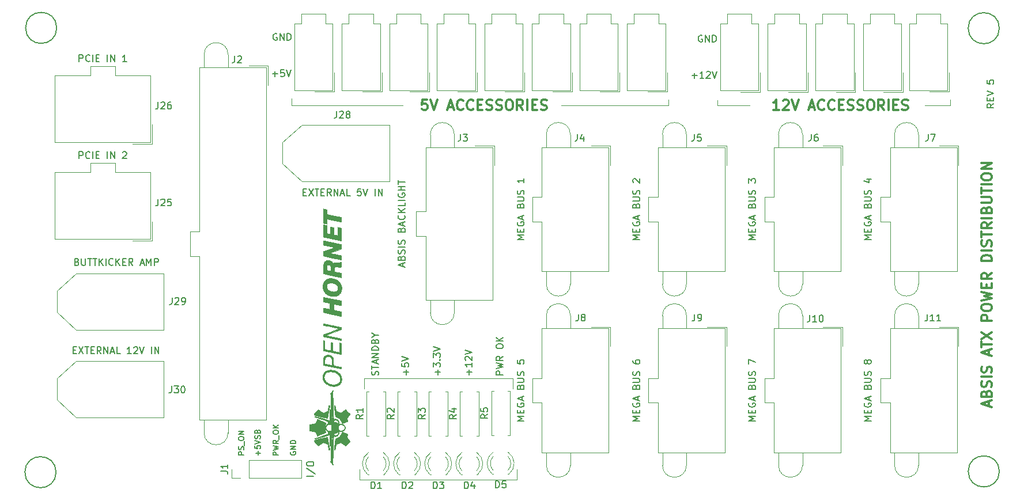
<source format=gbr>
%TF.GenerationSoftware,KiCad,Pcbnew,(5.1.10)-1*%
%TF.CreationDate,2022-08-20T11:58:47+10:00*%
%TF.ProjectId,ATX_PSU_Board,4154585f-5053-4555-9f42-6f6172642e6b,rev?*%
%TF.SameCoordinates,Original*%
%TF.FileFunction,Legend,Top*%
%TF.FilePolarity,Positive*%
%FSLAX46Y46*%
G04 Gerber Fmt 4.6, Leading zero omitted, Abs format (unit mm)*
G04 Created by KiCad (PCBNEW (5.1.10)-1) date 2022-08-20 11:58:47*
%MOMM*%
%LPD*%
G01*
G04 APERTURE LIST*
%ADD10C,0.120000*%
%ADD11C,0.150000*%
%ADD12C,0.300000*%
%ADD13C,0.010000*%
G04 APERTURE END LIST*
D10*
X108441000Y-122682000D02*
X85327000Y-122682000D01*
X108441000Y-121158000D02*
X108441000Y-122682000D01*
X85327000Y-122682000D02*
X85327000Y-121158000D01*
X107806000Y-107816600D02*
X107806000Y-109340600D01*
X85962000Y-107823000D02*
X107806000Y-107816600D01*
X85962000Y-109347000D02*
X85962000Y-107823000D01*
D11*
X68289904Y-119070642D02*
X67489904Y-119070642D01*
X67489904Y-118765880D01*
X67528000Y-118689690D01*
X67566095Y-118651595D01*
X67642285Y-118613500D01*
X67756571Y-118613500D01*
X67832761Y-118651595D01*
X67870857Y-118689690D01*
X67908952Y-118765880D01*
X67908952Y-119070642D01*
X68251809Y-118308738D02*
X68289904Y-118194452D01*
X68289904Y-118003976D01*
X68251809Y-117927785D01*
X68213714Y-117889690D01*
X68137523Y-117851595D01*
X68061333Y-117851595D01*
X67985142Y-117889690D01*
X67947047Y-117927785D01*
X67908952Y-118003976D01*
X67870857Y-118156357D01*
X67832761Y-118232547D01*
X67794666Y-118270642D01*
X67718476Y-118308738D01*
X67642285Y-118308738D01*
X67566095Y-118270642D01*
X67528000Y-118232547D01*
X67489904Y-118156357D01*
X67489904Y-117965880D01*
X67528000Y-117851595D01*
X68366095Y-117699214D02*
X68366095Y-117089690D01*
X67489904Y-116746833D02*
X67489904Y-116594452D01*
X67528000Y-116518261D01*
X67604190Y-116442071D01*
X67756571Y-116403976D01*
X68023238Y-116403976D01*
X68175619Y-116442071D01*
X68251809Y-116518261D01*
X68289904Y-116594452D01*
X68289904Y-116746833D01*
X68251809Y-116823023D01*
X68175619Y-116899214D01*
X68023238Y-116937309D01*
X67756571Y-116937309D01*
X67604190Y-116899214D01*
X67528000Y-116823023D01*
X67489904Y-116746833D01*
X68289904Y-116061119D02*
X67489904Y-116061119D01*
X68289904Y-115603976D01*
X67489904Y-115603976D01*
X70398142Y-119096023D02*
X70398142Y-118486500D01*
X70702904Y-118791261D02*
X70093380Y-118791261D01*
X69902904Y-117724595D02*
X69902904Y-118105547D01*
X70283857Y-118143642D01*
X70245761Y-118105547D01*
X70207666Y-118029357D01*
X70207666Y-117838880D01*
X70245761Y-117762690D01*
X70283857Y-117724595D01*
X70360047Y-117686500D01*
X70550523Y-117686500D01*
X70626714Y-117724595D01*
X70664809Y-117762690D01*
X70702904Y-117838880D01*
X70702904Y-118029357D01*
X70664809Y-118105547D01*
X70626714Y-118143642D01*
X69902904Y-117457928D02*
X70702904Y-117191261D01*
X69902904Y-116924595D01*
X70664809Y-116696023D02*
X70702904Y-116581738D01*
X70702904Y-116391261D01*
X70664809Y-116315071D01*
X70626714Y-116276976D01*
X70550523Y-116238880D01*
X70474333Y-116238880D01*
X70398142Y-116276976D01*
X70360047Y-116315071D01*
X70321952Y-116391261D01*
X70283857Y-116543642D01*
X70245761Y-116619833D01*
X70207666Y-116657928D01*
X70131476Y-116696023D01*
X70055285Y-116696023D01*
X69979095Y-116657928D01*
X69941000Y-116619833D01*
X69902904Y-116543642D01*
X69902904Y-116353166D01*
X69941000Y-116238880D01*
X70283857Y-115629357D02*
X70321952Y-115515071D01*
X70360047Y-115476976D01*
X70436238Y-115438880D01*
X70550523Y-115438880D01*
X70626714Y-115476976D01*
X70664809Y-115515071D01*
X70702904Y-115591261D01*
X70702904Y-115896023D01*
X69902904Y-115896023D01*
X69902904Y-115629357D01*
X69941000Y-115553166D01*
X69979095Y-115515071D01*
X70055285Y-115476976D01*
X70131476Y-115476976D01*
X70207666Y-115515071D01*
X70245761Y-115553166D01*
X70283857Y-115629357D01*
X70283857Y-115896023D01*
X73369904Y-119095928D02*
X72569904Y-119095928D01*
X72569904Y-118791166D01*
X72608000Y-118714976D01*
X72646095Y-118676880D01*
X72722285Y-118638785D01*
X72836571Y-118638785D01*
X72912761Y-118676880D01*
X72950857Y-118714976D01*
X72988952Y-118791166D01*
X72988952Y-119095928D01*
X72569904Y-118372119D02*
X73369904Y-118181642D01*
X72798476Y-118029261D01*
X73369904Y-117876880D01*
X72569904Y-117686404D01*
X73369904Y-116924500D02*
X72988952Y-117191166D01*
X73369904Y-117381642D02*
X72569904Y-117381642D01*
X72569904Y-117076880D01*
X72608000Y-117000690D01*
X72646095Y-116962595D01*
X72722285Y-116924500D01*
X72836571Y-116924500D01*
X72912761Y-116962595D01*
X72950857Y-117000690D01*
X72988952Y-117076880D01*
X72988952Y-117381642D01*
X73446095Y-116772119D02*
X73446095Y-116162595D01*
X72569904Y-115819738D02*
X72569904Y-115667357D01*
X72608000Y-115591166D01*
X72684190Y-115514976D01*
X72836571Y-115476880D01*
X73103238Y-115476880D01*
X73255619Y-115514976D01*
X73331809Y-115591166D01*
X73369904Y-115667357D01*
X73369904Y-115819738D01*
X73331809Y-115895928D01*
X73255619Y-115972119D01*
X73103238Y-116010214D01*
X72836571Y-116010214D01*
X72684190Y-115972119D01*
X72608000Y-115895928D01*
X72569904Y-115819738D01*
X73369904Y-115134023D02*
X72569904Y-115134023D01*
X73369904Y-114676880D02*
X72912761Y-115019738D01*
X72569904Y-114676880D02*
X73027047Y-115134023D01*
X75148000Y-118639071D02*
X75109904Y-118715261D01*
X75109904Y-118829547D01*
X75148000Y-118943833D01*
X75224190Y-119020023D01*
X75300380Y-119058119D01*
X75452761Y-119096214D01*
X75567047Y-119096214D01*
X75719428Y-119058119D01*
X75795619Y-119020023D01*
X75871809Y-118943833D01*
X75909904Y-118829547D01*
X75909904Y-118753357D01*
X75871809Y-118639071D01*
X75833714Y-118600976D01*
X75567047Y-118600976D01*
X75567047Y-118753357D01*
X75909904Y-118258119D02*
X75109904Y-118258119D01*
X75909904Y-117800976D01*
X75109904Y-117800976D01*
X75909904Y-117420023D02*
X75109904Y-117420023D01*
X75109904Y-117229547D01*
X75148000Y-117115261D01*
X75224190Y-117039071D01*
X75300380Y-117000976D01*
X75452761Y-116962880D01*
X75567047Y-116962880D01*
X75719428Y-117000976D01*
X75795619Y-117039071D01*
X75871809Y-117115261D01*
X75909904Y-117229547D01*
X75909904Y-117420023D01*
X134111095Y-63317428D02*
X134873000Y-63317428D01*
X134492047Y-63698380D02*
X134492047Y-62936476D01*
X135873000Y-63698380D02*
X135301571Y-63698380D01*
X135587285Y-63698380D02*
X135587285Y-62698380D01*
X135492047Y-62841238D01*
X135396809Y-62936476D01*
X135301571Y-62984095D01*
X136253952Y-62793619D02*
X136301571Y-62746000D01*
X136396809Y-62698380D01*
X136634904Y-62698380D01*
X136730142Y-62746000D01*
X136777761Y-62793619D01*
X136825380Y-62888857D01*
X136825380Y-62984095D01*
X136777761Y-63126952D01*
X136206333Y-63698380D01*
X136825380Y-63698380D01*
X137111095Y-62698380D02*
X137444428Y-63698380D01*
X137777761Y-62698380D01*
X135619095Y-57412000D02*
X135523857Y-57364380D01*
X135381000Y-57364380D01*
X135238142Y-57412000D01*
X135142904Y-57507238D01*
X135095285Y-57602476D01*
X135047666Y-57792952D01*
X135047666Y-57935809D01*
X135095285Y-58126285D01*
X135142904Y-58221523D01*
X135238142Y-58316761D01*
X135381000Y-58364380D01*
X135476238Y-58364380D01*
X135619095Y-58316761D01*
X135666714Y-58269142D01*
X135666714Y-57935809D01*
X135476238Y-57935809D01*
X136095285Y-58364380D02*
X136095285Y-57364380D01*
X136666714Y-58364380D01*
X136666714Y-57364380D01*
X137142904Y-58364380D02*
X137142904Y-57364380D01*
X137381000Y-57364380D01*
X137523857Y-57412000D01*
X137619095Y-57507238D01*
X137666714Y-57602476D01*
X137714333Y-57792952D01*
X137714333Y-57935809D01*
X137666714Y-58126285D01*
X137619095Y-58221523D01*
X137523857Y-58316761D01*
X137381000Y-58364380D01*
X137142904Y-58364380D01*
X72484285Y-63063428D02*
X73246190Y-63063428D01*
X72865238Y-63444380D02*
X72865238Y-62682476D01*
X74198571Y-62444380D02*
X73722380Y-62444380D01*
X73674761Y-62920571D01*
X73722380Y-62872952D01*
X73817619Y-62825333D01*
X74055714Y-62825333D01*
X74150952Y-62872952D01*
X74198571Y-62920571D01*
X74246190Y-63015809D01*
X74246190Y-63253904D01*
X74198571Y-63349142D01*
X74150952Y-63396761D01*
X74055714Y-63444380D01*
X73817619Y-63444380D01*
X73722380Y-63396761D01*
X73674761Y-63349142D01*
X74531904Y-62444380D02*
X74865238Y-63444380D01*
X75198571Y-62444380D01*
X73135095Y-57158000D02*
X73039857Y-57110380D01*
X72897000Y-57110380D01*
X72754142Y-57158000D01*
X72658904Y-57253238D01*
X72611285Y-57348476D01*
X72563666Y-57538952D01*
X72563666Y-57681809D01*
X72611285Y-57872285D01*
X72658904Y-57967523D01*
X72754142Y-58062761D01*
X72897000Y-58110380D01*
X72992238Y-58110380D01*
X73135095Y-58062761D01*
X73182714Y-58015142D01*
X73182714Y-57681809D01*
X72992238Y-57681809D01*
X73611285Y-58110380D02*
X73611285Y-57110380D01*
X74182714Y-58110380D01*
X74182714Y-57110380D01*
X74658904Y-58110380D02*
X74658904Y-57110380D01*
X74897000Y-57110380D01*
X75039857Y-57158000D01*
X75135095Y-57253238D01*
X75182714Y-57348476D01*
X75230333Y-57538952D01*
X75230333Y-57681809D01*
X75182714Y-57872285D01*
X75135095Y-57967523D01*
X75039857Y-58062761D01*
X74897000Y-58110380D01*
X74658904Y-58110380D01*
X178452380Y-67428571D02*
X177976190Y-67761904D01*
X178452380Y-68000000D02*
X177452380Y-68000000D01*
X177452380Y-67619047D01*
X177500000Y-67523809D01*
X177547619Y-67476190D01*
X177642857Y-67428571D01*
X177785714Y-67428571D01*
X177880952Y-67476190D01*
X177928571Y-67523809D01*
X177976190Y-67619047D01*
X177976190Y-68000000D01*
X177928571Y-67000000D02*
X177928571Y-66666666D01*
X178452380Y-66523809D02*
X178452380Y-67000000D01*
X177452380Y-67000000D01*
X177452380Y-66523809D01*
X177452380Y-66238095D02*
X178452380Y-65904761D01*
X177452380Y-65571428D01*
X177452380Y-64000000D02*
X177452380Y-64476190D01*
X177928571Y-64523809D01*
X177880952Y-64476190D01*
X177833333Y-64380952D01*
X177833333Y-64142857D01*
X177880952Y-64047619D01*
X177928571Y-64000000D01*
X178023809Y-63952380D01*
X178261904Y-63952380D01*
X178357142Y-64000000D01*
X178404761Y-64047619D01*
X178452380Y-64142857D01*
X178452380Y-64380952D01*
X178404761Y-64476190D01*
X178357142Y-64523809D01*
D10*
X172068000Y-67691000D02*
X172068000Y-66802000D01*
X168385000Y-67691000D02*
X172068000Y-67691000D01*
X137905000Y-67691000D02*
X142604000Y-67691000D01*
X137905000Y-66929000D02*
X137905000Y-67691000D01*
D12*
X146928685Y-68369571D02*
X146071542Y-68369571D01*
X146500114Y-68369571D02*
X146500114Y-66869571D01*
X146357257Y-67083857D01*
X146214400Y-67226714D01*
X146071542Y-67298142D01*
X147500114Y-67012428D02*
X147571542Y-66941000D01*
X147714400Y-66869571D01*
X148071542Y-66869571D01*
X148214400Y-66941000D01*
X148285828Y-67012428D01*
X148357257Y-67155285D01*
X148357257Y-67298142D01*
X148285828Y-67512428D01*
X147428685Y-68369571D01*
X148357257Y-68369571D01*
X148785828Y-66869571D02*
X149285828Y-68369571D01*
X149785828Y-66869571D01*
X151357257Y-67941000D02*
X152071542Y-67941000D01*
X151214400Y-68369571D02*
X151714400Y-66869571D01*
X152214400Y-68369571D01*
X153571542Y-68226714D02*
X153500114Y-68298142D01*
X153285828Y-68369571D01*
X153142971Y-68369571D01*
X152928685Y-68298142D01*
X152785828Y-68155285D01*
X152714400Y-68012428D01*
X152642971Y-67726714D01*
X152642971Y-67512428D01*
X152714400Y-67226714D01*
X152785828Y-67083857D01*
X152928685Y-66941000D01*
X153142971Y-66869571D01*
X153285828Y-66869571D01*
X153500114Y-66941000D01*
X153571542Y-67012428D01*
X155071542Y-68226714D02*
X155000114Y-68298142D01*
X154785828Y-68369571D01*
X154642971Y-68369571D01*
X154428685Y-68298142D01*
X154285828Y-68155285D01*
X154214400Y-68012428D01*
X154142971Y-67726714D01*
X154142971Y-67512428D01*
X154214400Y-67226714D01*
X154285828Y-67083857D01*
X154428685Y-66941000D01*
X154642971Y-66869571D01*
X154785828Y-66869571D01*
X155000114Y-66941000D01*
X155071542Y-67012428D01*
X155714400Y-67583857D02*
X156214400Y-67583857D01*
X156428685Y-68369571D02*
X155714400Y-68369571D01*
X155714400Y-66869571D01*
X156428685Y-66869571D01*
X157000114Y-68298142D02*
X157214400Y-68369571D01*
X157571542Y-68369571D01*
X157714400Y-68298142D01*
X157785828Y-68226714D01*
X157857257Y-68083857D01*
X157857257Y-67941000D01*
X157785828Y-67798142D01*
X157714400Y-67726714D01*
X157571542Y-67655285D01*
X157285828Y-67583857D01*
X157142971Y-67512428D01*
X157071542Y-67441000D01*
X157000114Y-67298142D01*
X157000114Y-67155285D01*
X157071542Y-67012428D01*
X157142971Y-66941000D01*
X157285828Y-66869571D01*
X157642971Y-66869571D01*
X157857257Y-66941000D01*
X158428685Y-68298142D02*
X158642971Y-68369571D01*
X159000114Y-68369571D01*
X159142971Y-68298142D01*
X159214400Y-68226714D01*
X159285828Y-68083857D01*
X159285828Y-67941000D01*
X159214400Y-67798142D01*
X159142971Y-67726714D01*
X159000114Y-67655285D01*
X158714400Y-67583857D01*
X158571542Y-67512428D01*
X158500114Y-67441000D01*
X158428685Y-67298142D01*
X158428685Y-67155285D01*
X158500114Y-67012428D01*
X158571542Y-66941000D01*
X158714400Y-66869571D01*
X159071542Y-66869571D01*
X159285828Y-66941000D01*
X160214400Y-66869571D02*
X160500114Y-66869571D01*
X160642971Y-66941000D01*
X160785828Y-67083857D01*
X160857257Y-67369571D01*
X160857257Y-67869571D01*
X160785828Y-68155285D01*
X160642971Y-68298142D01*
X160500114Y-68369571D01*
X160214400Y-68369571D01*
X160071542Y-68298142D01*
X159928685Y-68155285D01*
X159857257Y-67869571D01*
X159857257Y-67369571D01*
X159928685Y-67083857D01*
X160071542Y-66941000D01*
X160214400Y-66869571D01*
X162357257Y-68369571D02*
X161857257Y-67655285D01*
X161500114Y-68369571D02*
X161500114Y-66869571D01*
X162071542Y-66869571D01*
X162214400Y-66941000D01*
X162285828Y-67012428D01*
X162357257Y-67155285D01*
X162357257Y-67369571D01*
X162285828Y-67512428D01*
X162214400Y-67583857D01*
X162071542Y-67655285D01*
X161500114Y-67655285D01*
X163000114Y-68369571D02*
X163000114Y-66869571D01*
X163714400Y-67583857D02*
X164214400Y-67583857D01*
X164428685Y-68369571D02*
X163714400Y-68369571D01*
X163714400Y-66869571D01*
X164428685Y-66869571D01*
X165000114Y-68298142D02*
X165214400Y-68369571D01*
X165571542Y-68369571D01*
X165714400Y-68298142D01*
X165785828Y-68226714D01*
X165857257Y-68083857D01*
X165857257Y-67941000D01*
X165785828Y-67798142D01*
X165714400Y-67726714D01*
X165571542Y-67655285D01*
X165285828Y-67583857D01*
X165142971Y-67512428D01*
X165071542Y-67441000D01*
X165000114Y-67298142D01*
X165000114Y-67155285D01*
X165071542Y-67012428D01*
X165142971Y-66941000D01*
X165285828Y-66869571D01*
X165642971Y-66869571D01*
X165857257Y-66941000D01*
D10*
X130666000Y-67691000D02*
X130666000Y-66802000D01*
X114918000Y-67691000D02*
X130666000Y-67691000D01*
X75294000Y-67691000D02*
X91677000Y-67691000D01*
X75294000Y-66675000D02*
X75294000Y-67691000D01*
D12*
X95222142Y-66869571D02*
X94507857Y-66869571D01*
X94436428Y-67583857D01*
X94507857Y-67512428D01*
X94650714Y-67441000D01*
X95007857Y-67441000D01*
X95150714Y-67512428D01*
X95222142Y-67583857D01*
X95293571Y-67726714D01*
X95293571Y-68083857D01*
X95222142Y-68226714D01*
X95150714Y-68298142D01*
X95007857Y-68369571D01*
X94650714Y-68369571D01*
X94507857Y-68298142D01*
X94436428Y-68226714D01*
X95722142Y-66869571D02*
X96222142Y-68369571D01*
X96722142Y-66869571D01*
X98293571Y-67941000D02*
X99007857Y-67941000D01*
X98150714Y-68369571D02*
X98650714Y-66869571D01*
X99150714Y-68369571D01*
X100507857Y-68226714D02*
X100436428Y-68298142D01*
X100222142Y-68369571D01*
X100079285Y-68369571D01*
X99865000Y-68298142D01*
X99722142Y-68155285D01*
X99650714Y-68012428D01*
X99579285Y-67726714D01*
X99579285Y-67512428D01*
X99650714Y-67226714D01*
X99722142Y-67083857D01*
X99865000Y-66941000D01*
X100079285Y-66869571D01*
X100222142Y-66869571D01*
X100436428Y-66941000D01*
X100507857Y-67012428D01*
X102007857Y-68226714D02*
X101936428Y-68298142D01*
X101722142Y-68369571D01*
X101579285Y-68369571D01*
X101365000Y-68298142D01*
X101222142Y-68155285D01*
X101150714Y-68012428D01*
X101079285Y-67726714D01*
X101079285Y-67512428D01*
X101150714Y-67226714D01*
X101222142Y-67083857D01*
X101365000Y-66941000D01*
X101579285Y-66869571D01*
X101722142Y-66869571D01*
X101936428Y-66941000D01*
X102007857Y-67012428D01*
X102650714Y-67583857D02*
X103150714Y-67583857D01*
X103365000Y-68369571D02*
X102650714Y-68369571D01*
X102650714Y-66869571D01*
X103365000Y-66869571D01*
X103936428Y-68298142D02*
X104150714Y-68369571D01*
X104507857Y-68369571D01*
X104650714Y-68298142D01*
X104722142Y-68226714D01*
X104793571Y-68083857D01*
X104793571Y-67941000D01*
X104722142Y-67798142D01*
X104650714Y-67726714D01*
X104507857Y-67655285D01*
X104222142Y-67583857D01*
X104079285Y-67512428D01*
X104007857Y-67441000D01*
X103936428Y-67298142D01*
X103936428Y-67155285D01*
X104007857Y-67012428D01*
X104079285Y-66941000D01*
X104222142Y-66869571D01*
X104579285Y-66869571D01*
X104793571Y-66941000D01*
X105365000Y-68298142D02*
X105579285Y-68369571D01*
X105936428Y-68369571D01*
X106079285Y-68298142D01*
X106150714Y-68226714D01*
X106222142Y-68083857D01*
X106222142Y-67941000D01*
X106150714Y-67798142D01*
X106079285Y-67726714D01*
X105936428Y-67655285D01*
X105650714Y-67583857D01*
X105507857Y-67512428D01*
X105436428Y-67441000D01*
X105365000Y-67298142D01*
X105365000Y-67155285D01*
X105436428Y-67012428D01*
X105507857Y-66941000D01*
X105650714Y-66869571D01*
X106007857Y-66869571D01*
X106222142Y-66941000D01*
X107150714Y-66869571D02*
X107436428Y-66869571D01*
X107579285Y-66941000D01*
X107722142Y-67083857D01*
X107793571Y-67369571D01*
X107793571Y-67869571D01*
X107722142Y-68155285D01*
X107579285Y-68298142D01*
X107436428Y-68369571D01*
X107150714Y-68369571D01*
X107007857Y-68298142D01*
X106865000Y-68155285D01*
X106793571Y-67869571D01*
X106793571Y-67369571D01*
X106865000Y-67083857D01*
X107007857Y-66941000D01*
X107150714Y-66869571D01*
X109293571Y-68369571D02*
X108793571Y-67655285D01*
X108436428Y-68369571D02*
X108436428Y-66869571D01*
X109007857Y-66869571D01*
X109150714Y-66941000D01*
X109222142Y-67012428D01*
X109293571Y-67155285D01*
X109293571Y-67369571D01*
X109222142Y-67512428D01*
X109150714Y-67583857D01*
X109007857Y-67655285D01*
X108436428Y-67655285D01*
X109936428Y-68369571D02*
X109936428Y-66869571D01*
X110650714Y-67583857D02*
X111150714Y-67583857D01*
X111365000Y-68369571D02*
X110650714Y-68369571D01*
X110650714Y-66869571D01*
X111365000Y-66869571D01*
X111936428Y-68298142D02*
X112150714Y-68369571D01*
X112507857Y-68369571D01*
X112650714Y-68298142D01*
X112722142Y-68226714D01*
X112793571Y-68083857D01*
X112793571Y-67941000D01*
X112722142Y-67798142D01*
X112650714Y-67726714D01*
X112507857Y-67655285D01*
X112222142Y-67583857D01*
X112079285Y-67512428D01*
X112007857Y-67441000D01*
X111936428Y-67298142D01*
X111936428Y-67155285D01*
X112007857Y-67012428D01*
X112079285Y-66941000D01*
X112222142Y-66869571D01*
X112579285Y-66869571D01*
X112793571Y-66941000D01*
D11*
X106353380Y-107303433D02*
X105353380Y-107303433D01*
X105353380Y-106922481D01*
X105401000Y-106827243D01*
X105448619Y-106779624D01*
X105543857Y-106732005D01*
X105686714Y-106732005D01*
X105781952Y-106779624D01*
X105829571Y-106827243D01*
X105877190Y-106922481D01*
X105877190Y-107303433D01*
X105353380Y-106398671D02*
X106353380Y-106160576D01*
X105639095Y-105970100D01*
X106353380Y-105779624D01*
X105353380Y-105541529D01*
X106353380Y-104589148D02*
X105877190Y-104922481D01*
X106353380Y-105160576D02*
X105353380Y-105160576D01*
X105353380Y-104779624D01*
X105401000Y-104684386D01*
X105448619Y-104636767D01*
X105543857Y-104589148D01*
X105686714Y-104589148D01*
X105781952Y-104636767D01*
X105829571Y-104684386D01*
X105877190Y-104779624D01*
X105877190Y-105160576D01*
X105353380Y-103208195D02*
X105353380Y-103017719D01*
X105401000Y-102922481D01*
X105496238Y-102827243D01*
X105686714Y-102779624D01*
X106020047Y-102779624D01*
X106210523Y-102827243D01*
X106305761Y-102922481D01*
X106353380Y-103017719D01*
X106353380Y-103208195D01*
X106305761Y-103303433D01*
X106210523Y-103398671D01*
X106020047Y-103446290D01*
X105686714Y-103446290D01*
X105496238Y-103398671D01*
X105401000Y-103303433D01*
X105353380Y-103208195D01*
X106353380Y-102351052D02*
X105353380Y-102351052D01*
X106353380Y-101779624D02*
X105781952Y-102208195D01*
X105353380Y-101779624D02*
X105924809Y-102351052D01*
D12*
X177750000Y-111892857D02*
X177750000Y-111178571D01*
X178178571Y-112035714D02*
X176678571Y-111535714D01*
X178178571Y-111035714D01*
X177392857Y-110035714D02*
X177464285Y-109821428D01*
X177535714Y-109750000D01*
X177678571Y-109678571D01*
X177892857Y-109678571D01*
X178035714Y-109750000D01*
X178107142Y-109821428D01*
X178178571Y-109964285D01*
X178178571Y-110535714D01*
X176678571Y-110535714D01*
X176678571Y-110035714D01*
X176750000Y-109892857D01*
X176821428Y-109821428D01*
X176964285Y-109750000D01*
X177107142Y-109750000D01*
X177250000Y-109821428D01*
X177321428Y-109892857D01*
X177392857Y-110035714D01*
X177392857Y-110535714D01*
X178107142Y-109107142D02*
X178178571Y-108892857D01*
X178178571Y-108535714D01*
X178107142Y-108392857D01*
X178035714Y-108321428D01*
X177892857Y-108250000D01*
X177750000Y-108250000D01*
X177607142Y-108321428D01*
X177535714Y-108392857D01*
X177464285Y-108535714D01*
X177392857Y-108821428D01*
X177321428Y-108964285D01*
X177250000Y-109035714D01*
X177107142Y-109107142D01*
X176964285Y-109107142D01*
X176821428Y-109035714D01*
X176750000Y-108964285D01*
X176678571Y-108821428D01*
X176678571Y-108464285D01*
X176750000Y-108250000D01*
X178178571Y-107607142D02*
X176678571Y-107607142D01*
X178107142Y-106964285D02*
X178178571Y-106750000D01*
X178178571Y-106392857D01*
X178107142Y-106250000D01*
X178035714Y-106178571D01*
X177892857Y-106107142D01*
X177750000Y-106107142D01*
X177607142Y-106178571D01*
X177535714Y-106250000D01*
X177464285Y-106392857D01*
X177392857Y-106678571D01*
X177321428Y-106821428D01*
X177250000Y-106892857D01*
X177107142Y-106964285D01*
X176964285Y-106964285D01*
X176821428Y-106892857D01*
X176750000Y-106821428D01*
X176678571Y-106678571D01*
X176678571Y-106321428D01*
X176750000Y-106107142D01*
X177750000Y-104392857D02*
X177750000Y-103678571D01*
X178178571Y-104535714D02*
X176678571Y-104035714D01*
X178178571Y-103535714D01*
X176678571Y-103250000D02*
X176678571Y-102392857D01*
X178178571Y-102821428D02*
X176678571Y-102821428D01*
X176678571Y-102035714D02*
X178178571Y-101035714D01*
X176678571Y-101035714D02*
X178178571Y-102035714D01*
X178178571Y-99321428D02*
X176678571Y-99321428D01*
X176678571Y-98750000D01*
X176750000Y-98607142D01*
X176821428Y-98535714D01*
X176964285Y-98464285D01*
X177178571Y-98464285D01*
X177321428Y-98535714D01*
X177392857Y-98607142D01*
X177464285Y-98750000D01*
X177464285Y-99321428D01*
X176678571Y-97535714D02*
X176678571Y-97250000D01*
X176750000Y-97107142D01*
X176892857Y-96964285D01*
X177178571Y-96892857D01*
X177678571Y-96892857D01*
X177964285Y-96964285D01*
X178107142Y-97107142D01*
X178178571Y-97250000D01*
X178178571Y-97535714D01*
X178107142Y-97678571D01*
X177964285Y-97821428D01*
X177678571Y-97892857D01*
X177178571Y-97892857D01*
X176892857Y-97821428D01*
X176750000Y-97678571D01*
X176678571Y-97535714D01*
X176678571Y-96392857D02*
X178178571Y-96035714D01*
X177107142Y-95750000D01*
X178178571Y-95464285D01*
X176678571Y-95107142D01*
X177392857Y-94535714D02*
X177392857Y-94035714D01*
X178178571Y-93821428D02*
X178178571Y-94535714D01*
X176678571Y-94535714D01*
X176678571Y-93821428D01*
X178178571Y-92321428D02*
X177464285Y-92821428D01*
X178178571Y-93178571D02*
X176678571Y-93178571D01*
X176678571Y-92607142D01*
X176750000Y-92464285D01*
X176821428Y-92392857D01*
X176964285Y-92321428D01*
X177178571Y-92321428D01*
X177321428Y-92392857D01*
X177392857Y-92464285D01*
X177464285Y-92607142D01*
X177464285Y-93178571D01*
X178178571Y-90535714D02*
X176678571Y-90535714D01*
X176678571Y-90178571D01*
X176750000Y-89964285D01*
X176892857Y-89821428D01*
X177035714Y-89750000D01*
X177321428Y-89678571D01*
X177535714Y-89678571D01*
X177821428Y-89750000D01*
X177964285Y-89821428D01*
X178107142Y-89964285D01*
X178178571Y-90178571D01*
X178178571Y-90535714D01*
X178178571Y-89035714D02*
X176678571Y-89035714D01*
X178107142Y-88392857D02*
X178178571Y-88178571D01*
X178178571Y-87821428D01*
X178107142Y-87678571D01*
X178035714Y-87607142D01*
X177892857Y-87535714D01*
X177750000Y-87535714D01*
X177607142Y-87607142D01*
X177535714Y-87678571D01*
X177464285Y-87821428D01*
X177392857Y-88107142D01*
X177321428Y-88250000D01*
X177250000Y-88321428D01*
X177107142Y-88392857D01*
X176964285Y-88392857D01*
X176821428Y-88321428D01*
X176750000Y-88250000D01*
X176678571Y-88107142D01*
X176678571Y-87750000D01*
X176750000Y-87535714D01*
X176678571Y-87107142D02*
X176678571Y-86250000D01*
X178178571Y-86678571D02*
X176678571Y-86678571D01*
X178178571Y-84892857D02*
X177464285Y-85392857D01*
X178178571Y-85750000D02*
X176678571Y-85750000D01*
X176678571Y-85178571D01*
X176750000Y-85035714D01*
X176821428Y-84964285D01*
X176964285Y-84892857D01*
X177178571Y-84892857D01*
X177321428Y-84964285D01*
X177392857Y-85035714D01*
X177464285Y-85178571D01*
X177464285Y-85750000D01*
X178178571Y-84250000D02*
X176678571Y-84250000D01*
X177392857Y-83035714D02*
X177464285Y-82821428D01*
X177535714Y-82750000D01*
X177678571Y-82678571D01*
X177892857Y-82678571D01*
X178035714Y-82750000D01*
X178107142Y-82821428D01*
X178178571Y-82964285D01*
X178178571Y-83535714D01*
X176678571Y-83535714D01*
X176678571Y-83035714D01*
X176750000Y-82892857D01*
X176821428Y-82821428D01*
X176964285Y-82750000D01*
X177107142Y-82750000D01*
X177250000Y-82821428D01*
X177321428Y-82892857D01*
X177392857Y-83035714D01*
X177392857Y-83535714D01*
X176678571Y-82035714D02*
X177892857Y-82035714D01*
X178035714Y-81964285D01*
X178107142Y-81892857D01*
X178178571Y-81750000D01*
X178178571Y-81464285D01*
X178107142Y-81321428D01*
X178035714Y-81250000D01*
X177892857Y-81178571D01*
X176678571Y-81178571D01*
X176678571Y-80678571D02*
X176678571Y-79821428D01*
X178178571Y-80250000D02*
X176678571Y-80250000D01*
X178178571Y-79321428D02*
X176678571Y-79321428D01*
X176678571Y-78321428D02*
X176678571Y-78035714D01*
X176750000Y-77892857D01*
X176892857Y-77750000D01*
X177178571Y-77678571D01*
X177678571Y-77678571D01*
X177964285Y-77750000D01*
X178107142Y-77892857D01*
X178178571Y-78035714D01*
X178178571Y-78321428D01*
X178107142Y-78464285D01*
X177964285Y-78607142D01*
X177678571Y-78678571D01*
X177178571Y-78678571D01*
X176892857Y-78607142D01*
X176750000Y-78464285D01*
X176678571Y-78321428D01*
X178178571Y-77035714D02*
X176678571Y-77035714D01*
X178178571Y-76178571D01*
X176678571Y-76178571D01*
D11*
X101400428Y-107303433D02*
X101400428Y-106541529D01*
X101781380Y-106922481D02*
X101019476Y-106922481D01*
X101781380Y-105541529D02*
X101781380Y-106112957D01*
X101781380Y-105827243D02*
X100781380Y-105827243D01*
X100924238Y-105922481D01*
X101019476Y-106017719D01*
X101067095Y-106112957D01*
X100876619Y-105160576D02*
X100829000Y-105112957D01*
X100781380Y-105017719D01*
X100781380Y-104779624D01*
X100829000Y-104684386D01*
X100876619Y-104636767D01*
X100971857Y-104589148D01*
X101067095Y-104589148D01*
X101209952Y-104636767D01*
X101781380Y-105208195D01*
X101781380Y-104589148D01*
X100781380Y-104303433D02*
X101781380Y-103970100D01*
X100781380Y-103636767D01*
X96764928Y-107303433D02*
X96764928Y-106541529D01*
X97145880Y-106922481D02*
X96383976Y-106922481D01*
X96145880Y-106160576D02*
X96145880Y-105541529D01*
X96526833Y-105874862D01*
X96526833Y-105732005D01*
X96574452Y-105636767D01*
X96622071Y-105589148D01*
X96717309Y-105541529D01*
X96955404Y-105541529D01*
X97050642Y-105589148D01*
X97098261Y-105636767D01*
X97145880Y-105732005D01*
X97145880Y-106017719D01*
X97098261Y-106112957D01*
X97050642Y-106160576D01*
X97050642Y-105112957D02*
X97098261Y-105065338D01*
X97145880Y-105112957D01*
X97098261Y-105160576D01*
X97050642Y-105112957D01*
X97145880Y-105112957D01*
X96145880Y-104732005D02*
X96145880Y-104112957D01*
X96526833Y-104446290D01*
X96526833Y-104303433D01*
X96574452Y-104208195D01*
X96622071Y-104160576D01*
X96717309Y-104112957D01*
X96955404Y-104112957D01*
X97050642Y-104160576D01*
X97098261Y-104208195D01*
X97145880Y-104303433D01*
X97145880Y-104589148D01*
X97098261Y-104684386D01*
X97050642Y-104732005D01*
X96145880Y-103827243D02*
X97145880Y-103493909D01*
X96145880Y-103160576D01*
X92129428Y-107303433D02*
X92129428Y-106541529D01*
X92510380Y-106922481D02*
X91748476Y-106922481D01*
X91510380Y-105589148D02*
X91510380Y-106065338D01*
X91986571Y-106112957D01*
X91938952Y-106065338D01*
X91891333Y-105970100D01*
X91891333Y-105732005D01*
X91938952Y-105636767D01*
X91986571Y-105589148D01*
X92081809Y-105541529D01*
X92319904Y-105541529D01*
X92415142Y-105589148D01*
X92462761Y-105636767D01*
X92510380Y-105732005D01*
X92510380Y-105970100D01*
X92462761Y-106065338D01*
X92415142Y-106112957D01*
X91510380Y-105255814D02*
X92510380Y-104922481D01*
X91510380Y-104589148D01*
X88017761Y-107351052D02*
X88065380Y-107208195D01*
X88065380Y-106970100D01*
X88017761Y-106874862D01*
X87970142Y-106827243D01*
X87874904Y-106779624D01*
X87779666Y-106779624D01*
X87684428Y-106827243D01*
X87636809Y-106874862D01*
X87589190Y-106970100D01*
X87541571Y-107160576D01*
X87493952Y-107255814D01*
X87446333Y-107303433D01*
X87351095Y-107351052D01*
X87255857Y-107351052D01*
X87160619Y-107303433D01*
X87113000Y-107255814D01*
X87065380Y-107160576D01*
X87065380Y-106922481D01*
X87113000Y-106779624D01*
X87065380Y-106493909D02*
X87065380Y-105922481D01*
X88065380Y-106208195D02*
X87065380Y-106208195D01*
X87779666Y-105636767D02*
X87779666Y-105160576D01*
X88065380Y-105732005D02*
X87065380Y-105398671D01*
X88065380Y-105065338D01*
X88065380Y-104732005D02*
X87065380Y-104732005D01*
X88065380Y-104160576D01*
X87065380Y-104160576D01*
X88065380Y-103684386D02*
X87065380Y-103684386D01*
X87065380Y-103446290D01*
X87113000Y-103303433D01*
X87208238Y-103208195D01*
X87303476Y-103160576D01*
X87493952Y-103112957D01*
X87636809Y-103112957D01*
X87827285Y-103160576D01*
X87922523Y-103208195D01*
X88017761Y-103303433D01*
X88065380Y-103446290D01*
X88065380Y-103684386D01*
X87541571Y-102351052D02*
X87589190Y-102208195D01*
X87636809Y-102160576D01*
X87732047Y-102112957D01*
X87874904Y-102112957D01*
X87970142Y-102160576D01*
X88017761Y-102208195D01*
X88065380Y-102303433D01*
X88065380Y-102684386D01*
X87065380Y-102684386D01*
X87065380Y-102351052D01*
X87113000Y-102255814D01*
X87160619Y-102208195D01*
X87255857Y-102160576D01*
X87351095Y-102160576D01*
X87446333Y-102208195D01*
X87493952Y-102255814D01*
X87541571Y-102351052D01*
X87541571Y-102684386D01*
X87589190Y-101493909D02*
X88065380Y-101493909D01*
X87065380Y-101827243D02*
X87589190Y-101493909D01*
X87065380Y-101160576D01*
D10*
%TO.C,R5*%
X107390000Y-109667600D02*
X107060000Y-109667600D01*
X107390000Y-116207600D02*
X107390000Y-109667600D01*
X107060000Y-116207600D02*
X107390000Y-116207600D01*
X104650000Y-109667600D02*
X104980000Y-109667600D01*
X104650000Y-116207600D02*
X104650000Y-109667600D01*
X104980000Y-116207600D02*
X104650000Y-116207600D01*
%TO.C,R4*%
X102780000Y-109730100D02*
X102450000Y-109730100D01*
X102780000Y-116270100D02*
X102780000Y-109730100D01*
X102450000Y-116270100D02*
X102780000Y-116270100D01*
X100040000Y-109730100D02*
X100370000Y-109730100D01*
X100040000Y-116270100D02*
X100040000Y-109730100D01*
X100370000Y-116270100D02*
X100040000Y-116270100D01*
%TO.C,R3*%
X98208000Y-109730100D02*
X97878000Y-109730100D01*
X98208000Y-116270100D02*
X98208000Y-109730100D01*
X97878000Y-116270100D02*
X98208000Y-116270100D01*
X95468000Y-109730100D02*
X95798000Y-109730100D01*
X95468000Y-116270100D02*
X95468000Y-109730100D01*
X95798000Y-116270100D02*
X95468000Y-116270100D01*
%TO.C,R2*%
X93636000Y-109730100D02*
X93306000Y-109730100D01*
X93636000Y-116270100D02*
X93636000Y-109730100D01*
X93306000Y-116270100D02*
X93636000Y-116270100D01*
X90896000Y-109730100D02*
X91226000Y-109730100D01*
X90896000Y-116270100D02*
X90896000Y-109730100D01*
X91226000Y-116270100D02*
X90896000Y-116270100D01*
%TO.C,R1*%
X89064000Y-109730100D02*
X88734000Y-109730100D01*
X89064000Y-116270100D02*
X89064000Y-109730100D01*
X88734000Y-116270100D02*
X89064000Y-116270100D01*
X86324000Y-109730100D02*
X86654000Y-109730100D01*
X86324000Y-116270100D02*
X86324000Y-109730100D01*
X86654000Y-116270100D02*
X86324000Y-116270100D01*
%TO.C,D5*%
X107090000Y-121887600D02*
X107246000Y-121887600D01*
X104774000Y-121887600D02*
X104930000Y-121887600D01*
X107089837Y-119286470D02*
G75*
G02*
X107090000Y-121368561I-1079837J-1041130D01*
G01*
X104930163Y-119286470D02*
G75*
G03*
X104930000Y-121368561I1079837J-1041130D01*
G01*
X107088608Y-118655265D02*
G75*
G02*
X107245516Y-121887600I-1078608J-1672335D01*
G01*
X104931392Y-118655265D02*
G75*
G03*
X104774484Y-121887600I1078608J-1672335D01*
G01*
%TO.C,D4*%
X102490000Y-121935600D02*
X102646000Y-121935600D01*
X100174000Y-121935600D02*
X100330000Y-121935600D01*
X102489837Y-119334470D02*
G75*
G02*
X102490000Y-121416561I-1079837J-1041130D01*
G01*
X100330163Y-119334470D02*
G75*
G03*
X100330000Y-121416561I1079837J-1041130D01*
G01*
X102488608Y-118703265D02*
G75*
G02*
X102645516Y-121935600I-1078608J-1672335D01*
G01*
X100331392Y-118703265D02*
G75*
G03*
X100174484Y-121935600I1078608J-1672335D01*
G01*
%TO.C,D3*%
X97918000Y-121935600D02*
X98074000Y-121935600D01*
X95602000Y-121935600D02*
X95758000Y-121935600D01*
X97917837Y-119334470D02*
G75*
G02*
X97918000Y-121416561I-1079837J-1041130D01*
G01*
X95758163Y-119334470D02*
G75*
G03*
X95758000Y-121416561I1079837J-1041130D01*
G01*
X97916608Y-118703265D02*
G75*
G02*
X98073516Y-121935600I-1078608J-1672335D01*
G01*
X95759392Y-118703265D02*
G75*
G03*
X95602484Y-121935600I1078608J-1672335D01*
G01*
%TO.C,D2*%
X93346000Y-121935600D02*
X93502000Y-121935600D01*
X91030000Y-121935600D02*
X91186000Y-121935600D01*
X93345837Y-119334470D02*
G75*
G02*
X93346000Y-121416561I-1079837J-1041130D01*
G01*
X91186163Y-119334470D02*
G75*
G03*
X91186000Y-121416561I1079837J-1041130D01*
G01*
X93344608Y-118703265D02*
G75*
G02*
X93501516Y-121935600I-1078608J-1672335D01*
G01*
X91187392Y-118703265D02*
G75*
G03*
X91030484Y-121935600I1078608J-1672335D01*
G01*
%TO.C,D1*%
X88774000Y-121935600D02*
X88930000Y-121935600D01*
X86458000Y-121935600D02*
X86614000Y-121935600D01*
X88773837Y-119334470D02*
G75*
G02*
X88774000Y-121416561I-1079837J-1041130D01*
G01*
X86614163Y-119334470D02*
G75*
G03*
X86614000Y-121416561I1079837J-1041130D01*
G01*
X88772608Y-118703265D02*
G75*
G02*
X88929516Y-121935600I-1078608J-1672335D01*
G01*
X86615392Y-118703265D02*
G75*
G03*
X86458484Y-121935600I1078608J-1672335D01*
G01*
%TO.C,J1*%
X76751000Y-122488000D02*
X76751000Y-119828000D01*
X69071000Y-122488000D02*
X76751000Y-122488000D01*
X69071000Y-119828000D02*
X76751000Y-119828000D01*
X69071000Y-122488000D02*
X69071000Y-119828000D01*
X67801000Y-122488000D02*
X66471000Y-122488000D01*
X66471000Y-122488000D02*
X66471000Y-121158000D01*
%TO.C,J25*%
X47550000Y-87360000D02*
X54560000Y-87360000D01*
X54560000Y-87360000D02*
X54560000Y-77540000D01*
X54560000Y-77540000D02*
X49360000Y-77540000D01*
X49360000Y-77540000D02*
X49360000Y-76140000D01*
X49360000Y-76140000D02*
X47550000Y-76140000D01*
X47550000Y-87360000D02*
X40540000Y-87360000D01*
X40540000Y-87360000D02*
X40540000Y-77540000D01*
X40540000Y-77540000D02*
X45740000Y-77540000D01*
X45740000Y-77540000D02*
X45740000Y-76140000D01*
X45740000Y-76140000D02*
X47550000Y-76140000D01*
X51950000Y-87600000D02*
X54800000Y-87600000D01*
X54800000Y-87600000D02*
X54800000Y-84750000D01*
%TO.C,J26*%
X47550000Y-73110000D02*
X54560000Y-73110000D01*
X54560000Y-73110000D02*
X54560000Y-63290000D01*
X54560000Y-63290000D02*
X49360000Y-63290000D01*
X49360000Y-63290000D02*
X49360000Y-61890000D01*
X49360000Y-61890000D02*
X47550000Y-61890000D01*
X47550000Y-73110000D02*
X40540000Y-73110000D01*
X40540000Y-73110000D02*
X40540000Y-63290000D01*
X40540000Y-63290000D02*
X45740000Y-63290000D01*
X45740000Y-63290000D02*
X45740000Y-61890000D01*
X45740000Y-61890000D02*
X47550000Y-61890000D01*
X51950000Y-73350000D02*
X54800000Y-73350000D01*
X54800000Y-73350000D02*
X54800000Y-70500000D01*
%TO.C,J30*%
X40805200Y-110976800D02*
X43655200Y-113576800D01*
X43655200Y-105276800D02*
X40805200Y-107826800D01*
X56505200Y-113576800D02*
X56505200Y-105276800D01*
X43655200Y-113576800D02*
X56505200Y-113576800D01*
X40805200Y-107826800D02*
X40805200Y-110976800D01*
X56505200Y-105276800D02*
X43655200Y-105276800D01*
%TO.C,J29*%
X56505200Y-92376400D02*
X43655200Y-92376400D01*
X40805200Y-94926400D02*
X40805200Y-98076400D01*
X43655200Y-100676400D02*
X56505200Y-100676400D01*
X56505200Y-100676400D02*
X56505200Y-92376400D01*
X43655200Y-92376400D02*
X40805200Y-94926400D01*
X40805200Y-98076400D02*
X43655200Y-100676400D01*
%TO.C,J20*%
X168867600Y-65453600D02*
X171677600Y-65453600D01*
X171677600Y-65453600D02*
X171677600Y-55633600D01*
X171677600Y-55633600D02*
X170677600Y-55633600D01*
X170677600Y-55633600D02*
X170677600Y-54233600D01*
X170677600Y-54233600D02*
X168867600Y-54233600D01*
X168867600Y-65453600D02*
X166057600Y-65453600D01*
X166057600Y-65453600D02*
X166057600Y-55633600D01*
X166057600Y-55633600D02*
X167057600Y-55633600D01*
X167057600Y-55633600D02*
X167057600Y-54233600D01*
X167057600Y-54233600D02*
X168867600Y-54233600D01*
X169067600Y-65693600D02*
X171917600Y-65693600D01*
X171917600Y-65693600D02*
X171917600Y-62843600D01*
%TO.C,J11*%
X167416400Y-98601800D02*
X167416400Y-100491800D01*
X163896400Y-98601800D02*
X163896400Y-100491800D01*
X167416400Y-120601800D02*
X167416400Y-118711800D01*
X163896400Y-120601800D02*
X163896400Y-118711800D01*
X173056400Y-109601800D02*
X173056400Y-100491800D01*
X173056400Y-100491800D02*
X163236400Y-100491800D01*
X163236400Y-100491800D02*
X163236400Y-107791800D01*
X163236400Y-107791800D02*
X161836400Y-107791800D01*
X161836400Y-107791800D02*
X161836400Y-109601800D01*
X173056400Y-109601800D02*
X173056400Y-118711800D01*
X173056400Y-118711800D02*
X163236400Y-118711800D01*
X163236400Y-118711800D02*
X163236400Y-111411800D01*
X163236400Y-111411800D02*
X161836400Y-111411800D01*
X161836400Y-111411800D02*
X161836400Y-109601800D01*
X173296400Y-103101800D02*
X173296400Y-100251800D01*
X173296400Y-100251800D02*
X170446400Y-100251800D01*
X163896400Y-120601800D02*
G75*
G03*
X167416400Y-120601800I1760000J0D01*
G01*
X167416400Y-98601800D02*
G75*
G03*
X163896400Y-98601800I-1760000J0D01*
G01*
%TO.C,J24*%
X141083632Y-65467200D02*
X143893632Y-65467200D01*
X143893632Y-65467200D02*
X143893632Y-55647200D01*
X143893632Y-55647200D02*
X142893632Y-55647200D01*
X142893632Y-55647200D02*
X142893632Y-54247200D01*
X142893632Y-54247200D02*
X141083632Y-54247200D01*
X141083632Y-65467200D02*
X138273632Y-65467200D01*
X138273632Y-65467200D02*
X138273632Y-55647200D01*
X138273632Y-55647200D02*
X139273632Y-55647200D01*
X139273632Y-55647200D02*
X139273632Y-54247200D01*
X139273632Y-54247200D02*
X141083632Y-54247200D01*
X141283632Y-65707200D02*
X144133632Y-65707200D01*
X144133632Y-65707200D02*
X144133632Y-62857200D01*
%TO.C,J23*%
X148086774Y-65467200D02*
X150896774Y-65467200D01*
X150896774Y-65467200D02*
X150896774Y-55647200D01*
X150896774Y-55647200D02*
X149896774Y-55647200D01*
X149896774Y-55647200D02*
X149896774Y-54247200D01*
X149896774Y-54247200D02*
X148086774Y-54247200D01*
X148086774Y-65467200D02*
X145276774Y-65467200D01*
X145276774Y-65467200D02*
X145276774Y-55647200D01*
X145276774Y-55647200D02*
X146276774Y-55647200D01*
X146276774Y-55647200D02*
X146276774Y-54247200D01*
X146276774Y-54247200D02*
X148086774Y-54247200D01*
X148286774Y-65707200D02*
X151136774Y-65707200D01*
X151136774Y-65707200D02*
X151136774Y-62857200D01*
%TO.C,J22*%
X155089916Y-65467200D02*
X157899916Y-65467200D01*
X157899916Y-65467200D02*
X157899916Y-55647200D01*
X157899916Y-55647200D02*
X156899916Y-55647200D01*
X156899916Y-55647200D02*
X156899916Y-54247200D01*
X156899916Y-54247200D02*
X155089916Y-54247200D01*
X155089916Y-65467200D02*
X152279916Y-65467200D01*
X152279916Y-65467200D02*
X152279916Y-55647200D01*
X152279916Y-55647200D02*
X153279916Y-55647200D01*
X153279916Y-55647200D02*
X153279916Y-54247200D01*
X153279916Y-54247200D02*
X155089916Y-54247200D01*
X155289916Y-65707200D02*
X158139916Y-65707200D01*
X158139916Y-65707200D02*
X158139916Y-62857200D01*
%TO.C,J21*%
X162093058Y-65467200D02*
X164903058Y-65467200D01*
X164903058Y-65467200D02*
X164903058Y-55647200D01*
X164903058Y-55647200D02*
X163903058Y-55647200D01*
X163903058Y-55647200D02*
X163903058Y-54247200D01*
X163903058Y-54247200D02*
X162093058Y-54247200D01*
X162093058Y-65467200D02*
X159283058Y-65467200D01*
X159283058Y-65467200D02*
X159283058Y-55647200D01*
X159283058Y-55647200D02*
X160283058Y-55647200D01*
X160283058Y-55647200D02*
X160283058Y-54247200D01*
X160283058Y-54247200D02*
X162093058Y-54247200D01*
X162293058Y-65707200D02*
X165143058Y-65707200D01*
X165143058Y-65707200D02*
X165143058Y-62857200D01*
%TO.C,J19*%
X127414800Y-65453600D02*
X130224800Y-65453600D01*
X130224800Y-65453600D02*
X130224800Y-55633600D01*
X130224800Y-55633600D02*
X129224800Y-55633600D01*
X129224800Y-55633600D02*
X129224800Y-54233600D01*
X129224800Y-54233600D02*
X127414800Y-54233600D01*
X127414800Y-65453600D02*
X124604800Y-65453600D01*
X124604800Y-65453600D02*
X124604800Y-55633600D01*
X124604800Y-55633600D02*
X125604800Y-55633600D01*
X125604800Y-55633600D02*
X125604800Y-54233600D01*
X125604800Y-54233600D02*
X127414800Y-54233600D01*
X127614800Y-65693600D02*
X130464800Y-65693600D01*
X130464800Y-65693600D02*
X130464800Y-62843600D01*
%TO.C,J18*%
X120429800Y-65453600D02*
X123239800Y-65453600D01*
X123239800Y-65453600D02*
X123239800Y-55633600D01*
X123239800Y-55633600D02*
X122239800Y-55633600D01*
X122239800Y-55633600D02*
X122239800Y-54233600D01*
X122239800Y-54233600D02*
X120429800Y-54233600D01*
X120429800Y-65453600D02*
X117619800Y-65453600D01*
X117619800Y-65453600D02*
X117619800Y-55633600D01*
X117619800Y-55633600D02*
X118619800Y-55633600D01*
X118619800Y-55633600D02*
X118619800Y-54233600D01*
X118619800Y-54233600D02*
X120429800Y-54233600D01*
X120629800Y-65693600D02*
X123479800Y-65693600D01*
X123479800Y-65693600D02*
X123479800Y-62843600D01*
%TO.C,J17*%
X113444800Y-65453600D02*
X116254800Y-65453600D01*
X116254800Y-65453600D02*
X116254800Y-55633600D01*
X116254800Y-55633600D02*
X115254800Y-55633600D01*
X115254800Y-55633600D02*
X115254800Y-54233600D01*
X115254800Y-54233600D02*
X113444800Y-54233600D01*
X113444800Y-65453600D02*
X110634800Y-65453600D01*
X110634800Y-65453600D02*
X110634800Y-55633600D01*
X110634800Y-55633600D02*
X111634800Y-55633600D01*
X111634800Y-55633600D02*
X111634800Y-54233600D01*
X111634800Y-54233600D02*
X113444800Y-54233600D01*
X113644800Y-65693600D02*
X116494800Y-65693600D01*
X116494800Y-65693600D02*
X116494800Y-62843600D01*
%TO.C,J16*%
X106459800Y-65453600D02*
X109269800Y-65453600D01*
X109269800Y-65453600D02*
X109269800Y-55633600D01*
X109269800Y-55633600D02*
X108269800Y-55633600D01*
X108269800Y-55633600D02*
X108269800Y-54233600D01*
X108269800Y-54233600D02*
X106459800Y-54233600D01*
X106459800Y-65453600D02*
X103649800Y-65453600D01*
X103649800Y-65453600D02*
X103649800Y-55633600D01*
X103649800Y-55633600D02*
X104649800Y-55633600D01*
X104649800Y-55633600D02*
X104649800Y-54233600D01*
X104649800Y-54233600D02*
X106459800Y-54233600D01*
X106659800Y-65693600D02*
X109509800Y-65693600D01*
X109509800Y-65693600D02*
X109509800Y-62843600D01*
%TO.C,J15*%
X99474800Y-65453600D02*
X102284800Y-65453600D01*
X102284800Y-65453600D02*
X102284800Y-55633600D01*
X102284800Y-55633600D02*
X101284800Y-55633600D01*
X101284800Y-55633600D02*
X101284800Y-54233600D01*
X101284800Y-54233600D02*
X99474800Y-54233600D01*
X99474800Y-65453600D02*
X96664800Y-65453600D01*
X96664800Y-65453600D02*
X96664800Y-55633600D01*
X96664800Y-55633600D02*
X97664800Y-55633600D01*
X97664800Y-55633600D02*
X97664800Y-54233600D01*
X97664800Y-54233600D02*
X99474800Y-54233600D01*
X99674800Y-65693600D02*
X102524800Y-65693600D01*
X102524800Y-65693600D02*
X102524800Y-62843600D01*
%TO.C,J14*%
X92489800Y-65453600D02*
X95299800Y-65453600D01*
X95299800Y-65453600D02*
X95299800Y-55633600D01*
X95299800Y-55633600D02*
X94299800Y-55633600D01*
X94299800Y-55633600D02*
X94299800Y-54233600D01*
X94299800Y-54233600D02*
X92489800Y-54233600D01*
X92489800Y-65453600D02*
X89679800Y-65453600D01*
X89679800Y-65453600D02*
X89679800Y-55633600D01*
X89679800Y-55633600D02*
X90679800Y-55633600D01*
X90679800Y-55633600D02*
X90679800Y-54233600D01*
X90679800Y-54233600D02*
X92489800Y-54233600D01*
X92689800Y-65693600D02*
X95539800Y-65693600D01*
X95539800Y-65693600D02*
X95539800Y-62843600D01*
%TO.C,J13*%
X85504800Y-65453600D02*
X88314800Y-65453600D01*
X88314800Y-65453600D02*
X88314800Y-55633600D01*
X88314800Y-55633600D02*
X87314800Y-55633600D01*
X87314800Y-55633600D02*
X87314800Y-54233600D01*
X87314800Y-54233600D02*
X85504800Y-54233600D01*
X85504800Y-65453600D02*
X82694800Y-65453600D01*
X82694800Y-65453600D02*
X82694800Y-55633600D01*
X82694800Y-55633600D02*
X83694800Y-55633600D01*
X83694800Y-55633600D02*
X83694800Y-54233600D01*
X83694800Y-54233600D02*
X85504800Y-54233600D01*
X85704800Y-65693600D02*
X88554800Y-65693600D01*
X88554800Y-65693600D02*
X88554800Y-62843600D01*
%TO.C,J12*%
X78519800Y-65453600D02*
X81329800Y-65453600D01*
X81329800Y-65453600D02*
X81329800Y-55633600D01*
X81329800Y-55633600D02*
X80329800Y-55633600D01*
X80329800Y-55633600D02*
X80329800Y-54233600D01*
X80329800Y-54233600D02*
X78519800Y-54233600D01*
X78519800Y-65453600D02*
X75709800Y-65453600D01*
X75709800Y-65453600D02*
X75709800Y-55633600D01*
X75709800Y-55633600D02*
X76709800Y-55633600D01*
X76709800Y-55633600D02*
X76709800Y-54233600D01*
X76709800Y-54233600D02*
X78519800Y-54233600D01*
X78719800Y-65693600D02*
X81569800Y-65693600D01*
X81569800Y-65693600D02*
X81569800Y-62843600D01*
%TO.C,J28*%
X73978400Y-76226800D02*
X76828400Y-78826800D01*
X76828400Y-70526800D02*
X73978400Y-73076800D01*
X89678400Y-78826800D02*
X89678400Y-70526800D01*
X76828400Y-78826800D02*
X89678400Y-78826800D01*
X73978400Y-73076800D02*
X73978400Y-76226800D01*
X89678400Y-70526800D02*
X76828400Y-70526800D01*
%TO.C,J5*%
X133311000Y-71964600D02*
X133311000Y-73854600D01*
X129791000Y-71964600D02*
X129791000Y-73854600D01*
X133311000Y-93964600D02*
X133311000Y-92074600D01*
X129791000Y-93964600D02*
X129791000Y-92074600D01*
X138951000Y-82964600D02*
X138951000Y-73854600D01*
X138951000Y-73854600D02*
X129131000Y-73854600D01*
X129131000Y-73854600D02*
X129131000Y-81154600D01*
X129131000Y-81154600D02*
X127731000Y-81154600D01*
X127731000Y-81154600D02*
X127731000Y-82964600D01*
X138951000Y-82964600D02*
X138951000Y-92074600D01*
X138951000Y-92074600D02*
X129131000Y-92074600D01*
X129131000Y-92074600D02*
X129131000Y-84774600D01*
X129131000Y-84774600D02*
X127731000Y-84774600D01*
X127731000Y-84774600D02*
X127731000Y-82964600D01*
X139191000Y-76464600D02*
X139191000Y-73614600D01*
X139191000Y-73614600D02*
X136341000Y-73614600D01*
X129791000Y-93964600D02*
G75*
G03*
X133311000Y-93964600I1760000J0D01*
G01*
X133311000Y-71964600D02*
G75*
G03*
X129791000Y-71964600I-1760000J0D01*
G01*
D13*
%TO.C,G\u002A\u002A\u002A*%
G36*
X81530169Y-118345870D02*
G01*
X81531538Y-118333057D01*
X81533753Y-118312826D01*
X81536755Y-118285674D01*
X81540489Y-118252097D01*
X81544899Y-118212594D01*
X81549929Y-118167660D01*
X81555522Y-118117793D01*
X81561622Y-118063491D01*
X81568173Y-118005249D01*
X81575118Y-117943566D01*
X81582402Y-117878938D01*
X81589968Y-117811862D01*
X81597760Y-117742835D01*
X81605721Y-117672355D01*
X81613796Y-117600919D01*
X81621928Y-117529022D01*
X81630061Y-117457164D01*
X81638139Y-117385840D01*
X81646105Y-117315548D01*
X81653904Y-117246784D01*
X81661478Y-117180047D01*
X81668773Y-117115832D01*
X81675731Y-117054637D01*
X81682296Y-116996959D01*
X81688413Y-116943295D01*
X81694024Y-116894142D01*
X81699074Y-116849998D01*
X81703506Y-116811358D01*
X81707265Y-116778721D01*
X81710293Y-116752584D01*
X81712536Y-116733442D01*
X81713935Y-116721794D01*
X81714329Y-116718738D01*
X81716787Y-116707177D01*
X81721150Y-116701389D01*
X81728758Y-116698800D01*
X81735171Y-116696553D01*
X81748398Y-116691162D01*
X81767563Y-116683020D01*
X81791790Y-116672522D01*
X81820200Y-116660062D01*
X81851917Y-116646034D01*
X81886065Y-116630832D01*
X81921766Y-116614850D01*
X81958144Y-116598483D01*
X81994321Y-116582125D01*
X82029422Y-116566171D01*
X82062568Y-116551013D01*
X82092883Y-116537047D01*
X82119490Y-116524667D01*
X82141513Y-116514267D01*
X82158074Y-116506241D01*
X82165832Y-116502307D01*
X82201167Y-116481436D01*
X82239331Y-116454821D01*
X82278670Y-116423899D01*
X82317530Y-116390110D01*
X82354259Y-116354893D01*
X82387202Y-116319685D01*
X82414708Y-116285926D01*
X82415074Y-116285433D01*
X82420146Y-116277815D01*
X82429033Y-116263594D01*
X82441308Y-116243493D01*
X82456545Y-116218238D01*
X82474319Y-116188554D01*
X82494204Y-116155165D01*
X82515775Y-116118797D01*
X82538605Y-116080174D01*
X82562269Y-116040021D01*
X82586341Y-115999063D01*
X82610396Y-115958024D01*
X82634008Y-115917630D01*
X82656750Y-115878606D01*
X82678198Y-115841675D01*
X82697925Y-115807564D01*
X82715506Y-115776996D01*
X82730515Y-115750698D01*
X82742526Y-115729392D01*
X82751114Y-115713806D01*
X82753917Y-115708527D01*
X82763716Y-115689659D01*
X83151066Y-115849948D01*
X83219694Y-115878406D01*
X83282369Y-115904520D01*
X83338889Y-115928201D01*
X83389048Y-115949362D01*
X83432642Y-115967916D01*
X83469467Y-115983774D01*
X83499320Y-115996850D01*
X83521995Y-116007055D01*
X83537289Y-116014302D01*
X83544997Y-116018505D01*
X83545825Y-116019187D01*
X83551542Y-116030067D01*
X83553233Y-116038996D01*
X83551286Y-116045024D01*
X83545729Y-116057640D01*
X83536987Y-116075988D01*
X83525486Y-116099213D01*
X83511652Y-116126458D01*
X83495910Y-116156869D01*
X83478687Y-116189591D01*
X83472800Y-116200657D01*
X83451925Y-116239894D01*
X83434782Y-116272452D01*
X83421061Y-116299090D01*
X83410448Y-116320568D01*
X83402633Y-116337646D01*
X83397306Y-116351084D01*
X83394154Y-116361640D01*
X83392866Y-116370076D01*
X83393131Y-116377150D01*
X83394639Y-116383622D01*
X83396118Y-116387816D01*
X83399014Y-116392660D01*
X83406371Y-116403977D01*
X83417851Y-116421265D01*
X83433113Y-116444024D01*
X83451819Y-116471752D01*
X83473628Y-116503949D01*
X83498201Y-116540113D01*
X83525199Y-116579744D01*
X83554282Y-116622340D01*
X83585110Y-116667400D01*
X83617345Y-116714423D01*
X83624718Y-116725166D01*
X83663263Y-116781322D01*
X83697285Y-116830932D01*
X83727050Y-116874434D01*
X83752821Y-116912264D01*
X83774866Y-116944859D01*
X83793448Y-116972657D01*
X83808833Y-116996094D01*
X83821286Y-117015607D01*
X83831073Y-117031634D01*
X83838458Y-117044610D01*
X83843708Y-117054974D01*
X83847086Y-117063163D01*
X83848859Y-117069612D01*
X83849291Y-117074760D01*
X83848648Y-117079043D01*
X83847195Y-117082898D01*
X83845197Y-117086763D01*
X83844715Y-117087650D01*
X83840898Y-117092189D01*
X83831564Y-117102183D01*
X83817212Y-117117132D01*
X83798340Y-117136538D01*
X83775447Y-117159904D01*
X83749031Y-117186730D01*
X83719590Y-117216519D01*
X83687622Y-117248772D01*
X83653627Y-117282990D01*
X83618101Y-117318675D01*
X83581544Y-117355330D01*
X83544453Y-117392455D01*
X83507328Y-117429553D01*
X83470665Y-117466124D01*
X83434965Y-117501671D01*
X83400724Y-117535695D01*
X83368442Y-117567699D01*
X83338616Y-117597182D01*
X83311745Y-117623648D01*
X83288327Y-117646598D01*
X83268860Y-117665534D01*
X83253844Y-117679956D01*
X83243775Y-117689368D01*
X83239153Y-117693270D01*
X83239118Y-117693289D01*
X83229869Y-117697465D01*
X83220954Y-117699274D01*
X83211203Y-117698285D01*
X83199445Y-117694061D01*
X83184509Y-117686169D01*
X83165225Y-117674174D01*
X83140422Y-117657643D01*
X83137293Y-117655520D01*
X83123148Y-117645883D01*
X83102745Y-117631945D01*
X83076807Y-117614199D01*
X83046055Y-117593140D01*
X83011208Y-117569261D01*
X82972987Y-117543056D01*
X82932115Y-117515021D01*
X82889311Y-117485648D01*
X82845296Y-117455433D01*
X82806050Y-117428479D01*
X82763209Y-117399098D01*
X82722144Y-117371024D01*
X82683427Y-117344642D01*
X82647626Y-117320336D01*
X82615312Y-117298490D01*
X82587056Y-117279489D01*
X82563427Y-117263717D01*
X82544995Y-117251559D01*
X82532331Y-117243399D01*
X82526005Y-117239621D01*
X82525727Y-117239493D01*
X82512636Y-117235391D01*
X82500447Y-117233700D01*
X82494339Y-117235264D01*
X82481125Y-117239764D01*
X82461530Y-117246909D01*
X82436275Y-117256410D01*
X82406084Y-117267977D01*
X82371679Y-117281319D01*
X82333783Y-117296146D01*
X82293120Y-117312170D01*
X82250412Y-117329099D01*
X82206382Y-117346644D01*
X82161753Y-117364515D01*
X82117249Y-117382421D01*
X82073591Y-117400074D01*
X82031503Y-117417182D01*
X81991709Y-117433456D01*
X81954930Y-117448607D01*
X81921890Y-117462343D01*
X81893311Y-117474376D01*
X81869917Y-117484414D01*
X81852431Y-117492169D01*
X81841575Y-117497350D01*
X81838343Y-117499261D01*
X81829095Y-117508022D01*
X81822643Y-117515857D01*
X81822078Y-117516812D01*
X81820785Y-117521897D01*
X81818069Y-117534728D01*
X81814042Y-117554725D01*
X81808814Y-117581306D01*
X81802497Y-117613893D01*
X81795203Y-117651903D01*
X81787042Y-117694757D01*
X81778126Y-117741875D01*
X81768565Y-117792675D01*
X81758472Y-117846578D01*
X81747957Y-117903003D01*
X81743698Y-117925931D01*
X81730062Y-117999205D01*
X81717841Y-118064435D01*
X81706976Y-118121914D01*
X81697408Y-118171934D01*
X81689079Y-118214789D01*
X81681931Y-118250772D01*
X81675905Y-118280175D01*
X81670942Y-118303293D01*
X81666985Y-118320418D01*
X81663975Y-118331843D01*
X81661854Y-118337862D01*
X81661424Y-118338600D01*
X81654321Y-118346900D01*
X81645963Y-118352733D01*
X81634782Y-118356513D01*
X81619212Y-118358654D01*
X81597686Y-118359570D01*
X81581558Y-118359704D01*
X81559880Y-118359663D01*
X81545274Y-118359317D01*
X81536347Y-118358426D01*
X81531706Y-118356751D01*
X81529955Y-118354050D01*
X81529699Y-118350767D01*
X81530169Y-118345870D01*
G37*
X81530169Y-118345870D02*
X81531538Y-118333057D01*
X81533753Y-118312826D01*
X81536755Y-118285674D01*
X81540489Y-118252097D01*
X81544899Y-118212594D01*
X81549929Y-118167660D01*
X81555522Y-118117793D01*
X81561622Y-118063491D01*
X81568173Y-118005249D01*
X81575118Y-117943566D01*
X81582402Y-117878938D01*
X81589968Y-117811862D01*
X81597760Y-117742835D01*
X81605721Y-117672355D01*
X81613796Y-117600919D01*
X81621928Y-117529022D01*
X81630061Y-117457164D01*
X81638139Y-117385840D01*
X81646105Y-117315548D01*
X81653904Y-117246784D01*
X81661478Y-117180047D01*
X81668773Y-117115832D01*
X81675731Y-117054637D01*
X81682296Y-116996959D01*
X81688413Y-116943295D01*
X81694024Y-116894142D01*
X81699074Y-116849998D01*
X81703506Y-116811358D01*
X81707265Y-116778721D01*
X81710293Y-116752584D01*
X81712536Y-116733442D01*
X81713935Y-116721794D01*
X81714329Y-116718738D01*
X81716787Y-116707177D01*
X81721150Y-116701389D01*
X81728758Y-116698800D01*
X81735171Y-116696553D01*
X81748398Y-116691162D01*
X81767563Y-116683020D01*
X81791790Y-116672522D01*
X81820200Y-116660062D01*
X81851917Y-116646034D01*
X81886065Y-116630832D01*
X81921766Y-116614850D01*
X81958144Y-116598483D01*
X81994321Y-116582125D01*
X82029422Y-116566171D01*
X82062568Y-116551013D01*
X82092883Y-116537047D01*
X82119490Y-116524667D01*
X82141513Y-116514267D01*
X82158074Y-116506241D01*
X82165832Y-116502307D01*
X82201167Y-116481436D01*
X82239331Y-116454821D01*
X82278670Y-116423899D01*
X82317530Y-116390110D01*
X82354259Y-116354893D01*
X82387202Y-116319685D01*
X82414708Y-116285926D01*
X82415074Y-116285433D01*
X82420146Y-116277815D01*
X82429033Y-116263594D01*
X82441308Y-116243493D01*
X82456545Y-116218238D01*
X82474319Y-116188554D01*
X82494204Y-116155165D01*
X82515775Y-116118797D01*
X82538605Y-116080174D01*
X82562269Y-116040021D01*
X82586341Y-115999063D01*
X82610396Y-115958024D01*
X82634008Y-115917630D01*
X82656750Y-115878606D01*
X82678198Y-115841675D01*
X82697925Y-115807564D01*
X82715506Y-115776996D01*
X82730515Y-115750698D01*
X82742526Y-115729392D01*
X82751114Y-115713806D01*
X82753917Y-115708527D01*
X82763716Y-115689659D01*
X83151066Y-115849948D01*
X83219694Y-115878406D01*
X83282369Y-115904520D01*
X83338889Y-115928201D01*
X83389048Y-115949362D01*
X83432642Y-115967916D01*
X83469467Y-115983774D01*
X83499320Y-115996850D01*
X83521995Y-116007055D01*
X83537289Y-116014302D01*
X83544997Y-116018505D01*
X83545825Y-116019187D01*
X83551542Y-116030067D01*
X83553233Y-116038996D01*
X83551286Y-116045024D01*
X83545729Y-116057640D01*
X83536987Y-116075988D01*
X83525486Y-116099213D01*
X83511652Y-116126458D01*
X83495910Y-116156869D01*
X83478687Y-116189591D01*
X83472800Y-116200657D01*
X83451925Y-116239894D01*
X83434782Y-116272452D01*
X83421061Y-116299090D01*
X83410448Y-116320568D01*
X83402633Y-116337646D01*
X83397306Y-116351084D01*
X83394154Y-116361640D01*
X83392866Y-116370076D01*
X83393131Y-116377150D01*
X83394639Y-116383622D01*
X83396118Y-116387816D01*
X83399014Y-116392660D01*
X83406371Y-116403977D01*
X83417851Y-116421265D01*
X83433113Y-116444024D01*
X83451819Y-116471752D01*
X83473628Y-116503949D01*
X83498201Y-116540113D01*
X83525199Y-116579744D01*
X83554282Y-116622340D01*
X83585110Y-116667400D01*
X83617345Y-116714423D01*
X83624718Y-116725166D01*
X83663263Y-116781322D01*
X83697285Y-116830932D01*
X83727050Y-116874434D01*
X83752821Y-116912264D01*
X83774866Y-116944859D01*
X83793448Y-116972657D01*
X83808833Y-116996094D01*
X83821286Y-117015607D01*
X83831073Y-117031634D01*
X83838458Y-117044610D01*
X83843708Y-117054974D01*
X83847086Y-117063163D01*
X83848859Y-117069612D01*
X83849291Y-117074760D01*
X83848648Y-117079043D01*
X83847195Y-117082898D01*
X83845197Y-117086763D01*
X83844715Y-117087650D01*
X83840898Y-117092189D01*
X83831564Y-117102183D01*
X83817212Y-117117132D01*
X83798340Y-117136538D01*
X83775447Y-117159904D01*
X83749031Y-117186730D01*
X83719590Y-117216519D01*
X83687622Y-117248772D01*
X83653627Y-117282990D01*
X83618101Y-117318675D01*
X83581544Y-117355330D01*
X83544453Y-117392455D01*
X83507328Y-117429553D01*
X83470665Y-117466124D01*
X83434965Y-117501671D01*
X83400724Y-117535695D01*
X83368442Y-117567699D01*
X83338616Y-117597182D01*
X83311745Y-117623648D01*
X83288327Y-117646598D01*
X83268860Y-117665534D01*
X83253844Y-117679956D01*
X83243775Y-117689368D01*
X83239153Y-117693270D01*
X83239118Y-117693289D01*
X83229869Y-117697465D01*
X83220954Y-117699274D01*
X83211203Y-117698285D01*
X83199445Y-117694061D01*
X83184509Y-117686169D01*
X83165225Y-117674174D01*
X83140422Y-117657643D01*
X83137293Y-117655520D01*
X83123148Y-117645883D01*
X83102745Y-117631945D01*
X83076807Y-117614199D01*
X83046055Y-117593140D01*
X83011208Y-117569261D01*
X82972987Y-117543056D01*
X82932115Y-117515021D01*
X82889311Y-117485648D01*
X82845296Y-117455433D01*
X82806050Y-117428479D01*
X82763209Y-117399098D01*
X82722144Y-117371024D01*
X82683427Y-117344642D01*
X82647626Y-117320336D01*
X82615312Y-117298490D01*
X82587056Y-117279489D01*
X82563427Y-117263717D01*
X82544995Y-117251559D01*
X82532331Y-117243399D01*
X82526005Y-117239621D01*
X82525727Y-117239493D01*
X82512636Y-117235391D01*
X82500447Y-117233700D01*
X82494339Y-117235264D01*
X82481125Y-117239764D01*
X82461530Y-117246909D01*
X82436275Y-117256410D01*
X82406084Y-117267977D01*
X82371679Y-117281319D01*
X82333783Y-117296146D01*
X82293120Y-117312170D01*
X82250412Y-117329099D01*
X82206382Y-117346644D01*
X82161753Y-117364515D01*
X82117249Y-117382421D01*
X82073591Y-117400074D01*
X82031503Y-117417182D01*
X81991709Y-117433456D01*
X81954930Y-117448607D01*
X81921890Y-117462343D01*
X81893311Y-117474376D01*
X81869917Y-117484414D01*
X81852431Y-117492169D01*
X81841575Y-117497350D01*
X81838343Y-117499261D01*
X81829095Y-117508022D01*
X81822643Y-117515857D01*
X81822078Y-117516812D01*
X81820785Y-117521897D01*
X81818069Y-117534728D01*
X81814042Y-117554725D01*
X81808814Y-117581306D01*
X81802497Y-117613893D01*
X81795203Y-117651903D01*
X81787042Y-117694757D01*
X81778126Y-117741875D01*
X81768565Y-117792675D01*
X81758472Y-117846578D01*
X81747957Y-117903003D01*
X81743698Y-117925931D01*
X81730062Y-117999205D01*
X81717841Y-118064435D01*
X81706976Y-118121914D01*
X81697408Y-118171934D01*
X81689079Y-118214789D01*
X81681931Y-118250772D01*
X81675905Y-118280175D01*
X81670942Y-118303293D01*
X81666985Y-118320418D01*
X81663975Y-118331843D01*
X81661854Y-118337862D01*
X81661424Y-118338600D01*
X81654321Y-118346900D01*
X81645963Y-118352733D01*
X81634782Y-118356513D01*
X81619212Y-118358654D01*
X81597686Y-118359570D01*
X81581558Y-118359704D01*
X81559880Y-118359663D01*
X81545274Y-118359317D01*
X81536347Y-118358426D01*
X81531706Y-118356751D01*
X81529955Y-118354050D01*
X81529699Y-118350767D01*
X81530169Y-118345870D01*
G36*
X81529971Y-111765703D02*
G01*
X81531746Y-111762867D01*
X81536463Y-111761173D01*
X81545561Y-111760326D01*
X81560481Y-111760033D01*
X81578519Y-111760000D01*
X81607159Y-111760696D01*
X81628679Y-111763001D01*
X81644326Y-111767241D01*
X81655349Y-111773742D01*
X81662398Y-111781871D01*
X81664112Y-111787460D01*
X81667240Y-111800850D01*
X81671676Y-111821512D01*
X81677318Y-111848919D01*
X81684061Y-111882541D01*
X81691802Y-111921850D01*
X81700435Y-111966317D01*
X81709858Y-112015414D01*
X81719967Y-112068613D01*
X81730657Y-112125385D01*
X81741824Y-112185200D01*
X81743372Y-112193532D01*
X81754026Y-112250765D01*
X81764299Y-112305701D01*
X81774082Y-112357759D01*
X81783262Y-112406360D01*
X81791729Y-112450923D01*
X81799371Y-112490869D01*
X81806077Y-112525617D01*
X81811736Y-112554587D01*
X81816238Y-112577199D01*
X81819470Y-112592873D01*
X81821321Y-112601028D01*
X81821647Y-112602049D01*
X81824275Y-112606339D01*
X81827711Y-112610546D01*
X81832467Y-112614902D01*
X81839052Y-112619638D01*
X81847977Y-112624984D01*
X81859753Y-112631173D01*
X81874891Y-112638434D01*
X81893900Y-112646999D01*
X81917291Y-112657099D01*
X81945576Y-112668965D01*
X81979264Y-112682828D01*
X82018866Y-112698919D01*
X82064893Y-112717469D01*
X82117855Y-112738708D01*
X82167887Y-112758722D01*
X82233765Y-112784990D01*
X82291999Y-112808066D01*
X82342761Y-112828018D01*
X82386223Y-112844910D01*
X82422556Y-112858807D01*
X82451931Y-112869775D01*
X82474522Y-112877879D01*
X82490498Y-112883184D01*
X82500033Y-112885757D01*
X82502320Y-112886040D01*
X82516519Y-112884324D01*
X82529313Y-112880199D01*
X82529904Y-112879900D01*
X82535080Y-112876636D01*
X82546712Y-112868931D01*
X82564279Y-112857138D01*
X82587263Y-112841611D01*
X82615140Y-112822706D01*
X82647391Y-112800775D01*
X82683495Y-112776172D01*
X82722931Y-112749253D01*
X82765179Y-112720371D01*
X82809717Y-112689880D01*
X82851638Y-112661143D01*
X82898061Y-112629301D01*
X82942840Y-112598589D01*
X82985432Y-112569377D01*
X83025298Y-112542037D01*
X83061896Y-112516940D01*
X83094686Y-112494455D01*
X83123127Y-112474955D01*
X83146678Y-112458809D01*
X83164799Y-112446390D01*
X83176948Y-112438066D01*
X83182233Y-112434450D01*
X83201565Y-112423833D01*
X83218184Y-112420400D01*
X83220863Y-112420598D01*
X83223884Y-112421419D01*
X83227603Y-112423204D01*
X83232378Y-112426292D01*
X83238565Y-112431025D01*
X83246523Y-112437741D01*
X83256607Y-112446782D01*
X83269176Y-112458487D01*
X83284587Y-112473198D01*
X83303196Y-112491253D01*
X83325362Y-112512994D01*
X83351441Y-112538761D01*
X83381790Y-112568893D01*
X83416767Y-112603732D01*
X83456730Y-112643617D01*
X83502034Y-112688889D01*
X83541559Y-112728407D01*
X83592515Y-112779302D01*
X83637851Y-112824518D01*
X83677859Y-112864438D01*
X83712830Y-112899446D01*
X83743053Y-112929924D01*
X83768821Y-112956257D01*
X83790423Y-112978827D01*
X83808151Y-112998018D01*
X83822296Y-113014214D01*
X83833148Y-113027796D01*
X83840998Y-113039150D01*
X83846137Y-113048659D01*
X83848855Y-113056705D01*
X83849445Y-113063672D01*
X83848196Y-113069943D01*
X83845399Y-113075902D01*
X83841345Y-113081933D01*
X83836325Y-113088417D01*
X83830630Y-113095740D01*
X83825568Y-113102773D01*
X83819490Y-113111662D01*
X83809027Y-113126940D01*
X83794582Y-113148018D01*
X83776563Y-113174303D01*
X83755373Y-113205206D01*
X83731418Y-113240135D01*
X83705104Y-113278500D01*
X83676835Y-113319709D01*
X83647016Y-113363173D01*
X83616054Y-113408299D01*
X83598384Y-113434049D01*
X83562208Y-113486795D01*
X83530545Y-113533037D01*
X83503096Y-113573234D01*
X83479561Y-113607848D01*
X83459641Y-113637340D01*
X83443037Y-113662169D01*
X83429449Y-113682798D01*
X83418578Y-113699687D01*
X83410126Y-113713297D01*
X83403791Y-113724089D01*
X83399275Y-113732523D01*
X83396279Y-113739061D01*
X83394504Y-113744163D01*
X83393649Y-113748290D01*
X83393525Y-113749432D01*
X83393295Y-113754592D01*
X83393755Y-113760032D01*
X83395261Y-113766519D01*
X83398170Y-113774821D01*
X83402835Y-113785702D01*
X83409614Y-113799931D01*
X83418862Y-113818275D01*
X83430933Y-113841500D01*
X83446184Y-113870372D01*
X83464971Y-113905659D01*
X83472543Y-113919846D01*
X83494454Y-113961194D01*
X83513179Y-113997181D01*
X83528541Y-114027442D01*
X83540360Y-114051616D01*
X83548457Y-114069340D01*
X83552652Y-114080253D01*
X83553233Y-114083150D01*
X83549616Y-114096310D01*
X83543708Y-114103977D01*
X83538737Y-114106594D01*
X83526483Y-114112206D01*
X83507492Y-114120584D01*
X83482310Y-114131499D01*
X83451483Y-114144723D01*
X83415556Y-114160025D01*
X83375075Y-114177178D01*
X83330587Y-114195951D01*
X83282636Y-114216117D01*
X83231768Y-114237445D01*
X83178531Y-114259707D01*
X83123468Y-114282673D01*
X83067127Y-114306115D01*
X83010052Y-114329804D01*
X82952790Y-114353510D01*
X82895887Y-114377004D01*
X82839888Y-114400058D01*
X82785339Y-114422442D01*
X82767274Y-114429837D01*
X82762193Y-114428167D01*
X82759915Y-114424128D01*
X82757041Y-114418149D01*
X82750246Y-114405585D01*
X82739936Y-114387125D01*
X82726516Y-114363463D01*
X82710391Y-114335291D01*
X82691966Y-114303299D01*
X82671646Y-114268180D01*
X82649837Y-114230627D01*
X82626944Y-114191330D01*
X82603371Y-114150981D01*
X82579525Y-114110273D01*
X82555810Y-114069897D01*
X82532631Y-114030546D01*
X82510393Y-113992911D01*
X82489502Y-113957683D01*
X82470363Y-113925556D01*
X82453381Y-113897220D01*
X82438961Y-113873368D01*
X82427509Y-113854691D01*
X82419428Y-113841882D01*
X82415835Y-113836555D01*
X82388778Y-113802894D01*
X82355810Y-113767354D01*
X82318731Y-113731549D01*
X82279343Y-113697093D01*
X82239445Y-113665602D01*
X82200839Y-113638690D01*
X82182565Y-113627444D01*
X82173236Y-113622512D01*
X82157243Y-113614641D01*
X82135489Y-113604241D01*
X82108877Y-113591724D01*
X82078312Y-113577498D01*
X82044697Y-113561975D01*
X82008935Y-113545566D01*
X81971930Y-113528679D01*
X81934587Y-113511727D01*
X81897807Y-113495118D01*
X81862496Y-113479263D01*
X81829556Y-113464574D01*
X81799892Y-113451459D01*
X81774406Y-113440330D01*
X81754003Y-113431597D01*
X81739586Y-113425669D01*
X81732617Y-113423115D01*
X81722289Y-113419922D01*
X81716451Y-113417927D01*
X81715966Y-113417673D01*
X81715495Y-113413488D01*
X81714113Y-113401294D01*
X81711866Y-113381496D01*
X81708799Y-113354498D01*
X81704958Y-113320703D01*
X81700391Y-113280515D01*
X81695141Y-113234338D01*
X81689256Y-113182577D01*
X81682781Y-113125635D01*
X81675763Y-113063917D01*
X81668247Y-112997825D01*
X81660278Y-112927764D01*
X81651904Y-112854139D01*
X81643169Y-112777352D01*
X81634121Y-112697809D01*
X81624804Y-112615912D01*
X81622833Y-112598584D01*
X81613454Y-112516096D01*
X81604335Y-112435789D01*
X81595521Y-112358075D01*
X81587059Y-112283363D01*
X81578994Y-112212063D01*
X81571373Y-112144586D01*
X81564242Y-112081342D01*
X81557647Y-112022741D01*
X81551634Y-111969193D01*
X81546250Y-111921109D01*
X81541539Y-111878899D01*
X81537550Y-111842973D01*
X81534326Y-111813741D01*
X81531915Y-111791614D01*
X81530363Y-111777001D01*
X81529716Y-111770313D01*
X81529699Y-111769975D01*
X81529971Y-111765703D01*
G37*
X81529971Y-111765703D02*
X81531746Y-111762867D01*
X81536463Y-111761173D01*
X81545561Y-111760326D01*
X81560481Y-111760033D01*
X81578519Y-111760000D01*
X81607159Y-111760696D01*
X81628679Y-111763001D01*
X81644326Y-111767241D01*
X81655349Y-111773742D01*
X81662398Y-111781871D01*
X81664112Y-111787460D01*
X81667240Y-111800850D01*
X81671676Y-111821512D01*
X81677318Y-111848919D01*
X81684061Y-111882541D01*
X81691802Y-111921850D01*
X81700435Y-111966317D01*
X81709858Y-112015414D01*
X81719967Y-112068613D01*
X81730657Y-112125385D01*
X81741824Y-112185200D01*
X81743372Y-112193532D01*
X81754026Y-112250765D01*
X81764299Y-112305701D01*
X81774082Y-112357759D01*
X81783262Y-112406360D01*
X81791729Y-112450923D01*
X81799371Y-112490869D01*
X81806077Y-112525617D01*
X81811736Y-112554587D01*
X81816238Y-112577199D01*
X81819470Y-112592873D01*
X81821321Y-112601028D01*
X81821647Y-112602049D01*
X81824275Y-112606339D01*
X81827711Y-112610546D01*
X81832467Y-112614902D01*
X81839052Y-112619638D01*
X81847977Y-112624984D01*
X81859753Y-112631173D01*
X81874891Y-112638434D01*
X81893900Y-112646999D01*
X81917291Y-112657099D01*
X81945576Y-112668965D01*
X81979264Y-112682828D01*
X82018866Y-112698919D01*
X82064893Y-112717469D01*
X82117855Y-112738708D01*
X82167887Y-112758722D01*
X82233765Y-112784990D01*
X82291999Y-112808066D01*
X82342761Y-112828018D01*
X82386223Y-112844910D01*
X82422556Y-112858807D01*
X82451931Y-112869775D01*
X82474522Y-112877879D01*
X82490498Y-112883184D01*
X82500033Y-112885757D01*
X82502320Y-112886040D01*
X82516519Y-112884324D01*
X82529313Y-112880199D01*
X82529904Y-112879900D01*
X82535080Y-112876636D01*
X82546712Y-112868931D01*
X82564279Y-112857138D01*
X82587263Y-112841611D01*
X82615140Y-112822706D01*
X82647391Y-112800775D01*
X82683495Y-112776172D01*
X82722931Y-112749253D01*
X82765179Y-112720371D01*
X82809717Y-112689880D01*
X82851638Y-112661143D01*
X82898061Y-112629301D01*
X82942840Y-112598589D01*
X82985432Y-112569377D01*
X83025298Y-112542037D01*
X83061896Y-112516940D01*
X83094686Y-112494455D01*
X83123127Y-112474955D01*
X83146678Y-112458809D01*
X83164799Y-112446390D01*
X83176948Y-112438066D01*
X83182233Y-112434450D01*
X83201565Y-112423833D01*
X83218184Y-112420400D01*
X83220863Y-112420598D01*
X83223884Y-112421419D01*
X83227603Y-112423204D01*
X83232378Y-112426292D01*
X83238565Y-112431025D01*
X83246523Y-112437741D01*
X83256607Y-112446782D01*
X83269176Y-112458487D01*
X83284587Y-112473198D01*
X83303196Y-112491253D01*
X83325362Y-112512994D01*
X83351441Y-112538761D01*
X83381790Y-112568893D01*
X83416767Y-112603732D01*
X83456730Y-112643617D01*
X83502034Y-112688889D01*
X83541559Y-112728407D01*
X83592515Y-112779302D01*
X83637851Y-112824518D01*
X83677859Y-112864438D01*
X83712830Y-112899446D01*
X83743053Y-112929924D01*
X83768821Y-112956257D01*
X83790423Y-112978827D01*
X83808151Y-112998018D01*
X83822296Y-113014214D01*
X83833148Y-113027796D01*
X83840998Y-113039150D01*
X83846137Y-113048659D01*
X83848855Y-113056705D01*
X83849445Y-113063672D01*
X83848196Y-113069943D01*
X83845399Y-113075902D01*
X83841345Y-113081933D01*
X83836325Y-113088417D01*
X83830630Y-113095740D01*
X83825568Y-113102773D01*
X83819490Y-113111662D01*
X83809027Y-113126940D01*
X83794582Y-113148018D01*
X83776563Y-113174303D01*
X83755373Y-113205206D01*
X83731418Y-113240135D01*
X83705104Y-113278500D01*
X83676835Y-113319709D01*
X83647016Y-113363173D01*
X83616054Y-113408299D01*
X83598384Y-113434049D01*
X83562208Y-113486795D01*
X83530545Y-113533037D01*
X83503096Y-113573234D01*
X83479561Y-113607848D01*
X83459641Y-113637340D01*
X83443037Y-113662169D01*
X83429449Y-113682798D01*
X83418578Y-113699687D01*
X83410126Y-113713297D01*
X83403791Y-113724089D01*
X83399275Y-113732523D01*
X83396279Y-113739061D01*
X83394504Y-113744163D01*
X83393649Y-113748290D01*
X83393525Y-113749432D01*
X83393295Y-113754592D01*
X83393755Y-113760032D01*
X83395261Y-113766519D01*
X83398170Y-113774821D01*
X83402835Y-113785702D01*
X83409614Y-113799931D01*
X83418862Y-113818275D01*
X83430933Y-113841500D01*
X83446184Y-113870372D01*
X83464971Y-113905659D01*
X83472543Y-113919846D01*
X83494454Y-113961194D01*
X83513179Y-113997181D01*
X83528541Y-114027442D01*
X83540360Y-114051616D01*
X83548457Y-114069340D01*
X83552652Y-114080253D01*
X83553233Y-114083150D01*
X83549616Y-114096310D01*
X83543708Y-114103977D01*
X83538737Y-114106594D01*
X83526483Y-114112206D01*
X83507492Y-114120584D01*
X83482310Y-114131499D01*
X83451483Y-114144723D01*
X83415556Y-114160025D01*
X83375075Y-114177178D01*
X83330587Y-114195951D01*
X83282636Y-114216117D01*
X83231768Y-114237445D01*
X83178531Y-114259707D01*
X83123468Y-114282673D01*
X83067127Y-114306115D01*
X83010052Y-114329804D01*
X82952790Y-114353510D01*
X82895887Y-114377004D01*
X82839888Y-114400058D01*
X82785339Y-114422442D01*
X82767274Y-114429837D01*
X82762193Y-114428167D01*
X82759915Y-114424128D01*
X82757041Y-114418149D01*
X82750246Y-114405585D01*
X82739936Y-114387125D01*
X82726516Y-114363463D01*
X82710391Y-114335291D01*
X82691966Y-114303299D01*
X82671646Y-114268180D01*
X82649837Y-114230627D01*
X82626944Y-114191330D01*
X82603371Y-114150981D01*
X82579525Y-114110273D01*
X82555810Y-114069897D01*
X82532631Y-114030546D01*
X82510393Y-113992911D01*
X82489502Y-113957683D01*
X82470363Y-113925556D01*
X82453381Y-113897220D01*
X82438961Y-113873368D01*
X82427509Y-113854691D01*
X82419428Y-113841882D01*
X82415835Y-113836555D01*
X82388778Y-113802894D01*
X82355810Y-113767354D01*
X82318731Y-113731549D01*
X82279343Y-113697093D01*
X82239445Y-113665602D01*
X82200839Y-113638690D01*
X82182565Y-113627444D01*
X82173236Y-113622512D01*
X82157243Y-113614641D01*
X82135489Y-113604241D01*
X82108877Y-113591724D01*
X82078312Y-113577498D01*
X82044697Y-113561975D01*
X82008935Y-113545566D01*
X81971930Y-113528679D01*
X81934587Y-113511727D01*
X81897807Y-113495118D01*
X81862496Y-113479263D01*
X81829556Y-113464574D01*
X81799892Y-113451459D01*
X81774406Y-113440330D01*
X81754003Y-113431597D01*
X81739586Y-113425669D01*
X81732617Y-113423115D01*
X81722289Y-113419922D01*
X81716451Y-113417927D01*
X81715966Y-113417673D01*
X81715495Y-113413488D01*
X81714113Y-113401294D01*
X81711866Y-113381496D01*
X81708799Y-113354498D01*
X81704958Y-113320703D01*
X81700391Y-113280515D01*
X81695141Y-113234338D01*
X81689256Y-113182577D01*
X81682781Y-113125635D01*
X81675763Y-113063917D01*
X81668247Y-112997825D01*
X81660278Y-112927764D01*
X81651904Y-112854139D01*
X81643169Y-112777352D01*
X81634121Y-112697809D01*
X81624804Y-112615912D01*
X81622833Y-112598584D01*
X81613454Y-112516096D01*
X81604335Y-112435789D01*
X81595521Y-112358075D01*
X81587059Y-112283363D01*
X81578994Y-112212063D01*
X81571373Y-112144586D01*
X81564242Y-112081342D01*
X81557647Y-112022741D01*
X81551634Y-111969193D01*
X81546250Y-111921109D01*
X81541539Y-111878899D01*
X81537550Y-111842973D01*
X81534326Y-111813741D01*
X81531915Y-111791614D01*
X81530363Y-111777001D01*
X81529716Y-111770313D01*
X81529699Y-111769975D01*
X81529971Y-111765703D01*
G36*
X78698312Y-116673474D02*
G01*
X78701484Y-116667135D01*
X78708664Y-116663308D01*
X78709241Y-116663099D01*
X78716214Y-116660612D01*
X78730702Y-116655449D01*
X78752243Y-116647775D01*
X78780377Y-116637754D01*
X78814641Y-116625551D01*
X78854574Y-116611330D01*
X78899716Y-116595254D01*
X78949604Y-116577489D01*
X79003777Y-116558198D01*
X79061774Y-116537546D01*
X79123134Y-116515697D01*
X79187395Y-116492815D01*
X79254095Y-116469065D01*
X79322774Y-116444611D01*
X79392970Y-116419617D01*
X79464221Y-116394247D01*
X79536066Y-116368666D01*
X79608044Y-116343039D01*
X79679694Y-116317528D01*
X79750554Y-116292299D01*
X79820162Y-116267516D01*
X79888058Y-116243343D01*
X79953780Y-116219944D01*
X80016866Y-116197484D01*
X80076855Y-116176128D01*
X80133286Y-116156038D01*
X80185698Y-116137379D01*
X80233628Y-116120317D01*
X80276617Y-116105015D01*
X80314201Y-116091636D01*
X80345920Y-116080347D01*
X80352833Y-116077887D01*
X80402919Y-116060055D01*
X80450664Y-116043045D01*
X80495471Y-116027069D01*
X80536745Y-116012339D01*
X80573892Y-115999070D01*
X80606314Y-115987473D01*
X80633418Y-115977762D01*
X80654607Y-115970150D01*
X80669287Y-115964849D01*
X80676861Y-115962072D01*
X80677797Y-115961700D01*
X80677064Y-115957623D01*
X80673846Y-115948699D01*
X80672799Y-115946139D01*
X80667214Y-115928656D01*
X80661838Y-115904088D01*
X80656844Y-115873817D01*
X80652403Y-115839225D01*
X80648687Y-115801693D01*
X80645869Y-115762604D01*
X80644120Y-115723338D01*
X80643874Y-115713855D01*
X80642896Y-115669326D01*
X80608461Y-115648901D01*
X80570145Y-115624269D01*
X80531112Y-115595706D01*
X80493078Y-115564682D01*
X80457763Y-115532671D01*
X80426884Y-115501144D01*
X80403337Y-115473134D01*
X80383787Y-115443959D01*
X80363959Y-115407985D01*
X80344518Y-115366827D01*
X80326131Y-115322100D01*
X80309463Y-115275419D01*
X80295181Y-115228398D01*
X80284403Y-115184766D01*
X80278925Y-115151053D01*
X80275464Y-115111674D01*
X80274021Y-115069187D01*
X80274595Y-115026150D01*
X80277188Y-114985120D01*
X80281798Y-114948654D01*
X80284403Y-114935000D01*
X80297439Y-114882893D01*
X80313802Y-114830848D01*
X80332838Y-114780400D01*
X80353892Y-114733086D01*
X80376310Y-114690442D01*
X80399438Y-114654003D01*
X80410363Y-114639462D01*
X80437343Y-114608816D01*
X80470022Y-114576625D01*
X80506306Y-114544649D01*
X80544099Y-114514650D01*
X80581306Y-114488388D01*
X80612984Y-114469169D01*
X80642850Y-114452778D01*
X80643891Y-114404964D01*
X80646315Y-114349686D01*
X80651019Y-114295709D01*
X80657767Y-114244860D01*
X80666322Y-114198969D01*
X80674932Y-114164910D01*
X80674798Y-114164190D01*
X80673863Y-114163228D01*
X80671882Y-114161933D01*
X80668606Y-114160217D01*
X80663791Y-114157990D01*
X80657188Y-114155164D01*
X80648551Y-114151649D01*
X80637633Y-114147356D01*
X80624188Y-114142196D01*
X80607970Y-114136080D01*
X80588730Y-114128919D01*
X80566223Y-114120623D01*
X80540202Y-114111104D01*
X80510421Y-114100272D01*
X80476631Y-114088038D01*
X80438588Y-114074313D01*
X80396044Y-114059008D01*
X80348752Y-114042033D01*
X80296466Y-114023301D01*
X80238939Y-114002720D01*
X80175924Y-113980203D01*
X80107175Y-113955661D01*
X80032445Y-113929003D01*
X79951487Y-113900141D01*
X79864055Y-113868986D01*
X79769901Y-113835449D01*
X79668780Y-113799440D01*
X79560444Y-113760870D01*
X79444647Y-113719651D01*
X79321142Y-113675693D01*
X79309316Y-113671484D01*
X78699716Y-113454524D01*
X78698466Y-113435855D01*
X78698570Y-113422764D01*
X78702146Y-113413642D01*
X78709773Y-113405154D01*
X78722331Y-113393123D01*
X79769076Y-113703214D01*
X80815822Y-114013305D01*
X80824645Y-114002240D01*
X80829057Y-113995391D01*
X80836629Y-113982206D01*
X80846695Y-113963902D01*
X80858593Y-113941698D01*
X80871658Y-113916810D01*
X80879439Y-113901761D01*
X80925411Y-113812345D01*
X80907809Y-113509014D01*
X80902594Y-113419026D01*
X80897862Y-113337037D01*
X80893591Y-113262596D01*
X80889761Y-113195249D01*
X80886350Y-113134544D01*
X80883338Y-113080029D01*
X80880705Y-113031252D01*
X80878429Y-112987760D01*
X80876489Y-112949100D01*
X80874865Y-112914822D01*
X80873535Y-112884471D01*
X80872480Y-112857596D01*
X80871677Y-112833745D01*
X80871107Y-112812465D01*
X80870748Y-112793303D01*
X80870580Y-112775808D01*
X80870581Y-112759527D01*
X80870731Y-112744007D01*
X80871009Y-112728797D01*
X80871305Y-112716733D01*
X80873256Y-112657432D01*
X80875741Y-112605127D01*
X80878737Y-112560130D01*
X80882221Y-112522757D01*
X80886169Y-112493320D01*
X80889006Y-112478447D01*
X80897424Y-112453664D01*
X80910954Y-112434355D01*
X80930876Y-112418967D01*
X80943665Y-112412245D01*
X80952056Y-112408168D01*
X80958909Y-112405114D01*
X80964521Y-112403797D01*
X80969190Y-112404927D01*
X80973213Y-112409215D01*
X80976888Y-112417374D01*
X80980512Y-112430115D01*
X80984383Y-112448150D01*
X80988799Y-112472189D01*
X80994056Y-112502945D01*
X81000453Y-112541128D01*
X81002395Y-112552692D01*
X81009925Y-112597241D01*
X81016210Y-112633950D01*
X81021353Y-112663339D01*
X81025454Y-112685927D01*
X81028614Y-112702233D01*
X81030934Y-112712776D01*
X81032515Y-112718077D01*
X81033458Y-112718653D01*
X81033864Y-112715026D01*
X81033876Y-112714617D01*
X81034027Y-112709488D01*
X81034426Y-112696364D01*
X81035058Y-112675710D01*
X81035908Y-112647994D01*
X81036961Y-112613681D01*
X81038205Y-112573239D01*
X81039624Y-112527133D01*
X81041203Y-112475831D01*
X81042930Y-112419799D01*
X81044788Y-112359504D01*
X81046764Y-112295411D01*
X81048844Y-112227989D01*
X81051012Y-112157704D01*
X81053255Y-112085021D01*
X81054018Y-112060336D01*
X81073956Y-111414522D01*
X81051963Y-110824202D01*
X81049314Y-110753219D01*
X81046718Y-110683943D01*
X81044197Y-110616911D01*
X81041772Y-110552659D01*
X81039462Y-110491723D01*
X81037289Y-110434640D01*
X81035272Y-110381946D01*
X81033433Y-110334177D01*
X81031792Y-110291870D01*
X81030370Y-110255560D01*
X81029186Y-110225785D01*
X81028262Y-110203080D01*
X81027619Y-110187982D01*
X81027378Y-110182842D01*
X81024786Y-110131801D01*
X81012652Y-110133582D01*
X80996949Y-110132847D01*
X80986216Y-110125907D01*
X80980758Y-110113622D01*
X80980879Y-110096855D01*
X80986885Y-110076464D01*
X80989971Y-110069579D01*
X80993867Y-110063202D01*
X81002248Y-110050690D01*
X81014607Y-110032751D01*
X81030438Y-110010088D01*
X81049235Y-109983409D01*
X81070492Y-109953418D01*
X81093703Y-109920821D01*
X81118363Y-109886323D01*
X81143963Y-109850631D01*
X81169999Y-109814450D01*
X81195965Y-109778485D01*
X81221354Y-109743442D01*
X81245660Y-109710027D01*
X81268378Y-109678945D01*
X81289000Y-109650902D01*
X81307021Y-109626603D01*
X81321935Y-109606754D01*
X81322355Y-109606199D01*
X81341459Y-109584936D01*
X81361752Y-109570681D01*
X81382138Y-109562807D01*
X81397370Y-109560473D01*
X81407635Y-109563644D01*
X81413352Y-109572915D01*
X81414943Y-109588880D01*
X81413492Y-109607139D01*
X81412261Y-109614612D01*
X81410134Y-109622080D01*
X81406535Y-109630522D01*
X81400889Y-109640918D01*
X81392620Y-109654248D01*
X81381154Y-109671491D01*
X81365913Y-109693627D01*
X81346324Y-109721636D01*
X81345773Y-109722420D01*
X81280918Y-109814783D01*
X81288849Y-109899450D01*
X81291981Y-109933041D01*
X81295657Y-109972724D01*
X81299813Y-110017799D01*
X81304386Y-110067567D01*
X81309312Y-110121328D01*
X81314529Y-110178384D01*
X81319972Y-110238035D01*
X81325578Y-110299583D01*
X81331285Y-110362328D01*
X81337028Y-110425572D01*
X81342744Y-110488614D01*
X81348371Y-110550756D01*
X81353844Y-110611299D01*
X81359100Y-110669543D01*
X81364076Y-110724790D01*
X81368708Y-110776341D01*
X81372934Y-110823495D01*
X81376689Y-110865555D01*
X81379911Y-110901821D01*
X81382536Y-110931594D01*
X81384501Y-110954174D01*
X81385526Y-110966250D01*
X81387082Y-110986042D01*
X81388479Y-111006433D01*
X81389736Y-111028089D01*
X81390871Y-111051677D01*
X81391901Y-111077863D01*
X81392845Y-111107312D01*
X81393720Y-111140691D01*
X81394543Y-111178666D01*
X81395333Y-111221903D01*
X81396107Y-111271068D01*
X81396884Y-111326827D01*
X81397680Y-111389847D01*
X81398352Y-111446733D01*
X81398922Y-111495889D01*
X81399475Y-111543140D01*
X81400017Y-111588975D01*
X81400555Y-111633883D01*
X81401097Y-111678355D01*
X81401648Y-111722881D01*
X81402215Y-111767950D01*
X81402804Y-111814052D01*
X81403423Y-111861677D01*
X81404077Y-111911315D01*
X81404774Y-111963455D01*
X81405520Y-112018587D01*
X81406322Y-112077200D01*
X81407186Y-112139786D01*
X81408118Y-112206833D01*
X81409126Y-112278831D01*
X81410216Y-112356270D01*
X81411395Y-112439639D01*
X81412669Y-112529430D01*
X81414044Y-112626130D01*
X81415528Y-112730231D01*
X81417127Y-112842221D01*
X81417421Y-112862783D01*
X81418749Y-112955679D01*
X81419965Y-113040490D01*
X81421079Y-113117601D01*
X81422101Y-113187392D01*
X81423040Y-113250246D01*
X81423905Y-113306545D01*
X81424707Y-113356672D01*
X81425454Y-113401009D01*
X81426157Y-113439937D01*
X81426825Y-113473839D01*
X81427467Y-113503097D01*
X81428094Y-113528094D01*
X81428715Y-113549211D01*
X81429339Y-113566831D01*
X81429976Y-113581337D01*
X81430635Y-113593109D01*
X81431327Y-113602531D01*
X81432060Y-113609984D01*
X81432845Y-113615851D01*
X81433691Y-113620514D01*
X81434607Y-113624355D01*
X81435603Y-113627757D01*
X81436689Y-113631101D01*
X81436700Y-113631133D01*
X81442490Y-113653976D01*
X81447258Y-113683435D01*
X81450807Y-113717701D01*
X81452942Y-113754963D01*
X81453499Y-113785936D01*
X81453597Y-113806974D01*
X81454031Y-113820866D01*
X81455010Y-113828929D01*
X81456746Y-113832482D01*
X81459449Y-113832844D01*
X81460908Y-113832368D01*
X81484193Y-113823911D01*
X81511170Y-113815013D01*
X81539405Y-113806395D01*
X81566468Y-113798777D01*
X81589925Y-113792879D01*
X81604050Y-113789955D01*
X81624720Y-113787176D01*
X81649892Y-113785002D01*
X81675609Y-113783735D01*
X81688632Y-113783533D01*
X81721556Y-113784392D01*
X81752216Y-113787243D01*
X81781739Y-113792497D01*
X81811255Y-113800564D01*
X81841893Y-113811856D01*
X81874784Y-113826783D01*
X81911056Y-113845757D01*
X81951838Y-113869187D01*
X81993175Y-113894328D01*
X82011720Y-113907542D01*
X82033694Y-113925910D01*
X82057457Y-113947804D01*
X82081370Y-113971595D01*
X82103796Y-113995655D01*
X82123095Y-114018354D01*
X82137278Y-114037533D01*
X82170026Y-114093078D01*
X82195986Y-114150194D01*
X82214985Y-114208062D01*
X82226850Y-114265859D01*
X82231404Y-114322765D01*
X82228475Y-114377958D01*
X82219457Y-114424883D01*
X82215210Y-114441399D01*
X82211868Y-114455213D01*
X82210007Y-114463921D01*
X82209831Y-114465100D01*
X82210952Y-114467927D01*
X82215838Y-114470057D01*
X82225727Y-114471717D01*
X82241859Y-114473131D01*
X82259950Y-114474230D01*
X82298561Y-114476211D01*
X82330306Y-114477503D01*
X82356757Y-114478121D01*
X82379485Y-114478081D01*
X82400061Y-114477399D01*
X82420056Y-114476089D01*
X82423336Y-114475819D01*
X82462613Y-114475225D01*
X82507552Y-114479327D01*
X82556962Y-114487853D01*
X82609651Y-114500529D01*
X82664427Y-114517080D01*
X82720098Y-114537234D01*
X82756540Y-114552285D01*
X82807880Y-114576712D01*
X82854315Y-114603659D01*
X82897979Y-114634592D01*
X82941004Y-114670976D01*
X82971416Y-114700008D01*
X83022482Y-114755577D01*
X83065206Y-114812406D01*
X83099628Y-114870557D01*
X83125786Y-114930094D01*
X83136395Y-114962516D01*
X83143008Y-114991899D01*
X83147494Y-115025361D01*
X83149648Y-115059820D01*
X83149269Y-115092193D01*
X83146586Y-115117033D01*
X83134987Y-115164204D01*
X83116555Y-115213703D01*
X83091983Y-115263977D01*
X83061965Y-115313470D01*
X83053709Y-115325513D01*
X83035102Y-115349760D01*
X83011373Y-115377268D01*
X82984234Y-115406300D01*
X82955396Y-115435118D01*
X82926570Y-115461984D01*
X82899469Y-115485161D01*
X82886483Y-115495286D01*
X82849470Y-115520060D01*
X82805615Y-115544449D01*
X82756534Y-115567667D01*
X82703841Y-115588928D01*
X82668466Y-115601311D01*
X82627886Y-115614297D01*
X82592573Y-115624571D01*
X82560699Y-115632382D01*
X82530433Y-115637978D01*
X82524533Y-115638680D01*
X82524533Y-115525333D01*
X82558820Y-115524340D01*
X82592351Y-115520870D01*
X82627080Y-115514551D01*
X82664961Y-115505013D01*
X82707950Y-115491887D01*
X82717150Y-115488860D01*
X82781088Y-115464620D01*
X82837794Y-115436749D01*
X82887809Y-115404976D01*
X82895647Y-115399195D01*
X82942457Y-115360335D01*
X82984509Y-115318178D01*
X83021183Y-115273620D01*
X83051861Y-115227556D01*
X83075925Y-115180883D01*
X83092758Y-115134497D01*
X83099799Y-115103328D01*
X83102950Y-115079828D01*
X83103674Y-115058960D01*
X83101993Y-115036448D01*
X83100192Y-115022791D01*
X83089622Y-114976969D01*
X83071476Y-114930487D01*
X83046500Y-114884252D01*
X83015438Y-114839171D01*
X82979037Y-114796150D01*
X82938040Y-114756097D01*
X82893194Y-114719919D01*
X82845242Y-114688521D01*
X82810283Y-114669901D01*
X82753890Y-114645124D01*
X82697571Y-114625125D01*
X82642315Y-114610081D01*
X82589111Y-114600175D01*
X82538949Y-114595587D01*
X82492817Y-114596496D01*
X82451705Y-114603083D01*
X82448333Y-114603948D01*
X82411246Y-114616047D01*
X82372897Y-114632633D01*
X82334792Y-114652739D01*
X82298442Y-114675398D01*
X82265353Y-114699645D01*
X82237036Y-114724512D01*
X82214998Y-114749032D01*
X82209155Y-114757191D01*
X82185402Y-114799009D01*
X82165152Y-114847015D01*
X82148813Y-114899514D01*
X82136792Y-114954814D01*
X82129498Y-115011221D01*
X82127338Y-115067042D01*
X82128248Y-115093205D01*
X82133519Y-115144867D01*
X82142778Y-115195935D01*
X82155570Y-115245032D01*
X82171440Y-115290781D01*
X82189936Y-115331806D01*
X82210602Y-115366730D01*
X82224535Y-115384985D01*
X82247382Y-115407863D01*
X82276759Y-115431325D01*
X82310897Y-115454272D01*
X82348027Y-115475604D01*
X82386382Y-115494223D01*
X82423953Y-115508947D01*
X82444748Y-115515837D01*
X82460874Y-115520446D01*
X82475183Y-115523238D01*
X82490524Y-115524679D01*
X82509748Y-115525233D01*
X82524533Y-115525333D01*
X82524533Y-115638680D01*
X82499949Y-115641607D01*
X82467417Y-115643519D01*
X82431009Y-115643961D01*
X82388895Y-115643183D01*
X82365783Y-115642436D01*
X82353724Y-115642394D01*
X82336548Y-115642837D01*
X82315879Y-115643668D01*
X82293339Y-115644793D01*
X82270552Y-115646113D01*
X82249140Y-115647533D01*
X82230728Y-115648956D01*
X82216937Y-115650286D01*
X82209392Y-115651426D01*
X82208512Y-115651776D01*
X82208837Y-115656341D01*
X82211181Y-115667107D01*
X82215103Y-115682172D01*
X82217560Y-115690865D01*
X82228177Y-115742287D01*
X82231286Y-115796740D01*
X82226926Y-115853418D01*
X82215136Y-115911515D01*
X82205205Y-115944659D01*
X82180818Y-116006139D01*
X82150351Y-116062300D01*
X82113031Y-116114423D01*
X82080159Y-116151550D01*
X82054571Y-116177189D01*
X82031080Y-116198232D01*
X82007050Y-116216749D01*
X81979843Y-116234809D01*
X81955149Y-116249659D01*
X81915724Y-116272178D01*
X81881818Y-116290337D01*
X81852049Y-116304679D01*
X81825032Y-116315746D01*
X81799384Y-116324080D01*
X81773722Y-116330225D01*
X81764256Y-116331798D01*
X81764256Y-116203783D01*
X81814528Y-116197317D01*
X81863373Y-116183148D01*
X81911416Y-116161229D01*
X81928575Y-116151467D01*
X81955404Y-116132947D01*
X81983889Y-116109045D01*
X82011810Y-116081909D01*
X82036948Y-116053686D01*
X82055980Y-116028201D01*
X82081648Y-115984636D01*
X82103268Y-115937948D01*
X82119824Y-115890651D01*
X82130304Y-115845259D01*
X82130656Y-115843050D01*
X82132858Y-115819223D01*
X82133093Y-115791520D01*
X82131525Y-115763077D01*
X82128318Y-115737028D01*
X82124147Y-115718166D01*
X82119694Y-115705237D01*
X82113511Y-115689678D01*
X82106695Y-115673989D01*
X82100341Y-115660670D01*
X82095547Y-115652220D01*
X82094772Y-115651218D01*
X82091922Y-115652903D01*
X82091922Y-114465603D01*
X82097090Y-114464113D01*
X82101711Y-114458131D01*
X82107131Y-114448166D01*
X82121617Y-114412521D01*
X82130212Y-114371931D01*
X82132840Y-114327604D01*
X82129424Y-114280750D01*
X82120569Y-114235223D01*
X82102268Y-114179733D01*
X82076342Y-114126288D01*
X82043607Y-114076323D01*
X82004882Y-114031270D01*
X82003207Y-114029577D01*
X81960798Y-113992411D01*
X81914356Y-113961768D01*
X81865047Y-113938330D01*
X81823916Y-113925119D01*
X81793775Y-113919856D01*
X81758519Y-113917557D01*
X81720953Y-113918182D01*
X81683878Y-113921693D01*
X81652466Y-113927475D01*
X81631784Y-113933055D01*
X81608202Y-113940469D01*
X81582982Y-113949202D01*
X81557388Y-113958742D01*
X81532681Y-113968574D01*
X81510123Y-113978185D01*
X81490977Y-113987062D01*
X81476505Y-113994690D01*
X81467969Y-114000557D01*
X81466199Y-114003263D01*
X81467574Y-114008791D01*
X81471285Y-114020381D01*
X81476715Y-114036160D01*
X81481304Y-114048965D01*
X81488014Y-114068140D01*
X81496228Y-114092752D01*
X81505070Y-114120115D01*
X81513664Y-114147541D01*
X81516828Y-114157902D01*
X81537248Y-114225355D01*
X81636132Y-114247349D01*
X81684084Y-114258121D01*
X81724676Y-114267521D01*
X81758853Y-114275835D01*
X81787558Y-114283350D01*
X81811734Y-114290353D01*
X81832324Y-114297131D01*
X81850273Y-114303970D01*
X81866523Y-114311157D01*
X81882018Y-114318979D01*
X81894462Y-114325863D01*
X81927209Y-114345717D01*
X81963248Y-114369548D01*
X81999816Y-114395416D01*
X82034152Y-114421378D01*
X82058152Y-114440909D01*
X82073950Y-114454223D01*
X82084708Y-114462380D01*
X82091922Y-114465603D01*
X82091922Y-115652903D01*
X82091290Y-115653277D01*
X82082576Y-115659853D01*
X82069856Y-115669984D01*
X82054353Y-115682711D01*
X82050410Y-115685998D01*
X82018785Y-115711190D01*
X81983608Y-115737085D01*
X81947287Y-115762029D01*
X81912234Y-115784366D01*
X81881066Y-115802328D01*
X81862595Y-115811234D01*
X81840228Y-115820105D01*
X81813204Y-115829166D01*
X81780762Y-115838640D01*
X81742141Y-115848751D01*
X81696578Y-115859724D01*
X81650349Y-115870224D01*
X81622325Y-115876451D01*
X81596676Y-115882150D01*
X81574690Y-115887037D01*
X81557651Y-115890823D01*
X81546845Y-115893226D01*
X81543936Y-115893873D01*
X81536732Y-115898450D01*
X81532445Y-115909315D01*
X81531943Y-115911802D01*
X81529784Y-115920325D01*
X81525345Y-115935505D01*
X81519051Y-115955976D01*
X81511325Y-115980371D01*
X81502591Y-116007324D01*
X81497597Y-116022485D01*
X81488756Y-116049244D01*
X81480879Y-116073230D01*
X81474333Y-116093308D01*
X81469490Y-116108341D01*
X81466717Y-116117194D01*
X81466199Y-116119087D01*
X81469892Y-116122050D01*
X81479987Y-116127473D01*
X81495015Y-116134709D01*
X81513503Y-116143109D01*
X81533980Y-116152026D01*
X81554975Y-116160809D01*
X81575016Y-116168811D01*
X81592632Y-116175384D01*
X81598656Y-116177463D01*
X81656944Y-116193807D01*
X81711936Y-116202597D01*
X81764256Y-116203783D01*
X81764256Y-116331798D01*
X81746663Y-116334723D01*
X81734283Y-116336282D01*
X81683582Y-116338590D01*
X81629164Y-116334432D01*
X81572500Y-116324037D01*
X81515057Y-116307630D01*
X81489460Y-116298391D01*
X81474094Y-116292523D01*
X81462117Y-116288040D01*
X81455420Y-116285648D01*
X81454654Y-116285433D01*
X81454200Y-116289388D01*
X81453830Y-116300142D01*
X81453584Y-116316025D01*
X81453499Y-116334283D01*
X81452648Y-116372369D01*
X81450226Y-116409017D01*
X81446433Y-116442395D01*
X81441469Y-116470668D01*
X81436706Y-116488633D01*
X81435911Y-116490867D01*
X81435167Y-116492741D01*
X81434471Y-116494520D01*
X81433816Y-116496470D01*
X81433198Y-116498854D01*
X81432611Y-116501938D01*
X81432051Y-116505986D01*
X81431510Y-116511263D01*
X81430986Y-116518032D01*
X81430472Y-116526560D01*
X81429963Y-116537111D01*
X81429454Y-116549948D01*
X81428939Y-116565338D01*
X81428414Y-116583545D01*
X81427873Y-116604832D01*
X81427312Y-116629466D01*
X81426723Y-116657710D01*
X81426104Y-116689830D01*
X81425448Y-116726089D01*
X81424750Y-116766753D01*
X81424004Y-116812086D01*
X81423207Y-116862353D01*
X81422351Y-116917819D01*
X81421433Y-116978748D01*
X81420447Y-117045405D01*
X81419388Y-117118054D01*
X81418250Y-117196960D01*
X81417028Y-117282388D01*
X81415717Y-117374603D01*
X81414313Y-117473869D01*
X81412808Y-117580451D01*
X81411199Y-117694613D01*
X81409481Y-117816620D01*
X81407647Y-117946737D01*
X81406986Y-117993583D01*
X81406242Y-118047287D01*
X81405423Y-118108020D01*
X81404548Y-118174345D01*
X81403635Y-118244826D01*
X81402702Y-118318025D01*
X81401768Y-118392505D01*
X81400850Y-118466830D01*
X81399967Y-118539563D01*
X81399137Y-118609266D01*
X81398395Y-118673033D01*
X81397433Y-118752017D01*
X81396454Y-118822854D01*
X81395450Y-118885864D01*
X81394414Y-118941367D01*
X81393337Y-118989683D01*
X81392213Y-119031131D01*
X81391033Y-119066033D01*
X81389791Y-119094707D01*
X81388478Y-119117473D01*
X81387680Y-119128116D01*
X81385453Y-119154429D01*
X81382642Y-119187025D01*
X81379303Y-119225303D01*
X81375490Y-119268662D01*
X81371257Y-119316500D01*
X81366660Y-119368217D01*
X81361752Y-119423210D01*
X81356589Y-119480879D01*
X81351224Y-119540621D01*
X81345713Y-119601836D01*
X81340109Y-119663923D01*
X81334469Y-119726279D01*
X81328845Y-119788303D01*
X81323293Y-119849395D01*
X81317867Y-119908952D01*
X81312622Y-119966374D01*
X81307612Y-120021059D01*
X81302891Y-120072405D01*
X81298516Y-120119811D01*
X81294539Y-120162676D01*
X81291015Y-120200399D01*
X81288000Y-120232377D01*
X81285548Y-120258010D01*
X81283712Y-120276697D01*
X81282548Y-120287835D01*
X81282248Y-120290298D01*
X81281928Y-120295248D01*
X81282748Y-120300616D01*
X81285235Y-120307299D01*
X81289915Y-120316195D01*
X81297314Y-120328201D01*
X81307960Y-120344214D01*
X81322378Y-120365133D01*
X81341095Y-120391854D01*
X81345450Y-120398043D01*
X81365285Y-120426332D01*
X81380740Y-120448723D01*
X81392389Y-120466186D01*
X81400805Y-120479688D01*
X81406560Y-120490200D01*
X81410229Y-120498690D01*
X81412384Y-120506128D01*
X81413563Y-120513194D01*
X81414729Y-120534687D01*
X81412268Y-120550140D01*
X81406336Y-120558759D01*
X81404543Y-120559674D01*
X81396903Y-120560038D01*
X81384778Y-120558179D01*
X81378211Y-120556565D01*
X81363772Y-120550795D01*
X81349709Y-120540951D01*
X81335581Y-120527481D01*
X81328651Y-120519424D01*
X81317532Y-120505410D01*
X81302740Y-120486150D01*
X81284788Y-120462356D01*
X81264191Y-120434737D01*
X81241464Y-120404005D01*
X81217121Y-120370871D01*
X81191676Y-120336046D01*
X81168458Y-120304111D01*
X81168458Y-120013585D01*
X81168902Y-120009304D01*
X81169924Y-119997077D01*
X81171488Y-119977400D01*
X81173556Y-119950772D01*
X81176090Y-119917690D01*
X81179052Y-119878651D01*
X81182406Y-119834153D01*
X81186115Y-119784693D01*
X81190139Y-119730770D01*
X81194443Y-119672880D01*
X81198988Y-119611522D01*
X81203737Y-119547192D01*
X81208652Y-119480388D01*
X81209823Y-119464449D01*
X81250051Y-118916450D01*
X81260168Y-117870816D01*
X81261089Y-117775345D01*
X81261992Y-117681066D01*
X81262873Y-117588409D01*
X81263729Y-117497800D01*
X81264556Y-117409669D01*
X81265349Y-117324443D01*
X81266105Y-117242552D01*
X81266821Y-117164422D01*
X81267492Y-117090483D01*
X81268114Y-117021162D01*
X81268683Y-116956887D01*
X81269197Y-116898088D01*
X81269650Y-116845192D01*
X81270039Y-116798626D01*
X81270360Y-116758821D01*
X81270609Y-116726203D01*
X81270783Y-116701201D01*
X81270876Y-116684425D01*
X81271466Y-116543667D01*
X81230856Y-116543667D01*
X81200403Y-116542273D01*
X81167651Y-116538485D01*
X81147787Y-116535014D01*
X81130056Y-116531529D01*
X81115793Y-116528969D01*
X81106772Y-116527637D01*
X81104524Y-116527605D01*
X81104584Y-116531888D01*
X81104899Y-116544279D01*
X81105459Y-116564425D01*
X81106253Y-116591973D01*
X81107269Y-116626568D01*
X81108497Y-116667856D01*
X81109927Y-116715485D01*
X81111547Y-116769100D01*
X81113347Y-116828347D01*
X81115316Y-116892873D01*
X81117443Y-116962324D01*
X81119718Y-117036346D01*
X81122129Y-117114586D01*
X81124666Y-117196689D01*
X81127318Y-117282302D01*
X81130074Y-117371072D01*
X81132923Y-117462644D01*
X81135856Y-117556664D01*
X81137747Y-117617192D01*
X81171773Y-118705535D01*
X81148283Y-119331692D01*
X81124793Y-119957850D01*
X81146058Y-119986286D01*
X81155844Y-119999081D01*
X81163544Y-120008600D01*
X81167926Y-120013341D01*
X81168458Y-120013585D01*
X81168458Y-120304111D01*
X81165644Y-120300240D01*
X81139539Y-120264165D01*
X81113877Y-120228531D01*
X81089170Y-120194049D01*
X81065935Y-120161430D01*
X81044685Y-120131386D01*
X81025935Y-120104626D01*
X81010199Y-120081863D01*
X80997992Y-120063806D01*
X80989829Y-120051167D01*
X80986295Y-120044844D01*
X80980849Y-120026153D01*
X80979780Y-120009600D01*
X80983088Y-119997243D01*
X80986251Y-119993389D01*
X80994965Y-119989562D01*
X81007244Y-119987708D01*
X81008969Y-119987676D01*
X81024803Y-119987676D01*
X81027393Y-119936779D01*
X81027861Y-119926450D01*
X81028623Y-119908198D01*
X81029657Y-119882558D01*
X81030943Y-119850070D01*
X81032461Y-119811269D01*
X81034189Y-119766694D01*
X81036107Y-119716880D01*
X81038195Y-119662366D01*
X81040431Y-119603689D01*
X81042796Y-119541385D01*
X81045267Y-119475992D01*
X81047826Y-119408047D01*
X81050451Y-119338088D01*
X81051971Y-119297450D01*
X81073959Y-118709017D01*
X81053704Y-118054966D01*
X81051416Y-117981255D01*
X81049188Y-117909868D01*
X81047035Y-117841262D01*
X81044973Y-117775892D01*
X81043015Y-117714217D01*
X81041178Y-117656692D01*
X81039475Y-117603774D01*
X81037921Y-117555920D01*
X81036531Y-117513587D01*
X81035320Y-117477231D01*
X81034303Y-117447308D01*
X81033495Y-117424277D01*
X81032909Y-117408592D01*
X81032562Y-117400711D01*
X81032488Y-117399833D01*
X81031518Y-117403453D01*
X81029377Y-117414181D01*
X81026296Y-117430773D01*
X81022504Y-117451987D01*
X81018232Y-117476581D01*
X81017602Y-117480266D01*
X81008950Y-117530967D01*
X81001614Y-117573955D01*
X80995457Y-117609859D01*
X80990345Y-117639307D01*
X80986140Y-117662927D01*
X80982707Y-117681348D01*
X80979910Y-117695199D01*
X80977612Y-117705108D01*
X80975678Y-117711703D01*
X80973972Y-117715613D01*
X80972357Y-117717466D01*
X80970697Y-117717891D01*
X80968857Y-117717516D01*
X80966700Y-117716969D01*
X80966370Y-117716916D01*
X80948915Y-117711587D01*
X80930148Y-117701508D01*
X80912896Y-117688603D01*
X80899984Y-117674792D01*
X80896710Y-117669529D01*
X80891682Y-117655700D01*
X80887181Y-117634567D01*
X80883184Y-117605914D01*
X80879668Y-117569527D01*
X80876608Y-117525190D01*
X80873983Y-117472689D01*
X80873135Y-117451616D01*
X80871743Y-117411466D01*
X80870877Y-117376317D01*
X80870557Y-117343968D01*
X80870801Y-117312218D01*
X80871628Y-117278868D01*
X80873057Y-117241718D01*
X80875108Y-117198566D01*
X80875371Y-117193383D01*
X80877085Y-117160429D01*
X80879242Y-117120030D01*
X80881784Y-117073189D01*
X80884656Y-117020912D01*
X80887800Y-116964205D01*
X80891160Y-116904073D01*
X80894678Y-116841521D01*
X80898299Y-116777555D01*
X80901966Y-116713180D01*
X80905622Y-116649402D01*
X80909210Y-116587226D01*
X80912673Y-116527657D01*
X80915955Y-116471701D01*
X80918473Y-116429185D01*
X80925415Y-116312586D01*
X80878388Y-116219635D01*
X80864974Y-116193335D01*
X80852423Y-116169126D01*
X80841359Y-116148179D01*
X80832402Y-116131661D01*
X80826177Y-116120743D01*
X80823799Y-116117087D01*
X80816239Y-116107491D01*
X80810429Y-116109212D01*
X80810429Y-115552589D01*
X80848002Y-115551781D01*
X80888138Y-115549790D01*
X80929399Y-115546711D01*
X80970344Y-115542641D01*
X81009535Y-115537676D01*
X81045534Y-115531912D01*
X81076899Y-115525446D01*
X81086927Y-115522925D01*
X81106738Y-115513483D01*
X81122357Y-115497724D01*
X81131615Y-115478650D01*
X81133337Y-115469301D01*
X81135241Y-115453111D01*
X81137179Y-115431699D01*
X81139008Y-115406681D01*
X81140581Y-115379679D01*
X81140697Y-115377383D01*
X81141967Y-115352156D01*
X81143467Y-115323002D01*
X81145130Y-115291124D01*
X81146892Y-115257727D01*
X81148688Y-115224015D01*
X81150453Y-115191192D01*
X81152123Y-115160462D01*
X81153632Y-115133029D01*
X81154916Y-115110097D01*
X81155910Y-115092871D01*
X81156549Y-115082553D01*
X81156656Y-115081050D01*
X81156601Y-115075122D01*
X81156172Y-115061661D01*
X81155410Y-115041590D01*
X81154352Y-115015831D01*
X81153037Y-114985308D01*
X81151503Y-114950944D01*
X81149789Y-114913662D01*
X81148804Y-114892666D01*
X81146189Y-114838209D01*
X81143825Y-114791557D01*
X81141618Y-114752055D01*
X81139479Y-114719049D01*
X81137314Y-114691883D01*
X81135033Y-114669904D01*
X81132542Y-114652457D01*
X81129752Y-114638886D01*
X81126570Y-114628537D01*
X81122904Y-114620756D01*
X81118662Y-114614888D01*
X81113753Y-114610277D01*
X81109167Y-114607001D01*
X81109167Y-113593596D01*
X81119573Y-113591893D01*
X81133966Y-113588637D01*
X81136873Y-113587900D01*
X81154021Y-113584425D01*
X81176439Y-113581208D01*
X81200931Y-113578655D01*
X81219608Y-113577376D01*
X81271466Y-113574813D01*
X81271545Y-113555348D01*
X81271513Y-113549506D01*
X81271404Y-113535547D01*
X81271221Y-113513818D01*
X81270969Y-113484670D01*
X81270649Y-113448450D01*
X81270266Y-113405508D01*
X81269822Y-113356192D01*
X81269321Y-113300851D01*
X81268766Y-113239834D01*
X81268160Y-113173489D01*
X81267505Y-113102165D01*
X81266807Y-113026211D01*
X81266066Y-112945976D01*
X81265288Y-112861808D01*
X81264475Y-112774056D01*
X81263629Y-112683070D01*
X81262755Y-112589197D01*
X81261856Y-112492786D01*
X81260934Y-112394186D01*
X81260684Y-112367483D01*
X81249743Y-111199083D01*
X81209828Y-110655476D01*
X81204892Y-110588426D01*
X81200106Y-110523727D01*
X81195506Y-110461879D01*
X81191131Y-110403383D01*
X81187020Y-110348738D01*
X81183211Y-110298446D01*
X81179742Y-110253006D01*
X81176651Y-110212919D01*
X81173976Y-110178685D01*
X81171756Y-110150805D01*
X81170029Y-110129778D01*
X81168833Y-110116106D01*
X81168207Y-110110288D01*
X81168157Y-110110113D01*
X81165009Y-110112429D01*
X81158122Y-110120118D01*
X81148763Y-110131728D01*
X81144798Y-110136897D01*
X81134200Y-110151276D01*
X81127951Y-110161387D01*
X81125101Y-110169566D01*
X81124700Y-110178146D01*
X81125280Y-110184843D01*
X81125678Y-110191302D01*
X81126362Y-110205728D01*
X81127314Y-110227629D01*
X81128513Y-110256510D01*
X81129942Y-110291877D01*
X81131580Y-110333238D01*
X81133408Y-110380098D01*
X81135408Y-110431964D01*
X81137560Y-110488342D01*
X81139845Y-110548739D01*
X81142244Y-110612660D01*
X81144738Y-110679613D01*
X81147308Y-110749104D01*
X81149556Y-110810334D01*
X81171747Y-111416418D01*
X81137707Y-112503667D01*
X81134727Y-112599021D01*
X81131825Y-112692158D01*
X81129012Y-112782724D01*
X81126300Y-112870364D01*
X81123698Y-112954724D01*
X81121218Y-113035450D01*
X81118870Y-113112186D01*
X81116664Y-113184580D01*
X81114612Y-113252275D01*
X81112725Y-113314918D01*
X81111012Y-113372153D01*
X81109485Y-113423628D01*
X81108154Y-113468987D01*
X81107031Y-113507875D01*
X81106124Y-113539939D01*
X81105447Y-113564824D01*
X81105008Y-113582175D01*
X81104819Y-113591638D01*
X81104832Y-113593388D01*
X81109167Y-113593596D01*
X81109167Y-114607001D01*
X81108742Y-114606697D01*
X81095770Y-114600835D01*
X81075489Y-114595050D01*
X81049053Y-114589494D01*
X81017621Y-114584315D01*
X80982347Y-114579661D01*
X80944389Y-114575684D01*
X80904904Y-114572531D01*
X80865046Y-114570352D01*
X80825973Y-114569296D01*
X80818500Y-114569234D01*
X80789838Y-114569138D01*
X80768064Y-114569282D01*
X80751599Y-114569821D01*
X80738864Y-114570906D01*
X80728280Y-114572692D01*
X80718270Y-114575332D01*
X80707254Y-114578980D01*
X80703066Y-114580454D01*
X80659815Y-114598202D01*
X80613727Y-114621495D01*
X80566968Y-114649051D01*
X80521706Y-114679584D01*
X80480107Y-114711812D01*
X80477319Y-114714157D01*
X80442901Y-114748245D01*
X80411127Y-114789842D01*
X80382438Y-114838277D01*
X80357277Y-114892885D01*
X80354701Y-114899350D01*
X80336086Y-114954776D01*
X80324815Y-115008236D01*
X80320946Y-115060657D01*
X80324539Y-115112968D01*
X80335652Y-115166096D01*
X80354346Y-115220970D01*
X80378534Y-115274283D01*
X80400117Y-115314011D01*
X80422308Y-115347553D01*
X80446936Y-115377104D01*
X80475826Y-115404858D01*
X80510513Y-115432789D01*
X80552256Y-115462319D01*
X80594866Y-115488888D01*
X80636885Y-115511727D01*
X80676855Y-115530071D01*
X80713317Y-115543150D01*
X80727483Y-115546948D01*
X80748730Y-115550268D01*
X80776859Y-115552117D01*
X80810429Y-115552589D01*
X80810429Y-116109212D01*
X79779144Y-116414726D01*
X79687814Y-116441779D01*
X79598548Y-116468212D01*
X79511691Y-116493924D01*
X79427587Y-116518813D01*
X79346581Y-116542778D01*
X79269020Y-116565716D01*
X79195246Y-116587526D01*
X79125606Y-116608105D01*
X79060445Y-116627353D01*
X79000106Y-116645167D01*
X78944936Y-116661445D01*
X78895279Y-116676085D01*
X78851480Y-116688986D01*
X78813884Y-116700046D01*
X78782836Y-116709162D01*
X78758681Y-116716234D01*
X78741763Y-116721159D01*
X78732428Y-116723835D01*
X78730651Y-116724311D01*
X78718213Y-116723018D01*
X78707624Y-116714925D01*
X78700286Y-116701687D01*
X78697599Y-116685279D01*
X78698312Y-116673474D01*
G37*
X78698312Y-116673474D02*
X78701484Y-116667135D01*
X78708664Y-116663308D01*
X78709241Y-116663099D01*
X78716214Y-116660612D01*
X78730702Y-116655449D01*
X78752243Y-116647775D01*
X78780377Y-116637754D01*
X78814641Y-116625551D01*
X78854574Y-116611330D01*
X78899716Y-116595254D01*
X78949604Y-116577489D01*
X79003777Y-116558198D01*
X79061774Y-116537546D01*
X79123134Y-116515697D01*
X79187395Y-116492815D01*
X79254095Y-116469065D01*
X79322774Y-116444611D01*
X79392970Y-116419617D01*
X79464221Y-116394247D01*
X79536066Y-116368666D01*
X79608044Y-116343039D01*
X79679694Y-116317528D01*
X79750554Y-116292299D01*
X79820162Y-116267516D01*
X79888058Y-116243343D01*
X79953780Y-116219944D01*
X80016866Y-116197484D01*
X80076855Y-116176128D01*
X80133286Y-116156038D01*
X80185698Y-116137379D01*
X80233628Y-116120317D01*
X80276617Y-116105015D01*
X80314201Y-116091636D01*
X80345920Y-116080347D01*
X80352833Y-116077887D01*
X80402919Y-116060055D01*
X80450664Y-116043045D01*
X80495471Y-116027069D01*
X80536745Y-116012339D01*
X80573892Y-115999070D01*
X80606314Y-115987473D01*
X80633418Y-115977762D01*
X80654607Y-115970150D01*
X80669287Y-115964849D01*
X80676861Y-115962072D01*
X80677797Y-115961700D01*
X80677064Y-115957623D01*
X80673846Y-115948699D01*
X80672799Y-115946139D01*
X80667214Y-115928656D01*
X80661838Y-115904088D01*
X80656844Y-115873817D01*
X80652403Y-115839225D01*
X80648687Y-115801693D01*
X80645869Y-115762604D01*
X80644120Y-115723338D01*
X80643874Y-115713855D01*
X80642896Y-115669326D01*
X80608461Y-115648901D01*
X80570145Y-115624269D01*
X80531112Y-115595706D01*
X80493078Y-115564682D01*
X80457763Y-115532671D01*
X80426884Y-115501144D01*
X80403337Y-115473134D01*
X80383787Y-115443959D01*
X80363959Y-115407985D01*
X80344518Y-115366827D01*
X80326131Y-115322100D01*
X80309463Y-115275419D01*
X80295181Y-115228398D01*
X80284403Y-115184766D01*
X80278925Y-115151053D01*
X80275464Y-115111674D01*
X80274021Y-115069187D01*
X80274595Y-115026150D01*
X80277188Y-114985120D01*
X80281798Y-114948654D01*
X80284403Y-114935000D01*
X80297439Y-114882893D01*
X80313802Y-114830848D01*
X80332838Y-114780400D01*
X80353892Y-114733086D01*
X80376310Y-114690442D01*
X80399438Y-114654003D01*
X80410363Y-114639462D01*
X80437343Y-114608816D01*
X80470022Y-114576625D01*
X80506306Y-114544649D01*
X80544099Y-114514650D01*
X80581306Y-114488388D01*
X80612984Y-114469169D01*
X80642850Y-114452778D01*
X80643891Y-114404964D01*
X80646315Y-114349686D01*
X80651019Y-114295709D01*
X80657767Y-114244860D01*
X80666322Y-114198969D01*
X80674932Y-114164910D01*
X80674798Y-114164190D01*
X80673863Y-114163228D01*
X80671882Y-114161933D01*
X80668606Y-114160217D01*
X80663791Y-114157990D01*
X80657188Y-114155164D01*
X80648551Y-114151649D01*
X80637633Y-114147356D01*
X80624188Y-114142196D01*
X80607970Y-114136080D01*
X80588730Y-114128919D01*
X80566223Y-114120623D01*
X80540202Y-114111104D01*
X80510421Y-114100272D01*
X80476631Y-114088038D01*
X80438588Y-114074313D01*
X80396044Y-114059008D01*
X80348752Y-114042033D01*
X80296466Y-114023301D01*
X80238939Y-114002720D01*
X80175924Y-113980203D01*
X80107175Y-113955661D01*
X80032445Y-113929003D01*
X79951487Y-113900141D01*
X79864055Y-113868986D01*
X79769901Y-113835449D01*
X79668780Y-113799440D01*
X79560444Y-113760870D01*
X79444647Y-113719651D01*
X79321142Y-113675693D01*
X79309316Y-113671484D01*
X78699716Y-113454524D01*
X78698466Y-113435855D01*
X78698570Y-113422764D01*
X78702146Y-113413642D01*
X78709773Y-113405154D01*
X78722331Y-113393123D01*
X79769076Y-113703214D01*
X80815822Y-114013305D01*
X80824645Y-114002240D01*
X80829057Y-113995391D01*
X80836629Y-113982206D01*
X80846695Y-113963902D01*
X80858593Y-113941698D01*
X80871658Y-113916810D01*
X80879439Y-113901761D01*
X80925411Y-113812345D01*
X80907809Y-113509014D01*
X80902594Y-113419026D01*
X80897862Y-113337037D01*
X80893591Y-113262596D01*
X80889761Y-113195249D01*
X80886350Y-113134544D01*
X80883338Y-113080029D01*
X80880705Y-113031252D01*
X80878429Y-112987760D01*
X80876489Y-112949100D01*
X80874865Y-112914822D01*
X80873535Y-112884471D01*
X80872480Y-112857596D01*
X80871677Y-112833745D01*
X80871107Y-112812465D01*
X80870748Y-112793303D01*
X80870580Y-112775808D01*
X80870581Y-112759527D01*
X80870731Y-112744007D01*
X80871009Y-112728797D01*
X80871305Y-112716733D01*
X80873256Y-112657432D01*
X80875741Y-112605127D01*
X80878737Y-112560130D01*
X80882221Y-112522757D01*
X80886169Y-112493320D01*
X80889006Y-112478447D01*
X80897424Y-112453664D01*
X80910954Y-112434355D01*
X80930876Y-112418967D01*
X80943665Y-112412245D01*
X80952056Y-112408168D01*
X80958909Y-112405114D01*
X80964521Y-112403797D01*
X80969190Y-112404927D01*
X80973213Y-112409215D01*
X80976888Y-112417374D01*
X80980512Y-112430115D01*
X80984383Y-112448150D01*
X80988799Y-112472189D01*
X80994056Y-112502945D01*
X81000453Y-112541128D01*
X81002395Y-112552692D01*
X81009925Y-112597241D01*
X81016210Y-112633950D01*
X81021353Y-112663339D01*
X81025454Y-112685927D01*
X81028614Y-112702233D01*
X81030934Y-112712776D01*
X81032515Y-112718077D01*
X81033458Y-112718653D01*
X81033864Y-112715026D01*
X81033876Y-112714617D01*
X81034027Y-112709488D01*
X81034426Y-112696364D01*
X81035058Y-112675710D01*
X81035908Y-112647994D01*
X81036961Y-112613681D01*
X81038205Y-112573239D01*
X81039624Y-112527133D01*
X81041203Y-112475831D01*
X81042930Y-112419799D01*
X81044788Y-112359504D01*
X81046764Y-112295411D01*
X81048844Y-112227989D01*
X81051012Y-112157704D01*
X81053255Y-112085021D01*
X81054018Y-112060336D01*
X81073956Y-111414522D01*
X81051963Y-110824202D01*
X81049314Y-110753219D01*
X81046718Y-110683943D01*
X81044197Y-110616911D01*
X81041772Y-110552659D01*
X81039462Y-110491723D01*
X81037289Y-110434640D01*
X81035272Y-110381946D01*
X81033433Y-110334177D01*
X81031792Y-110291870D01*
X81030370Y-110255560D01*
X81029186Y-110225785D01*
X81028262Y-110203080D01*
X81027619Y-110187982D01*
X81027378Y-110182842D01*
X81024786Y-110131801D01*
X81012652Y-110133582D01*
X80996949Y-110132847D01*
X80986216Y-110125907D01*
X80980758Y-110113622D01*
X80980879Y-110096855D01*
X80986885Y-110076464D01*
X80989971Y-110069579D01*
X80993867Y-110063202D01*
X81002248Y-110050690D01*
X81014607Y-110032751D01*
X81030438Y-110010088D01*
X81049235Y-109983409D01*
X81070492Y-109953418D01*
X81093703Y-109920821D01*
X81118363Y-109886323D01*
X81143963Y-109850631D01*
X81169999Y-109814450D01*
X81195965Y-109778485D01*
X81221354Y-109743442D01*
X81245660Y-109710027D01*
X81268378Y-109678945D01*
X81289000Y-109650902D01*
X81307021Y-109626603D01*
X81321935Y-109606754D01*
X81322355Y-109606199D01*
X81341459Y-109584936D01*
X81361752Y-109570681D01*
X81382138Y-109562807D01*
X81397370Y-109560473D01*
X81407635Y-109563644D01*
X81413352Y-109572915D01*
X81414943Y-109588880D01*
X81413492Y-109607139D01*
X81412261Y-109614612D01*
X81410134Y-109622080D01*
X81406535Y-109630522D01*
X81400889Y-109640918D01*
X81392620Y-109654248D01*
X81381154Y-109671491D01*
X81365913Y-109693627D01*
X81346324Y-109721636D01*
X81345773Y-109722420D01*
X81280918Y-109814783D01*
X81288849Y-109899450D01*
X81291981Y-109933041D01*
X81295657Y-109972724D01*
X81299813Y-110017799D01*
X81304386Y-110067567D01*
X81309312Y-110121328D01*
X81314529Y-110178384D01*
X81319972Y-110238035D01*
X81325578Y-110299583D01*
X81331285Y-110362328D01*
X81337028Y-110425572D01*
X81342744Y-110488614D01*
X81348371Y-110550756D01*
X81353844Y-110611299D01*
X81359100Y-110669543D01*
X81364076Y-110724790D01*
X81368708Y-110776341D01*
X81372934Y-110823495D01*
X81376689Y-110865555D01*
X81379911Y-110901821D01*
X81382536Y-110931594D01*
X81384501Y-110954174D01*
X81385526Y-110966250D01*
X81387082Y-110986042D01*
X81388479Y-111006433D01*
X81389736Y-111028089D01*
X81390871Y-111051677D01*
X81391901Y-111077863D01*
X81392845Y-111107312D01*
X81393720Y-111140691D01*
X81394543Y-111178666D01*
X81395333Y-111221903D01*
X81396107Y-111271068D01*
X81396884Y-111326827D01*
X81397680Y-111389847D01*
X81398352Y-111446733D01*
X81398922Y-111495889D01*
X81399475Y-111543140D01*
X81400017Y-111588975D01*
X81400555Y-111633883D01*
X81401097Y-111678355D01*
X81401648Y-111722881D01*
X81402215Y-111767950D01*
X81402804Y-111814052D01*
X81403423Y-111861677D01*
X81404077Y-111911315D01*
X81404774Y-111963455D01*
X81405520Y-112018587D01*
X81406322Y-112077200D01*
X81407186Y-112139786D01*
X81408118Y-112206833D01*
X81409126Y-112278831D01*
X81410216Y-112356270D01*
X81411395Y-112439639D01*
X81412669Y-112529430D01*
X81414044Y-112626130D01*
X81415528Y-112730231D01*
X81417127Y-112842221D01*
X81417421Y-112862783D01*
X81418749Y-112955679D01*
X81419965Y-113040490D01*
X81421079Y-113117601D01*
X81422101Y-113187392D01*
X81423040Y-113250246D01*
X81423905Y-113306545D01*
X81424707Y-113356672D01*
X81425454Y-113401009D01*
X81426157Y-113439937D01*
X81426825Y-113473839D01*
X81427467Y-113503097D01*
X81428094Y-113528094D01*
X81428715Y-113549211D01*
X81429339Y-113566831D01*
X81429976Y-113581337D01*
X81430635Y-113593109D01*
X81431327Y-113602531D01*
X81432060Y-113609984D01*
X81432845Y-113615851D01*
X81433691Y-113620514D01*
X81434607Y-113624355D01*
X81435603Y-113627757D01*
X81436689Y-113631101D01*
X81436700Y-113631133D01*
X81442490Y-113653976D01*
X81447258Y-113683435D01*
X81450807Y-113717701D01*
X81452942Y-113754963D01*
X81453499Y-113785936D01*
X81453597Y-113806974D01*
X81454031Y-113820866D01*
X81455010Y-113828929D01*
X81456746Y-113832482D01*
X81459449Y-113832844D01*
X81460908Y-113832368D01*
X81484193Y-113823911D01*
X81511170Y-113815013D01*
X81539405Y-113806395D01*
X81566468Y-113798777D01*
X81589925Y-113792879D01*
X81604050Y-113789955D01*
X81624720Y-113787176D01*
X81649892Y-113785002D01*
X81675609Y-113783735D01*
X81688632Y-113783533D01*
X81721556Y-113784392D01*
X81752216Y-113787243D01*
X81781739Y-113792497D01*
X81811255Y-113800564D01*
X81841893Y-113811856D01*
X81874784Y-113826783D01*
X81911056Y-113845757D01*
X81951838Y-113869187D01*
X81993175Y-113894328D01*
X82011720Y-113907542D01*
X82033694Y-113925910D01*
X82057457Y-113947804D01*
X82081370Y-113971595D01*
X82103796Y-113995655D01*
X82123095Y-114018354D01*
X82137278Y-114037533D01*
X82170026Y-114093078D01*
X82195986Y-114150194D01*
X82214985Y-114208062D01*
X82226850Y-114265859D01*
X82231404Y-114322765D01*
X82228475Y-114377958D01*
X82219457Y-114424883D01*
X82215210Y-114441399D01*
X82211868Y-114455213D01*
X82210007Y-114463921D01*
X82209831Y-114465100D01*
X82210952Y-114467927D01*
X82215838Y-114470057D01*
X82225727Y-114471717D01*
X82241859Y-114473131D01*
X82259950Y-114474230D01*
X82298561Y-114476211D01*
X82330306Y-114477503D01*
X82356757Y-114478121D01*
X82379485Y-114478081D01*
X82400061Y-114477399D01*
X82420056Y-114476089D01*
X82423336Y-114475819D01*
X82462613Y-114475225D01*
X82507552Y-114479327D01*
X82556962Y-114487853D01*
X82609651Y-114500529D01*
X82664427Y-114517080D01*
X82720098Y-114537234D01*
X82756540Y-114552285D01*
X82807880Y-114576712D01*
X82854315Y-114603659D01*
X82897979Y-114634592D01*
X82941004Y-114670976D01*
X82971416Y-114700008D01*
X83022482Y-114755577D01*
X83065206Y-114812406D01*
X83099628Y-114870557D01*
X83125786Y-114930094D01*
X83136395Y-114962516D01*
X83143008Y-114991899D01*
X83147494Y-115025361D01*
X83149648Y-115059820D01*
X83149269Y-115092193D01*
X83146586Y-115117033D01*
X83134987Y-115164204D01*
X83116555Y-115213703D01*
X83091983Y-115263977D01*
X83061965Y-115313470D01*
X83053709Y-115325513D01*
X83035102Y-115349760D01*
X83011373Y-115377268D01*
X82984234Y-115406300D01*
X82955396Y-115435118D01*
X82926570Y-115461984D01*
X82899469Y-115485161D01*
X82886483Y-115495286D01*
X82849470Y-115520060D01*
X82805615Y-115544449D01*
X82756534Y-115567667D01*
X82703841Y-115588928D01*
X82668466Y-115601311D01*
X82627886Y-115614297D01*
X82592573Y-115624571D01*
X82560699Y-115632382D01*
X82530433Y-115637978D01*
X82524533Y-115638680D01*
X82524533Y-115525333D01*
X82558820Y-115524340D01*
X82592351Y-115520870D01*
X82627080Y-115514551D01*
X82664961Y-115505013D01*
X82707950Y-115491887D01*
X82717150Y-115488860D01*
X82781088Y-115464620D01*
X82837794Y-115436749D01*
X82887809Y-115404976D01*
X82895647Y-115399195D01*
X82942457Y-115360335D01*
X82984509Y-115318178D01*
X83021183Y-115273620D01*
X83051861Y-115227556D01*
X83075925Y-115180883D01*
X83092758Y-115134497D01*
X83099799Y-115103328D01*
X83102950Y-115079828D01*
X83103674Y-115058960D01*
X83101993Y-115036448D01*
X83100192Y-115022791D01*
X83089622Y-114976969D01*
X83071476Y-114930487D01*
X83046500Y-114884252D01*
X83015438Y-114839171D01*
X82979037Y-114796150D01*
X82938040Y-114756097D01*
X82893194Y-114719919D01*
X82845242Y-114688521D01*
X82810283Y-114669901D01*
X82753890Y-114645124D01*
X82697571Y-114625125D01*
X82642315Y-114610081D01*
X82589111Y-114600175D01*
X82538949Y-114595587D01*
X82492817Y-114596496D01*
X82451705Y-114603083D01*
X82448333Y-114603948D01*
X82411246Y-114616047D01*
X82372897Y-114632633D01*
X82334792Y-114652739D01*
X82298442Y-114675398D01*
X82265353Y-114699645D01*
X82237036Y-114724512D01*
X82214998Y-114749032D01*
X82209155Y-114757191D01*
X82185402Y-114799009D01*
X82165152Y-114847015D01*
X82148813Y-114899514D01*
X82136792Y-114954814D01*
X82129498Y-115011221D01*
X82127338Y-115067042D01*
X82128248Y-115093205D01*
X82133519Y-115144867D01*
X82142778Y-115195935D01*
X82155570Y-115245032D01*
X82171440Y-115290781D01*
X82189936Y-115331806D01*
X82210602Y-115366730D01*
X82224535Y-115384985D01*
X82247382Y-115407863D01*
X82276759Y-115431325D01*
X82310897Y-115454272D01*
X82348027Y-115475604D01*
X82386382Y-115494223D01*
X82423953Y-115508947D01*
X82444748Y-115515837D01*
X82460874Y-115520446D01*
X82475183Y-115523238D01*
X82490524Y-115524679D01*
X82509748Y-115525233D01*
X82524533Y-115525333D01*
X82524533Y-115638680D01*
X82499949Y-115641607D01*
X82467417Y-115643519D01*
X82431009Y-115643961D01*
X82388895Y-115643183D01*
X82365783Y-115642436D01*
X82353724Y-115642394D01*
X82336548Y-115642837D01*
X82315879Y-115643668D01*
X82293339Y-115644793D01*
X82270552Y-115646113D01*
X82249140Y-115647533D01*
X82230728Y-115648956D01*
X82216937Y-115650286D01*
X82209392Y-115651426D01*
X82208512Y-115651776D01*
X82208837Y-115656341D01*
X82211181Y-115667107D01*
X82215103Y-115682172D01*
X82217560Y-115690865D01*
X82228177Y-115742287D01*
X82231286Y-115796740D01*
X82226926Y-115853418D01*
X82215136Y-115911515D01*
X82205205Y-115944659D01*
X82180818Y-116006139D01*
X82150351Y-116062300D01*
X82113031Y-116114423D01*
X82080159Y-116151550D01*
X82054571Y-116177189D01*
X82031080Y-116198232D01*
X82007050Y-116216749D01*
X81979843Y-116234809D01*
X81955149Y-116249659D01*
X81915724Y-116272178D01*
X81881818Y-116290337D01*
X81852049Y-116304679D01*
X81825032Y-116315746D01*
X81799384Y-116324080D01*
X81773722Y-116330225D01*
X81764256Y-116331798D01*
X81764256Y-116203783D01*
X81814528Y-116197317D01*
X81863373Y-116183148D01*
X81911416Y-116161229D01*
X81928575Y-116151467D01*
X81955404Y-116132947D01*
X81983889Y-116109045D01*
X82011810Y-116081909D01*
X82036948Y-116053686D01*
X82055980Y-116028201D01*
X82081648Y-115984636D01*
X82103268Y-115937948D01*
X82119824Y-115890651D01*
X82130304Y-115845259D01*
X82130656Y-115843050D01*
X82132858Y-115819223D01*
X82133093Y-115791520D01*
X82131525Y-115763077D01*
X82128318Y-115737028D01*
X82124147Y-115718166D01*
X82119694Y-115705237D01*
X82113511Y-115689678D01*
X82106695Y-115673989D01*
X82100341Y-115660670D01*
X82095547Y-115652220D01*
X82094772Y-115651218D01*
X82091922Y-115652903D01*
X82091922Y-114465603D01*
X82097090Y-114464113D01*
X82101711Y-114458131D01*
X82107131Y-114448166D01*
X82121617Y-114412521D01*
X82130212Y-114371931D01*
X82132840Y-114327604D01*
X82129424Y-114280750D01*
X82120569Y-114235223D01*
X82102268Y-114179733D01*
X82076342Y-114126288D01*
X82043607Y-114076323D01*
X82004882Y-114031270D01*
X82003207Y-114029577D01*
X81960798Y-113992411D01*
X81914356Y-113961768D01*
X81865047Y-113938330D01*
X81823916Y-113925119D01*
X81793775Y-113919856D01*
X81758519Y-113917557D01*
X81720953Y-113918182D01*
X81683878Y-113921693D01*
X81652466Y-113927475D01*
X81631784Y-113933055D01*
X81608202Y-113940469D01*
X81582982Y-113949202D01*
X81557388Y-113958742D01*
X81532681Y-113968574D01*
X81510123Y-113978185D01*
X81490977Y-113987062D01*
X81476505Y-113994690D01*
X81467969Y-114000557D01*
X81466199Y-114003263D01*
X81467574Y-114008791D01*
X81471285Y-114020381D01*
X81476715Y-114036160D01*
X81481304Y-114048965D01*
X81488014Y-114068140D01*
X81496228Y-114092752D01*
X81505070Y-114120115D01*
X81513664Y-114147541D01*
X81516828Y-114157902D01*
X81537248Y-114225355D01*
X81636132Y-114247349D01*
X81684084Y-114258121D01*
X81724676Y-114267521D01*
X81758853Y-114275835D01*
X81787558Y-114283350D01*
X81811734Y-114290353D01*
X81832324Y-114297131D01*
X81850273Y-114303970D01*
X81866523Y-114311157D01*
X81882018Y-114318979D01*
X81894462Y-114325863D01*
X81927209Y-114345717D01*
X81963248Y-114369548D01*
X81999816Y-114395416D01*
X82034152Y-114421378D01*
X82058152Y-114440909D01*
X82073950Y-114454223D01*
X82084708Y-114462380D01*
X82091922Y-114465603D01*
X82091922Y-115652903D01*
X82091290Y-115653277D01*
X82082576Y-115659853D01*
X82069856Y-115669984D01*
X82054353Y-115682711D01*
X82050410Y-115685998D01*
X82018785Y-115711190D01*
X81983608Y-115737085D01*
X81947287Y-115762029D01*
X81912234Y-115784366D01*
X81881066Y-115802328D01*
X81862595Y-115811234D01*
X81840228Y-115820105D01*
X81813204Y-115829166D01*
X81780762Y-115838640D01*
X81742141Y-115848751D01*
X81696578Y-115859724D01*
X81650349Y-115870224D01*
X81622325Y-115876451D01*
X81596676Y-115882150D01*
X81574690Y-115887037D01*
X81557651Y-115890823D01*
X81546845Y-115893226D01*
X81543936Y-115893873D01*
X81536732Y-115898450D01*
X81532445Y-115909315D01*
X81531943Y-115911802D01*
X81529784Y-115920325D01*
X81525345Y-115935505D01*
X81519051Y-115955976D01*
X81511325Y-115980371D01*
X81502591Y-116007324D01*
X81497597Y-116022485D01*
X81488756Y-116049244D01*
X81480879Y-116073230D01*
X81474333Y-116093308D01*
X81469490Y-116108341D01*
X81466717Y-116117194D01*
X81466199Y-116119087D01*
X81469892Y-116122050D01*
X81479987Y-116127473D01*
X81495015Y-116134709D01*
X81513503Y-116143109D01*
X81533980Y-116152026D01*
X81554975Y-116160809D01*
X81575016Y-116168811D01*
X81592632Y-116175384D01*
X81598656Y-116177463D01*
X81656944Y-116193807D01*
X81711936Y-116202597D01*
X81764256Y-116203783D01*
X81764256Y-116331798D01*
X81746663Y-116334723D01*
X81734283Y-116336282D01*
X81683582Y-116338590D01*
X81629164Y-116334432D01*
X81572500Y-116324037D01*
X81515057Y-116307630D01*
X81489460Y-116298391D01*
X81474094Y-116292523D01*
X81462117Y-116288040D01*
X81455420Y-116285648D01*
X81454654Y-116285433D01*
X81454200Y-116289388D01*
X81453830Y-116300142D01*
X81453584Y-116316025D01*
X81453499Y-116334283D01*
X81452648Y-116372369D01*
X81450226Y-116409017D01*
X81446433Y-116442395D01*
X81441469Y-116470668D01*
X81436706Y-116488633D01*
X81435911Y-116490867D01*
X81435167Y-116492741D01*
X81434471Y-116494520D01*
X81433816Y-116496470D01*
X81433198Y-116498854D01*
X81432611Y-116501938D01*
X81432051Y-116505986D01*
X81431510Y-116511263D01*
X81430986Y-116518032D01*
X81430472Y-116526560D01*
X81429963Y-116537111D01*
X81429454Y-116549948D01*
X81428939Y-116565338D01*
X81428414Y-116583545D01*
X81427873Y-116604832D01*
X81427312Y-116629466D01*
X81426723Y-116657710D01*
X81426104Y-116689830D01*
X81425448Y-116726089D01*
X81424750Y-116766753D01*
X81424004Y-116812086D01*
X81423207Y-116862353D01*
X81422351Y-116917819D01*
X81421433Y-116978748D01*
X81420447Y-117045405D01*
X81419388Y-117118054D01*
X81418250Y-117196960D01*
X81417028Y-117282388D01*
X81415717Y-117374603D01*
X81414313Y-117473869D01*
X81412808Y-117580451D01*
X81411199Y-117694613D01*
X81409481Y-117816620D01*
X81407647Y-117946737D01*
X81406986Y-117993583D01*
X81406242Y-118047287D01*
X81405423Y-118108020D01*
X81404548Y-118174345D01*
X81403635Y-118244826D01*
X81402702Y-118318025D01*
X81401768Y-118392505D01*
X81400850Y-118466830D01*
X81399967Y-118539563D01*
X81399137Y-118609266D01*
X81398395Y-118673033D01*
X81397433Y-118752017D01*
X81396454Y-118822854D01*
X81395450Y-118885864D01*
X81394414Y-118941367D01*
X81393337Y-118989683D01*
X81392213Y-119031131D01*
X81391033Y-119066033D01*
X81389791Y-119094707D01*
X81388478Y-119117473D01*
X81387680Y-119128116D01*
X81385453Y-119154429D01*
X81382642Y-119187025D01*
X81379303Y-119225303D01*
X81375490Y-119268662D01*
X81371257Y-119316500D01*
X81366660Y-119368217D01*
X81361752Y-119423210D01*
X81356589Y-119480879D01*
X81351224Y-119540621D01*
X81345713Y-119601836D01*
X81340109Y-119663923D01*
X81334469Y-119726279D01*
X81328845Y-119788303D01*
X81323293Y-119849395D01*
X81317867Y-119908952D01*
X81312622Y-119966374D01*
X81307612Y-120021059D01*
X81302891Y-120072405D01*
X81298516Y-120119811D01*
X81294539Y-120162676D01*
X81291015Y-120200399D01*
X81288000Y-120232377D01*
X81285548Y-120258010D01*
X81283712Y-120276697D01*
X81282548Y-120287835D01*
X81282248Y-120290298D01*
X81281928Y-120295248D01*
X81282748Y-120300616D01*
X81285235Y-120307299D01*
X81289915Y-120316195D01*
X81297314Y-120328201D01*
X81307960Y-120344214D01*
X81322378Y-120365133D01*
X81341095Y-120391854D01*
X81345450Y-120398043D01*
X81365285Y-120426332D01*
X81380740Y-120448723D01*
X81392389Y-120466186D01*
X81400805Y-120479688D01*
X81406560Y-120490200D01*
X81410229Y-120498690D01*
X81412384Y-120506128D01*
X81413563Y-120513194D01*
X81414729Y-120534687D01*
X81412268Y-120550140D01*
X81406336Y-120558759D01*
X81404543Y-120559674D01*
X81396903Y-120560038D01*
X81384778Y-120558179D01*
X81378211Y-120556565D01*
X81363772Y-120550795D01*
X81349709Y-120540951D01*
X81335581Y-120527481D01*
X81328651Y-120519424D01*
X81317532Y-120505410D01*
X81302740Y-120486150D01*
X81284788Y-120462356D01*
X81264191Y-120434737D01*
X81241464Y-120404005D01*
X81217121Y-120370871D01*
X81191676Y-120336046D01*
X81168458Y-120304111D01*
X81168458Y-120013585D01*
X81168902Y-120009304D01*
X81169924Y-119997077D01*
X81171488Y-119977400D01*
X81173556Y-119950772D01*
X81176090Y-119917690D01*
X81179052Y-119878651D01*
X81182406Y-119834153D01*
X81186115Y-119784693D01*
X81190139Y-119730770D01*
X81194443Y-119672880D01*
X81198988Y-119611522D01*
X81203737Y-119547192D01*
X81208652Y-119480388D01*
X81209823Y-119464449D01*
X81250051Y-118916450D01*
X81260168Y-117870816D01*
X81261089Y-117775345D01*
X81261992Y-117681066D01*
X81262873Y-117588409D01*
X81263729Y-117497800D01*
X81264556Y-117409669D01*
X81265349Y-117324443D01*
X81266105Y-117242552D01*
X81266821Y-117164422D01*
X81267492Y-117090483D01*
X81268114Y-117021162D01*
X81268683Y-116956887D01*
X81269197Y-116898088D01*
X81269650Y-116845192D01*
X81270039Y-116798626D01*
X81270360Y-116758821D01*
X81270609Y-116726203D01*
X81270783Y-116701201D01*
X81270876Y-116684425D01*
X81271466Y-116543667D01*
X81230856Y-116543667D01*
X81200403Y-116542273D01*
X81167651Y-116538485D01*
X81147787Y-116535014D01*
X81130056Y-116531529D01*
X81115793Y-116528969D01*
X81106772Y-116527637D01*
X81104524Y-116527605D01*
X81104584Y-116531888D01*
X81104899Y-116544279D01*
X81105459Y-116564425D01*
X81106253Y-116591973D01*
X81107269Y-116626568D01*
X81108497Y-116667856D01*
X81109927Y-116715485D01*
X81111547Y-116769100D01*
X81113347Y-116828347D01*
X81115316Y-116892873D01*
X81117443Y-116962324D01*
X81119718Y-117036346D01*
X81122129Y-117114586D01*
X81124666Y-117196689D01*
X81127318Y-117282302D01*
X81130074Y-117371072D01*
X81132923Y-117462644D01*
X81135856Y-117556664D01*
X81137747Y-117617192D01*
X81171773Y-118705535D01*
X81148283Y-119331692D01*
X81124793Y-119957850D01*
X81146058Y-119986286D01*
X81155844Y-119999081D01*
X81163544Y-120008600D01*
X81167926Y-120013341D01*
X81168458Y-120013585D01*
X81168458Y-120304111D01*
X81165644Y-120300240D01*
X81139539Y-120264165D01*
X81113877Y-120228531D01*
X81089170Y-120194049D01*
X81065935Y-120161430D01*
X81044685Y-120131386D01*
X81025935Y-120104626D01*
X81010199Y-120081863D01*
X80997992Y-120063806D01*
X80989829Y-120051167D01*
X80986295Y-120044844D01*
X80980849Y-120026153D01*
X80979780Y-120009600D01*
X80983088Y-119997243D01*
X80986251Y-119993389D01*
X80994965Y-119989562D01*
X81007244Y-119987708D01*
X81008969Y-119987676D01*
X81024803Y-119987676D01*
X81027393Y-119936779D01*
X81027861Y-119926450D01*
X81028623Y-119908198D01*
X81029657Y-119882558D01*
X81030943Y-119850070D01*
X81032461Y-119811269D01*
X81034189Y-119766694D01*
X81036107Y-119716880D01*
X81038195Y-119662366D01*
X81040431Y-119603689D01*
X81042796Y-119541385D01*
X81045267Y-119475992D01*
X81047826Y-119408047D01*
X81050451Y-119338088D01*
X81051971Y-119297450D01*
X81073959Y-118709017D01*
X81053704Y-118054966D01*
X81051416Y-117981255D01*
X81049188Y-117909868D01*
X81047035Y-117841262D01*
X81044973Y-117775892D01*
X81043015Y-117714217D01*
X81041178Y-117656692D01*
X81039475Y-117603774D01*
X81037921Y-117555920D01*
X81036531Y-117513587D01*
X81035320Y-117477231D01*
X81034303Y-117447308D01*
X81033495Y-117424277D01*
X81032909Y-117408592D01*
X81032562Y-117400711D01*
X81032488Y-117399833D01*
X81031518Y-117403453D01*
X81029377Y-117414181D01*
X81026296Y-117430773D01*
X81022504Y-117451987D01*
X81018232Y-117476581D01*
X81017602Y-117480266D01*
X81008950Y-117530967D01*
X81001614Y-117573955D01*
X80995457Y-117609859D01*
X80990345Y-117639307D01*
X80986140Y-117662927D01*
X80982707Y-117681348D01*
X80979910Y-117695199D01*
X80977612Y-117705108D01*
X80975678Y-117711703D01*
X80973972Y-117715613D01*
X80972357Y-117717466D01*
X80970697Y-117717891D01*
X80968857Y-117717516D01*
X80966700Y-117716969D01*
X80966370Y-117716916D01*
X80948915Y-117711587D01*
X80930148Y-117701508D01*
X80912896Y-117688603D01*
X80899984Y-117674792D01*
X80896710Y-117669529D01*
X80891682Y-117655700D01*
X80887181Y-117634567D01*
X80883184Y-117605914D01*
X80879668Y-117569527D01*
X80876608Y-117525190D01*
X80873983Y-117472689D01*
X80873135Y-117451616D01*
X80871743Y-117411466D01*
X80870877Y-117376317D01*
X80870557Y-117343968D01*
X80870801Y-117312218D01*
X80871628Y-117278868D01*
X80873057Y-117241718D01*
X80875108Y-117198566D01*
X80875371Y-117193383D01*
X80877085Y-117160429D01*
X80879242Y-117120030D01*
X80881784Y-117073189D01*
X80884656Y-117020912D01*
X80887800Y-116964205D01*
X80891160Y-116904073D01*
X80894678Y-116841521D01*
X80898299Y-116777555D01*
X80901966Y-116713180D01*
X80905622Y-116649402D01*
X80909210Y-116587226D01*
X80912673Y-116527657D01*
X80915955Y-116471701D01*
X80918473Y-116429185D01*
X80925415Y-116312586D01*
X80878388Y-116219635D01*
X80864974Y-116193335D01*
X80852423Y-116169126D01*
X80841359Y-116148179D01*
X80832402Y-116131661D01*
X80826177Y-116120743D01*
X80823799Y-116117087D01*
X80816239Y-116107491D01*
X80810429Y-116109212D01*
X80810429Y-115552589D01*
X80848002Y-115551781D01*
X80888138Y-115549790D01*
X80929399Y-115546711D01*
X80970344Y-115542641D01*
X81009535Y-115537676D01*
X81045534Y-115531912D01*
X81076899Y-115525446D01*
X81086927Y-115522925D01*
X81106738Y-115513483D01*
X81122357Y-115497724D01*
X81131615Y-115478650D01*
X81133337Y-115469301D01*
X81135241Y-115453111D01*
X81137179Y-115431699D01*
X81139008Y-115406681D01*
X81140581Y-115379679D01*
X81140697Y-115377383D01*
X81141967Y-115352156D01*
X81143467Y-115323002D01*
X81145130Y-115291124D01*
X81146892Y-115257727D01*
X81148688Y-115224015D01*
X81150453Y-115191192D01*
X81152123Y-115160462D01*
X81153632Y-115133029D01*
X81154916Y-115110097D01*
X81155910Y-115092871D01*
X81156549Y-115082553D01*
X81156656Y-115081050D01*
X81156601Y-115075122D01*
X81156172Y-115061661D01*
X81155410Y-115041590D01*
X81154352Y-115015831D01*
X81153037Y-114985308D01*
X81151503Y-114950944D01*
X81149789Y-114913662D01*
X81148804Y-114892666D01*
X81146189Y-114838209D01*
X81143825Y-114791557D01*
X81141618Y-114752055D01*
X81139479Y-114719049D01*
X81137314Y-114691883D01*
X81135033Y-114669904D01*
X81132542Y-114652457D01*
X81129752Y-114638886D01*
X81126570Y-114628537D01*
X81122904Y-114620756D01*
X81118662Y-114614888D01*
X81113753Y-114610277D01*
X81109167Y-114607001D01*
X81109167Y-113593596D01*
X81119573Y-113591893D01*
X81133966Y-113588637D01*
X81136873Y-113587900D01*
X81154021Y-113584425D01*
X81176439Y-113581208D01*
X81200931Y-113578655D01*
X81219608Y-113577376D01*
X81271466Y-113574813D01*
X81271545Y-113555348D01*
X81271513Y-113549506D01*
X81271404Y-113535547D01*
X81271221Y-113513818D01*
X81270969Y-113484670D01*
X81270649Y-113448450D01*
X81270266Y-113405508D01*
X81269822Y-113356192D01*
X81269321Y-113300851D01*
X81268766Y-113239834D01*
X81268160Y-113173489D01*
X81267505Y-113102165D01*
X81266807Y-113026211D01*
X81266066Y-112945976D01*
X81265288Y-112861808D01*
X81264475Y-112774056D01*
X81263629Y-112683070D01*
X81262755Y-112589197D01*
X81261856Y-112492786D01*
X81260934Y-112394186D01*
X81260684Y-112367483D01*
X81249743Y-111199083D01*
X81209828Y-110655476D01*
X81204892Y-110588426D01*
X81200106Y-110523727D01*
X81195506Y-110461879D01*
X81191131Y-110403383D01*
X81187020Y-110348738D01*
X81183211Y-110298446D01*
X81179742Y-110253006D01*
X81176651Y-110212919D01*
X81173976Y-110178685D01*
X81171756Y-110150805D01*
X81170029Y-110129778D01*
X81168833Y-110116106D01*
X81168207Y-110110288D01*
X81168157Y-110110113D01*
X81165009Y-110112429D01*
X81158122Y-110120118D01*
X81148763Y-110131728D01*
X81144798Y-110136897D01*
X81134200Y-110151276D01*
X81127951Y-110161387D01*
X81125101Y-110169566D01*
X81124700Y-110178146D01*
X81125280Y-110184843D01*
X81125678Y-110191302D01*
X81126362Y-110205728D01*
X81127314Y-110227629D01*
X81128513Y-110256510D01*
X81129942Y-110291877D01*
X81131580Y-110333238D01*
X81133408Y-110380098D01*
X81135408Y-110431964D01*
X81137560Y-110488342D01*
X81139845Y-110548739D01*
X81142244Y-110612660D01*
X81144738Y-110679613D01*
X81147308Y-110749104D01*
X81149556Y-110810334D01*
X81171747Y-111416418D01*
X81137707Y-112503667D01*
X81134727Y-112599021D01*
X81131825Y-112692158D01*
X81129012Y-112782724D01*
X81126300Y-112870364D01*
X81123698Y-112954724D01*
X81121218Y-113035450D01*
X81118870Y-113112186D01*
X81116664Y-113184580D01*
X81114612Y-113252275D01*
X81112725Y-113314918D01*
X81111012Y-113372153D01*
X81109485Y-113423628D01*
X81108154Y-113468987D01*
X81107031Y-113507875D01*
X81106124Y-113539939D01*
X81105447Y-113564824D01*
X81105008Y-113582175D01*
X81104819Y-113591638D01*
X81104832Y-113593388D01*
X81109167Y-113593596D01*
X81109167Y-114607001D01*
X81108742Y-114606697D01*
X81095770Y-114600835D01*
X81075489Y-114595050D01*
X81049053Y-114589494D01*
X81017621Y-114584315D01*
X80982347Y-114579661D01*
X80944389Y-114575684D01*
X80904904Y-114572531D01*
X80865046Y-114570352D01*
X80825973Y-114569296D01*
X80818500Y-114569234D01*
X80789838Y-114569138D01*
X80768064Y-114569282D01*
X80751599Y-114569821D01*
X80738864Y-114570906D01*
X80728280Y-114572692D01*
X80718270Y-114575332D01*
X80707254Y-114578980D01*
X80703066Y-114580454D01*
X80659815Y-114598202D01*
X80613727Y-114621495D01*
X80566968Y-114649051D01*
X80521706Y-114679584D01*
X80480107Y-114711812D01*
X80477319Y-114714157D01*
X80442901Y-114748245D01*
X80411127Y-114789842D01*
X80382438Y-114838277D01*
X80357277Y-114892885D01*
X80354701Y-114899350D01*
X80336086Y-114954776D01*
X80324815Y-115008236D01*
X80320946Y-115060657D01*
X80324539Y-115112968D01*
X80335652Y-115166096D01*
X80354346Y-115220970D01*
X80378534Y-115274283D01*
X80400117Y-115314011D01*
X80422308Y-115347553D01*
X80446936Y-115377104D01*
X80475826Y-115404858D01*
X80510513Y-115432789D01*
X80552256Y-115462319D01*
X80594866Y-115488888D01*
X80636885Y-115511727D01*
X80676855Y-115530071D01*
X80713317Y-115543150D01*
X80727483Y-115546948D01*
X80748730Y-115550268D01*
X80776859Y-115552117D01*
X80810429Y-115552589D01*
X80810429Y-116109212D01*
X79779144Y-116414726D01*
X79687814Y-116441779D01*
X79598548Y-116468212D01*
X79511691Y-116493924D01*
X79427587Y-116518813D01*
X79346581Y-116542778D01*
X79269020Y-116565716D01*
X79195246Y-116587526D01*
X79125606Y-116608105D01*
X79060445Y-116627353D01*
X79000106Y-116645167D01*
X78944936Y-116661445D01*
X78895279Y-116676085D01*
X78851480Y-116688986D01*
X78813884Y-116700046D01*
X78782836Y-116709162D01*
X78758681Y-116716234D01*
X78741763Y-116721159D01*
X78732428Y-116723835D01*
X78730651Y-116724311D01*
X78718213Y-116723018D01*
X78707624Y-116714925D01*
X78700286Y-116701687D01*
X78697599Y-116685279D01*
X78698312Y-116673474D01*
G36*
X79876913Y-107580076D02*
G01*
X79877183Y-107547483D01*
X79877669Y-107520685D01*
X79878436Y-107498346D01*
X79879551Y-107479131D01*
X79881079Y-107461704D01*
X79883085Y-107444729D01*
X79885635Y-107426871D01*
X79886563Y-107420833D01*
X79903097Y-107332421D01*
X79924274Y-107250451D01*
X79950413Y-107174087D01*
X79981830Y-107102491D01*
X80018844Y-107034829D01*
X80052954Y-106982604D01*
X80068901Y-106961874D01*
X80090004Y-106937332D01*
X80114798Y-106910443D01*
X80141818Y-106882673D01*
X80169601Y-106855485D01*
X80196679Y-106830345D01*
X80221590Y-106808719D01*
X80242868Y-106792072D01*
X80244883Y-106790636D01*
X80312470Y-106746638D01*
X80381783Y-106708868D01*
X80454323Y-106676659D01*
X80531588Y-106649341D01*
X80612158Y-106626962D01*
X80698348Y-106609010D01*
X80790304Y-106595881D01*
X80886820Y-106587595D01*
X80986689Y-106584172D01*
X81088705Y-106585630D01*
X81191663Y-106591990D01*
X81294356Y-106603271D01*
X81368768Y-106614677D01*
X81490240Y-106639696D01*
X81607795Y-106672207D01*
X81721579Y-106712277D01*
X81831736Y-106759969D01*
X81938413Y-106815350D01*
X82041754Y-106878484D01*
X82141907Y-106949436D01*
X82173166Y-106973692D01*
X82198244Y-106994541D01*
X82226679Y-107019810D01*
X82257040Y-107048089D01*
X82287894Y-107077967D01*
X82317808Y-107108032D01*
X82345351Y-107136873D01*
X82369090Y-107163081D01*
X82386429Y-107183767D01*
X82444640Y-107263907D01*
X82495259Y-107347776D01*
X82538294Y-107435392D01*
X82573751Y-107526770D01*
X82601637Y-107621930D01*
X82621960Y-107720888D01*
X82632340Y-107798538D01*
X82634763Y-107828534D01*
X82636554Y-107864576D01*
X82637699Y-107904497D01*
X82638185Y-107946135D01*
X82637999Y-107987324D01*
X82637127Y-108025900D01*
X82635556Y-108059699D01*
X82634057Y-108079116D01*
X82621393Y-108173281D01*
X82601797Y-108262611D01*
X82575237Y-108347178D01*
X82541684Y-108427052D01*
X82501107Y-108502301D01*
X82453476Y-108572996D01*
X82398761Y-108639206D01*
X82383568Y-108655489D01*
X82322103Y-108713710D01*
X82254361Y-108766476D01*
X82180661Y-108813640D01*
X82101325Y-108855053D01*
X82016672Y-108890566D01*
X81927024Y-108920031D01*
X81832700Y-108943299D01*
X81734022Y-108960222D01*
X81723023Y-108961676D01*
X81617452Y-108971905D01*
X81527095Y-108975417D01*
X81527095Y-108727828D01*
X81611994Y-108724251D01*
X81690925Y-108716856D01*
X81764759Y-108705487D01*
X81834367Y-108689985D01*
X81900619Y-108670194D01*
X81964384Y-108645956D01*
X82014416Y-108623149D01*
X82086785Y-108583456D01*
X82152509Y-108538560D01*
X82211517Y-108488559D01*
X82263734Y-108433555D01*
X82309087Y-108373648D01*
X82347505Y-108308938D01*
X82378912Y-108239527D01*
X82403237Y-108165513D01*
X82420407Y-108086998D01*
X82424527Y-108059847D01*
X82427528Y-108030403D01*
X82429581Y-107994817D01*
X82430682Y-107955362D01*
X82430831Y-107914311D01*
X82430027Y-107873934D01*
X82428269Y-107836506D01*
X82425554Y-107804297D01*
X82424675Y-107796930D01*
X82410189Y-107715494D01*
X82388036Y-107635016D01*
X82358719Y-107556876D01*
X82322744Y-107482452D01*
X82288804Y-107425433D01*
X82267585Y-107393852D01*
X82246984Y-107365486D01*
X82225535Y-107338568D01*
X82201772Y-107311331D01*
X82174226Y-107282006D01*
X82146011Y-107253389D01*
X82090357Y-107200519D01*
X82034561Y-107153197D01*
X81976778Y-107110092D01*
X81915162Y-107069873D01*
X81847867Y-107031208D01*
X81811216Y-107011889D01*
X81715471Y-106967001D01*
X81616106Y-106928855D01*
X81512752Y-106897360D01*
X81405039Y-106872429D01*
X81292597Y-106853971D01*
X81175057Y-106841898D01*
X81087807Y-106837135D01*
X80982476Y-106835587D01*
X80883892Y-106838766D01*
X80791732Y-106846741D01*
X80705671Y-106859580D01*
X80625388Y-106877351D01*
X80550558Y-106900124D01*
X80480858Y-106927968D01*
X80415965Y-106960949D01*
X80369605Y-106989533D01*
X80340916Y-107010800D01*
X80310024Y-107037339D01*
X80278964Y-107067130D01*
X80249771Y-107098151D01*
X80224480Y-107128380D01*
X80210324Y-107147783D01*
X80173577Y-107208679D01*
X80143139Y-107273471D01*
X80118897Y-107342585D01*
X80100738Y-107416446D01*
X80088549Y-107495479D01*
X80082218Y-107580110D01*
X80081184Y-107634616D01*
X80083755Y-107715107D01*
X80091623Y-107790209D01*
X80105124Y-107861396D01*
X80124599Y-107930142D01*
X80150384Y-107997922D01*
X80178171Y-108057168D01*
X80215464Y-108123532D01*
X80258671Y-108187153D01*
X80308629Y-108249158D01*
X80366173Y-108310671D01*
X80367493Y-108311991D01*
X80444387Y-108382761D01*
X80526993Y-108447450D01*
X80614950Y-108505876D01*
X80707899Y-108557858D01*
X80805478Y-108603216D01*
X80907328Y-108641767D01*
X81013087Y-108673330D01*
X81122396Y-108697724D01*
X81141080Y-108701105D01*
X81187193Y-108708746D01*
X81229883Y-108714805D01*
X81271325Y-108719481D01*
X81313698Y-108722970D01*
X81359178Y-108725470D01*
X81409942Y-108727177D01*
X81435359Y-108727745D01*
X81527095Y-108727828D01*
X81527095Y-108975417D01*
X81508495Y-108976141D01*
X81398744Y-108974384D01*
X81290793Y-108966635D01*
X81246066Y-108961523D01*
X81133665Y-108943585D01*
X81022426Y-108918783D01*
X80913067Y-108887437D01*
X80806306Y-108849866D01*
X80702861Y-108806391D01*
X80603449Y-108757333D01*
X80508788Y-108703010D01*
X80419596Y-108643745D01*
X80336591Y-108579856D01*
X80280866Y-108530992D01*
X80204772Y-108455565D01*
X80136793Y-108377961D01*
X80076815Y-108297987D01*
X80024720Y-108215448D01*
X79980393Y-108130150D01*
X79943719Y-108041899D01*
X79914581Y-107950500D01*
X79900399Y-107892850D01*
X79893991Y-107862754D01*
X79888829Y-107835922D01*
X79884785Y-107810871D01*
X79881730Y-107786114D01*
X79879536Y-107760168D01*
X79878074Y-107731546D01*
X79877217Y-107698765D01*
X79876836Y-107660338D01*
X79876793Y-107619800D01*
X79876913Y-107580076D01*
G37*
X79876913Y-107580076D02*
X79877183Y-107547483D01*
X79877669Y-107520685D01*
X79878436Y-107498346D01*
X79879551Y-107479131D01*
X79881079Y-107461704D01*
X79883085Y-107444729D01*
X79885635Y-107426871D01*
X79886563Y-107420833D01*
X79903097Y-107332421D01*
X79924274Y-107250451D01*
X79950413Y-107174087D01*
X79981830Y-107102491D01*
X80018844Y-107034829D01*
X80052954Y-106982604D01*
X80068901Y-106961874D01*
X80090004Y-106937332D01*
X80114798Y-106910443D01*
X80141818Y-106882673D01*
X80169601Y-106855485D01*
X80196679Y-106830345D01*
X80221590Y-106808719D01*
X80242868Y-106792072D01*
X80244883Y-106790636D01*
X80312470Y-106746638D01*
X80381783Y-106708868D01*
X80454323Y-106676659D01*
X80531588Y-106649341D01*
X80612158Y-106626962D01*
X80698348Y-106609010D01*
X80790304Y-106595881D01*
X80886820Y-106587595D01*
X80986689Y-106584172D01*
X81088705Y-106585630D01*
X81191663Y-106591990D01*
X81294356Y-106603271D01*
X81368768Y-106614677D01*
X81490240Y-106639696D01*
X81607795Y-106672207D01*
X81721579Y-106712277D01*
X81831736Y-106759969D01*
X81938413Y-106815350D01*
X82041754Y-106878484D01*
X82141907Y-106949436D01*
X82173166Y-106973692D01*
X82198244Y-106994541D01*
X82226679Y-107019810D01*
X82257040Y-107048089D01*
X82287894Y-107077967D01*
X82317808Y-107108032D01*
X82345351Y-107136873D01*
X82369090Y-107163081D01*
X82386429Y-107183767D01*
X82444640Y-107263907D01*
X82495259Y-107347776D01*
X82538294Y-107435392D01*
X82573751Y-107526770D01*
X82601637Y-107621930D01*
X82621960Y-107720888D01*
X82632340Y-107798538D01*
X82634763Y-107828534D01*
X82636554Y-107864576D01*
X82637699Y-107904497D01*
X82638185Y-107946135D01*
X82637999Y-107987324D01*
X82637127Y-108025900D01*
X82635556Y-108059699D01*
X82634057Y-108079116D01*
X82621393Y-108173281D01*
X82601797Y-108262611D01*
X82575237Y-108347178D01*
X82541684Y-108427052D01*
X82501107Y-108502301D01*
X82453476Y-108572996D01*
X82398761Y-108639206D01*
X82383568Y-108655489D01*
X82322103Y-108713710D01*
X82254361Y-108766476D01*
X82180661Y-108813640D01*
X82101325Y-108855053D01*
X82016672Y-108890566D01*
X81927024Y-108920031D01*
X81832700Y-108943299D01*
X81734022Y-108960222D01*
X81723023Y-108961676D01*
X81617452Y-108971905D01*
X81527095Y-108975417D01*
X81527095Y-108727828D01*
X81611994Y-108724251D01*
X81690925Y-108716856D01*
X81764759Y-108705487D01*
X81834367Y-108689985D01*
X81900619Y-108670194D01*
X81964384Y-108645956D01*
X82014416Y-108623149D01*
X82086785Y-108583456D01*
X82152509Y-108538560D01*
X82211517Y-108488559D01*
X82263734Y-108433555D01*
X82309087Y-108373648D01*
X82347505Y-108308938D01*
X82378912Y-108239527D01*
X82403237Y-108165513D01*
X82420407Y-108086998D01*
X82424527Y-108059847D01*
X82427528Y-108030403D01*
X82429581Y-107994817D01*
X82430682Y-107955362D01*
X82430831Y-107914311D01*
X82430027Y-107873934D01*
X82428269Y-107836506D01*
X82425554Y-107804297D01*
X82424675Y-107796930D01*
X82410189Y-107715494D01*
X82388036Y-107635016D01*
X82358719Y-107556876D01*
X82322744Y-107482452D01*
X82288804Y-107425433D01*
X82267585Y-107393852D01*
X82246984Y-107365486D01*
X82225535Y-107338568D01*
X82201772Y-107311331D01*
X82174226Y-107282006D01*
X82146011Y-107253389D01*
X82090357Y-107200519D01*
X82034561Y-107153197D01*
X81976778Y-107110092D01*
X81915162Y-107069873D01*
X81847867Y-107031208D01*
X81811216Y-107011889D01*
X81715471Y-106967001D01*
X81616106Y-106928855D01*
X81512752Y-106897360D01*
X81405039Y-106872429D01*
X81292597Y-106853971D01*
X81175057Y-106841898D01*
X81087807Y-106837135D01*
X80982476Y-106835587D01*
X80883892Y-106838766D01*
X80791732Y-106846741D01*
X80705671Y-106859580D01*
X80625388Y-106877351D01*
X80550558Y-106900124D01*
X80480858Y-106927968D01*
X80415965Y-106960949D01*
X80369605Y-106989533D01*
X80340916Y-107010800D01*
X80310024Y-107037339D01*
X80278964Y-107067130D01*
X80249771Y-107098151D01*
X80224480Y-107128380D01*
X80210324Y-107147783D01*
X80173577Y-107208679D01*
X80143139Y-107273471D01*
X80118897Y-107342585D01*
X80100738Y-107416446D01*
X80088549Y-107495479D01*
X80082218Y-107580110D01*
X80081184Y-107634616D01*
X80083755Y-107715107D01*
X80091623Y-107790209D01*
X80105124Y-107861396D01*
X80124599Y-107930142D01*
X80150384Y-107997922D01*
X80178171Y-108057168D01*
X80215464Y-108123532D01*
X80258671Y-108187153D01*
X80308629Y-108249158D01*
X80366173Y-108310671D01*
X80367493Y-108311991D01*
X80444387Y-108382761D01*
X80526993Y-108447450D01*
X80614950Y-108505876D01*
X80707899Y-108557858D01*
X80805478Y-108603216D01*
X80907328Y-108641767D01*
X81013087Y-108673330D01*
X81122396Y-108697724D01*
X81141080Y-108701105D01*
X81187193Y-108708746D01*
X81229883Y-108714805D01*
X81271325Y-108719481D01*
X81313698Y-108722970D01*
X81359178Y-108725470D01*
X81409942Y-108727177D01*
X81435359Y-108727745D01*
X81527095Y-108727828D01*
X81527095Y-108975417D01*
X81508495Y-108976141D01*
X81398744Y-108974384D01*
X81290793Y-108966635D01*
X81246066Y-108961523D01*
X81133665Y-108943585D01*
X81022426Y-108918783D01*
X80913067Y-108887437D01*
X80806306Y-108849866D01*
X80702861Y-108806391D01*
X80603449Y-108757333D01*
X80508788Y-108703010D01*
X80419596Y-108643745D01*
X80336591Y-108579856D01*
X80280866Y-108530992D01*
X80204772Y-108455565D01*
X80136793Y-108377961D01*
X80076815Y-108297987D01*
X80024720Y-108215448D01*
X79980393Y-108130150D01*
X79943719Y-108041899D01*
X79914581Y-107950500D01*
X79900399Y-107892850D01*
X79893991Y-107862754D01*
X79888829Y-107835922D01*
X79884785Y-107810871D01*
X79881730Y-107786114D01*
X79879536Y-107760168D01*
X79878074Y-107731546D01*
X79877217Y-107698765D01*
X79876836Y-107660338D01*
X79876793Y-107619800D01*
X79876913Y-107580076D01*
G36*
X79885322Y-94267299D02*
G01*
X79886257Y-94220458D01*
X79888010Y-94176573D01*
X79890582Y-94137543D01*
X79892959Y-94113350D01*
X79908602Y-94009240D01*
X79930564Y-93910730D01*
X79958895Y-93817728D01*
X79993644Y-93730144D01*
X80034858Y-93647889D01*
X80082587Y-93570873D01*
X80136880Y-93499005D01*
X80197786Y-93432195D01*
X80265353Y-93370354D01*
X80318427Y-93328652D01*
X80391314Y-93280103D01*
X80469998Y-93237636D01*
X80554328Y-93201304D01*
X80644159Y-93171160D01*
X80739340Y-93147256D01*
X80839725Y-93129645D01*
X80896816Y-93122690D01*
X80930010Y-93119973D01*
X80969622Y-93117916D01*
X81013625Y-93116531D01*
X81059995Y-93115833D01*
X81106707Y-93115836D01*
X81151736Y-93116553D01*
X81193057Y-93117999D01*
X81228644Y-93120186D01*
X81231249Y-93120400D01*
X81353749Y-93134244D01*
X81471283Y-93154907D01*
X81583983Y-93182448D01*
X81691982Y-93216924D01*
X81795409Y-93258395D01*
X81894398Y-93306919D01*
X81989079Y-93362554D01*
X82079585Y-93425359D01*
X82166046Y-93495391D01*
X82247255Y-93571367D01*
X82319680Y-93649585D01*
X82384576Y-93731584D01*
X82441981Y-93817440D01*
X82491927Y-93907227D01*
X82534451Y-94001020D01*
X82569587Y-94098895D01*
X82597371Y-94200926D01*
X82617837Y-94307189D01*
X82628163Y-94387338D01*
X82629885Y-94409174D01*
X82631341Y-94437712D01*
X82632510Y-94471189D01*
X82633371Y-94507843D01*
X82633902Y-94545912D01*
X82634084Y-94583634D01*
X82633896Y-94619248D01*
X82633316Y-94650990D01*
X82632324Y-94677100D01*
X82631706Y-94686966D01*
X82623361Y-94765365D01*
X82610090Y-94845222D01*
X82592383Y-94924522D01*
X82570732Y-95001251D01*
X82545630Y-95073396D01*
X82525582Y-95121624D01*
X82494010Y-95184959D01*
X82456420Y-95248510D01*
X82414471Y-95309755D01*
X82369824Y-95366171D01*
X82349753Y-95388813D01*
X82283639Y-95454732D01*
X82212959Y-95513786D01*
X82137640Y-95566004D01*
X82057607Y-95611409D01*
X81972789Y-95650029D01*
X81883111Y-95681889D01*
X81788501Y-95707016D01*
X81688884Y-95725435D01*
X81584188Y-95737172D01*
X81474339Y-95742255D01*
X81470134Y-95742199D01*
X81470134Y-95078263D01*
X81538408Y-95077480D01*
X81602265Y-95073285D01*
X81660236Y-95065602D01*
X81671676Y-95063508D01*
X81737446Y-95047849D01*
X81796907Y-95027295D01*
X81850952Y-95001410D01*
X81900471Y-94969755D01*
X81946355Y-94931892D01*
X81953757Y-94924904D01*
X81992175Y-94883584D01*
X82024170Y-94839358D01*
X82050191Y-94791298D01*
X82070687Y-94738472D01*
X82086108Y-94679951D01*
X82094280Y-94634050D01*
X82094785Y-94626065D01*
X82095116Y-94611099D01*
X82095262Y-94590634D01*
X82095216Y-94566153D01*
X82094968Y-94539139D01*
X82094878Y-94532450D01*
X82094231Y-94499004D01*
X82093280Y-94472423D01*
X82091901Y-94451108D01*
X82089967Y-94433457D01*
X82087355Y-94417871D01*
X82085110Y-94407567D01*
X82064503Y-94337559D01*
X82036552Y-94271227D01*
X82001154Y-94208438D01*
X81958211Y-94149057D01*
X81907621Y-94092951D01*
X81849284Y-94039986D01*
X81783100Y-93990028D01*
X81760416Y-93974766D01*
X81680151Y-93926914D01*
X81595449Y-93885650D01*
X81506003Y-93850863D01*
X81411507Y-93822447D01*
X81311656Y-93800292D01*
X81229133Y-93787193D01*
X81204042Y-93784513D01*
X81172824Y-93782205D01*
X81137126Y-93780304D01*
X81098594Y-93778841D01*
X81058877Y-93777848D01*
X81019622Y-93777358D01*
X80982476Y-93777405D01*
X80949088Y-93778019D01*
X80921103Y-93779235D01*
X80902917Y-93780750D01*
X80830454Y-93791766D01*
X80764717Y-93807610D01*
X80705392Y-93828415D01*
X80652160Y-93854312D01*
X80604705Y-93885433D01*
X80562710Y-93921910D01*
X80562076Y-93922543D01*
X80523734Y-93966850D01*
X80491629Y-94016781D01*
X80465811Y-94072178D01*
X80446332Y-94132881D01*
X80433245Y-94198732D01*
X80426599Y-94269573D01*
X80426248Y-94339833D01*
X80431411Y-94408181D01*
X80442287Y-94471284D01*
X80459283Y-94530494D01*
X80482805Y-94587165D01*
X80513262Y-94642649D01*
X80521182Y-94655216D01*
X80561394Y-94710296D01*
X80609205Y-94762989D01*
X80663982Y-94812892D01*
X80725091Y-94859601D01*
X80791900Y-94902711D01*
X80863775Y-94941819D01*
X80940085Y-94976519D01*
X81020195Y-95006409D01*
X81103472Y-95031084D01*
X81113995Y-95033762D01*
X81182290Y-95048856D01*
X81253522Y-95060932D01*
X81326221Y-95069911D01*
X81398915Y-95075714D01*
X81470134Y-95078263D01*
X81470134Y-95742199D01*
X81359658Y-95740724D01*
X81238393Y-95732419D01*
X81122289Y-95717612D01*
X81010959Y-95696192D01*
X80904016Y-95668054D01*
X80801074Y-95633089D01*
X80701744Y-95591188D01*
X80605641Y-95542244D01*
X80565543Y-95519203D01*
X80481268Y-95464830D01*
X80400017Y-95403958D01*
X80322793Y-95337527D01*
X80250598Y-95266478D01*
X80184434Y-95191750D01*
X80125304Y-95114285D01*
X80109485Y-95091250D01*
X80060227Y-95011887D01*
X80017474Y-94930423D01*
X79980929Y-94846018D01*
X79950296Y-94757837D01*
X79925278Y-94665041D01*
X79905579Y-94566793D01*
X79892927Y-94479453D01*
X79889768Y-94446287D01*
X79887428Y-94406591D01*
X79885907Y-94362263D01*
X79885205Y-94315200D01*
X79885322Y-94267299D01*
G37*
X79885322Y-94267299D02*
X79886257Y-94220458D01*
X79888010Y-94176573D01*
X79890582Y-94137543D01*
X79892959Y-94113350D01*
X79908602Y-94009240D01*
X79930564Y-93910730D01*
X79958895Y-93817728D01*
X79993644Y-93730144D01*
X80034858Y-93647889D01*
X80082587Y-93570873D01*
X80136880Y-93499005D01*
X80197786Y-93432195D01*
X80265353Y-93370354D01*
X80318427Y-93328652D01*
X80391314Y-93280103D01*
X80469998Y-93237636D01*
X80554328Y-93201304D01*
X80644159Y-93171160D01*
X80739340Y-93147256D01*
X80839725Y-93129645D01*
X80896816Y-93122690D01*
X80930010Y-93119973D01*
X80969622Y-93117916D01*
X81013625Y-93116531D01*
X81059995Y-93115833D01*
X81106707Y-93115836D01*
X81151736Y-93116553D01*
X81193057Y-93117999D01*
X81228644Y-93120186D01*
X81231249Y-93120400D01*
X81353749Y-93134244D01*
X81471283Y-93154907D01*
X81583983Y-93182448D01*
X81691982Y-93216924D01*
X81795409Y-93258395D01*
X81894398Y-93306919D01*
X81989079Y-93362554D01*
X82079585Y-93425359D01*
X82166046Y-93495391D01*
X82247255Y-93571367D01*
X82319680Y-93649585D01*
X82384576Y-93731584D01*
X82441981Y-93817440D01*
X82491927Y-93907227D01*
X82534451Y-94001020D01*
X82569587Y-94098895D01*
X82597371Y-94200926D01*
X82617837Y-94307189D01*
X82628163Y-94387338D01*
X82629885Y-94409174D01*
X82631341Y-94437712D01*
X82632510Y-94471189D01*
X82633371Y-94507843D01*
X82633902Y-94545912D01*
X82634084Y-94583634D01*
X82633896Y-94619248D01*
X82633316Y-94650990D01*
X82632324Y-94677100D01*
X82631706Y-94686966D01*
X82623361Y-94765365D01*
X82610090Y-94845222D01*
X82592383Y-94924522D01*
X82570732Y-95001251D01*
X82545630Y-95073396D01*
X82525582Y-95121624D01*
X82494010Y-95184959D01*
X82456420Y-95248510D01*
X82414471Y-95309755D01*
X82369824Y-95366171D01*
X82349753Y-95388813D01*
X82283639Y-95454732D01*
X82212959Y-95513786D01*
X82137640Y-95566004D01*
X82057607Y-95611409D01*
X81972789Y-95650029D01*
X81883111Y-95681889D01*
X81788501Y-95707016D01*
X81688884Y-95725435D01*
X81584188Y-95737172D01*
X81474339Y-95742255D01*
X81470134Y-95742199D01*
X81470134Y-95078263D01*
X81538408Y-95077480D01*
X81602265Y-95073285D01*
X81660236Y-95065602D01*
X81671676Y-95063508D01*
X81737446Y-95047849D01*
X81796907Y-95027295D01*
X81850952Y-95001410D01*
X81900471Y-94969755D01*
X81946355Y-94931892D01*
X81953757Y-94924904D01*
X81992175Y-94883584D01*
X82024170Y-94839358D01*
X82050191Y-94791298D01*
X82070687Y-94738472D01*
X82086108Y-94679951D01*
X82094280Y-94634050D01*
X82094785Y-94626065D01*
X82095116Y-94611099D01*
X82095262Y-94590634D01*
X82095216Y-94566153D01*
X82094968Y-94539139D01*
X82094878Y-94532450D01*
X82094231Y-94499004D01*
X82093280Y-94472423D01*
X82091901Y-94451108D01*
X82089967Y-94433457D01*
X82087355Y-94417871D01*
X82085110Y-94407567D01*
X82064503Y-94337559D01*
X82036552Y-94271227D01*
X82001154Y-94208438D01*
X81958211Y-94149057D01*
X81907621Y-94092951D01*
X81849284Y-94039986D01*
X81783100Y-93990028D01*
X81760416Y-93974766D01*
X81680151Y-93926914D01*
X81595449Y-93885650D01*
X81506003Y-93850863D01*
X81411507Y-93822447D01*
X81311656Y-93800292D01*
X81229133Y-93787193D01*
X81204042Y-93784513D01*
X81172824Y-93782205D01*
X81137126Y-93780304D01*
X81098594Y-93778841D01*
X81058877Y-93777848D01*
X81019622Y-93777358D01*
X80982476Y-93777405D01*
X80949088Y-93778019D01*
X80921103Y-93779235D01*
X80902917Y-93780750D01*
X80830454Y-93791766D01*
X80764717Y-93807610D01*
X80705392Y-93828415D01*
X80652160Y-93854312D01*
X80604705Y-93885433D01*
X80562710Y-93921910D01*
X80562076Y-93922543D01*
X80523734Y-93966850D01*
X80491629Y-94016781D01*
X80465811Y-94072178D01*
X80446332Y-94132881D01*
X80433245Y-94198732D01*
X80426599Y-94269573D01*
X80426248Y-94339833D01*
X80431411Y-94408181D01*
X80442287Y-94471284D01*
X80459283Y-94530494D01*
X80482805Y-94587165D01*
X80513262Y-94642649D01*
X80521182Y-94655216D01*
X80561394Y-94710296D01*
X80609205Y-94762989D01*
X80663982Y-94812892D01*
X80725091Y-94859601D01*
X80791900Y-94902711D01*
X80863775Y-94941819D01*
X80940085Y-94976519D01*
X81020195Y-95006409D01*
X81103472Y-95031084D01*
X81113995Y-95033762D01*
X81182290Y-95048856D01*
X81253522Y-95060932D01*
X81326221Y-95069911D01*
X81398915Y-95075714D01*
X81470134Y-95078263D01*
X81470134Y-95742199D01*
X81359658Y-95740724D01*
X81238393Y-95732419D01*
X81122289Y-95717612D01*
X81010959Y-95696192D01*
X80904016Y-95668054D01*
X80801074Y-95633089D01*
X80701744Y-95591188D01*
X80605641Y-95542244D01*
X80565543Y-95519203D01*
X80481268Y-95464830D01*
X80400017Y-95403958D01*
X80322793Y-95337527D01*
X80250598Y-95266478D01*
X80184434Y-95191750D01*
X80125304Y-95114285D01*
X80109485Y-95091250D01*
X80060227Y-95011887D01*
X80017474Y-94930423D01*
X79980929Y-94846018D01*
X79950296Y-94757837D01*
X79925278Y-94665041D01*
X79905579Y-94566793D01*
X79892927Y-94479453D01*
X79889768Y-94446287D01*
X79887428Y-94406591D01*
X79885907Y-94362263D01*
X79885205Y-94315200D01*
X79885322Y-94267299D01*
G36*
X79951204Y-105306890D02*
G01*
X79951345Y-105256237D01*
X79951641Y-105211477D01*
X79952113Y-105171966D01*
X79952778Y-105137059D01*
X79953656Y-105106114D01*
X79954765Y-105078486D01*
X79956126Y-105053533D01*
X79957755Y-105030610D01*
X79959673Y-105009075D01*
X79961898Y-104988283D01*
X79964449Y-104967591D01*
X79967345Y-104946355D01*
X79967934Y-104942217D01*
X79980411Y-104869171D01*
X79996089Y-104803236D01*
X80015375Y-104743530D01*
X80038674Y-104689172D01*
X80066393Y-104639280D01*
X80098937Y-104592973D01*
X80136713Y-104549370D01*
X80159296Y-104526767D01*
X80210376Y-104483311D01*
X80265579Y-104446756D01*
X80325111Y-104417034D01*
X80389182Y-104394078D01*
X80457999Y-104377819D01*
X80531771Y-104368189D01*
X80610707Y-104365120D01*
X80651350Y-104365991D01*
X80739380Y-104372361D01*
X80821423Y-104384291D01*
X80898003Y-104401932D01*
X80969648Y-104425437D01*
X81036885Y-104454959D01*
X81100240Y-104490650D01*
X81115033Y-104500222D01*
X81143853Y-104521480D01*
X81175094Y-104548174D01*
X81206896Y-104578433D01*
X81237398Y-104610388D01*
X81264741Y-104642168D01*
X81287065Y-104671904D01*
X81289714Y-104675843D01*
X81326585Y-104738730D01*
X81358321Y-104807995D01*
X81384753Y-104883157D01*
X81405715Y-104963737D01*
X81421038Y-105049255D01*
X81421464Y-105052283D01*
X81424197Y-105072633D01*
X81426615Y-105092470D01*
X81428740Y-105112456D01*
X81430595Y-105133251D01*
X81432204Y-105155516D01*
X81433588Y-105179912D01*
X81434772Y-105207100D01*
X81435779Y-105237740D01*
X81436630Y-105272493D01*
X81437350Y-105312021D01*
X81437962Y-105356983D01*
X81438487Y-105408040D01*
X81438951Y-105465854D01*
X81439374Y-105531085D01*
X81439614Y-105573203D01*
X81441611Y-105937490D01*
X81979897Y-106040383D01*
X82046502Y-106053117D01*
X82111043Y-106065460D01*
X82173005Y-106077314D01*
X82231876Y-106088581D01*
X82287140Y-106099162D01*
X82338285Y-106108959D01*
X82384795Y-106117873D01*
X82426158Y-106125805D01*
X82461858Y-106132658D01*
X82491383Y-106138332D01*
X82514218Y-106142729D01*
X82529850Y-106145751D01*
X82537763Y-106147298D01*
X82538291Y-106147405D01*
X82558400Y-106151535D01*
X82558400Y-106273951D01*
X82558321Y-106310984D01*
X82558064Y-106340282D01*
X82557597Y-106362573D01*
X82556888Y-106378588D01*
X82555906Y-106389055D01*
X82554620Y-106394705D01*
X82553108Y-106396276D01*
X82548586Y-106395441D01*
X82536080Y-106392995D01*
X82515907Y-106389001D01*
X82488383Y-106383521D01*
X82453822Y-106376620D01*
X82412542Y-106368362D01*
X82364858Y-106358809D01*
X82311086Y-106348024D01*
X82251542Y-106336073D01*
X82186541Y-106323017D01*
X82116400Y-106308921D01*
X82041435Y-106293848D01*
X81961961Y-106277861D01*
X81878294Y-106261024D01*
X81790751Y-106243401D01*
X81699646Y-106225054D01*
X81605297Y-106206048D01*
X81508018Y-106186445D01*
X81408126Y-106166310D01*
X81305937Y-106145705D01*
X81250299Y-106134485D01*
X81219760Y-106128326D01*
X81219760Y-105888367D01*
X81220697Y-105884262D01*
X81221545Y-105872462D01*
X81222304Y-105853739D01*
X81222973Y-105828863D01*
X81223550Y-105798605D01*
X81224035Y-105763737D01*
X81224426Y-105725030D01*
X81224723Y-105683254D01*
X81224925Y-105639182D01*
X81225030Y-105593584D01*
X81225038Y-105547232D01*
X81224947Y-105500896D01*
X81224757Y-105455349D01*
X81224466Y-105411360D01*
X81224073Y-105369701D01*
X81223578Y-105331144D01*
X81222979Y-105296459D01*
X81222275Y-105266418D01*
X81221466Y-105241792D01*
X81220645Y-105224872D01*
X81214152Y-105148145D01*
X81204321Y-105078305D01*
X81190932Y-105014366D01*
X81173767Y-104955343D01*
X81152605Y-104900252D01*
X81144385Y-104882079D01*
X81114308Y-104826372D01*
X81079420Y-104777119D01*
X81039528Y-104734210D01*
X80994442Y-104697535D01*
X80943968Y-104666983D01*
X80887915Y-104642442D01*
X80826091Y-104623804D01*
X80758305Y-104610957D01*
X80684364Y-104603790D01*
X80659750Y-104602690D01*
X80601535Y-104602437D01*
X80549717Y-104605905D01*
X80502989Y-104613304D01*
X80460045Y-104624842D01*
X80419577Y-104640729D01*
X80418060Y-104641426D01*
X80372446Y-104666210D01*
X80331697Y-104696316D01*
X80295625Y-104732061D01*
X80264043Y-104773759D01*
X80236760Y-104821727D01*
X80213590Y-104876282D01*
X80194342Y-104937738D01*
X80178830Y-105006412D01*
X80170447Y-105056517D01*
X80169683Y-105065533D01*
X80168915Y-105081700D01*
X80168151Y-105104212D01*
X80167399Y-105132261D01*
X80166669Y-105165042D01*
X80165967Y-105201748D01*
X80165303Y-105241572D01*
X80164684Y-105283709D01*
X80164119Y-105327351D01*
X80163617Y-105371692D01*
X80163184Y-105415927D01*
X80162831Y-105459247D01*
X80162565Y-105500848D01*
X80162394Y-105539922D01*
X80162326Y-105575662D01*
X80162371Y-105607264D01*
X80162535Y-105633919D01*
X80162828Y-105654822D01*
X80163258Y-105669167D01*
X80163833Y-105676146D01*
X80164079Y-105676700D01*
X80168455Y-105677522D01*
X80180632Y-105679922D01*
X80200113Y-105683800D01*
X80226400Y-105689055D01*
X80258997Y-105695588D01*
X80297406Y-105703299D01*
X80341128Y-105712088D01*
X80389668Y-105721854D01*
X80442528Y-105732499D01*
X80499209Y-105743921D01*
X80559216Y-105756021D01*
X80622049Y-105768699D01*
X80687213Y-105781855D01*
X80690573Y-105782533D01*
X80755897Y-105795718D01*
X80818955Y-105808429D01*
X80879245Y-105820566D01*
X80936265Y-105832030D01*
X80989516Y-105842720D01*
X81038497Y-105852536D01*
X81082706Y-105861378D01*
X81121643Y-105869146D01*
X81154808Y-105875739D01*
X81181699Y-105881058D01*
X81201816Y-105885002D01*
X81214658Y-105887471D01*
X81219724Y-105888365D01*
X81219760Y-105888367D01*
X81219760Y-106128326D01*
X79952783Y-105872784D01*
X79951529Y-105500634D01*
X79951315Y-105428444D01*
X79951200Y-105364077D01*
X79951204Y-105306890D01*
G37*
X79951204Y-105306890D02*
X79951345Y-105256237D01*
X79951641Y-105211477D01*
X79952113Y-105171966D01*
X79952778Y-105137059D01*
X79953656Y-105106114D01*
X79954765Y-105078486D01*
X79956126Y-105053533D01*
X79957755Y-105030610D01*
X79959673Y-105009075D01*
X79961898Y-104988283D01*
X79964449Y-104967591D01*
X79967345Y-104946355D01*
X79967934Y-104942217D01*
X79980411Y-104869171D01*
X79996089Y-104803236D01*
X80015375Y-104743530D01*
X80038674Y-104689172D01*
X80066393Y-104639280D01*
X80098937Y-104592973D01*
X80136713Y-104549370D01*
X80159296Y-104526767D01*
X80210376Y-104483311D01*
X80265579Y-104446756D01*
X80325111Y-104417034D01*
X80389182Y-104394078D01*
X80457999Y-104377819D01*
X80531771Y-104368189D01*
X80610707Y-104365120D01*
X80651350Y-104365991D01*
X80739380Y-104372361D01*
X80821423Y-104384291D01*
X80898003Y-104401932D01*
X80969648Y-104425437D01*
X81036885Y-104454959D01*
X81100240Y-104490650D01*
X81115033Y-104500222D01*
X81143853Y-104521480D01*
X81175094Y-104548174D01*
X81206896Y-104578433D01*
X81237398Y-104610388D01*
X81264741Y-104642168D01*
X81287065Y-104671904D01*
X81289714Y-104675843D01*
X81326585Y-104738730D01*
X81358321Y-104807995D01*
X81384753Y-104883157D01*
X81405715Y-104963737D01*
X81421038Y-105049255D01*
X81421464Y-105052283D01*
X81424197Y-105072633D01*
X81426615Y-105092470D01*
X81428740Y-105112456D01*
X81430595Y-105133251D01*
X81432204Y-105155516D01*
X81433588Y-105179912D01*
X81434772Y-105207100D01*
X81435779Y-105237740D01*
X81436630Y-105272493D01*
X81437350Y-105312021D01*
X81437962Y-105356983D01*
X81438487Y-105408040D01*
X81438951Y-105465854D01*
X81439374Y-105531085D01*
X81439614Y-105573203D01*
X81441611Y-105937490D01*
X81979897Y-106040383D01*
X82046502Y-106053117D01*
X82111043Y-106065460D01*
X82173005Y-106077314D01*
X82231876Y-106088581D01*
X82287140Y-106099162D01*
X82338285Y-106108959D01*
X82384795Y-106117873D01*
X82426158Y-106125805D01*
X82461858Y-106132658D01*
X82491383Y-106138332D01*
X82514218Y-106142729D01*
X82529850Y-106145751D01*
X82537763Y-106147298D01*
X82538291Y-106147405D01*
X82558400Y-106151535D01*
X82558400Y-106273951D01*
X82558321Y-106310984D01*
X82558064Y-106340282D01*
X82557597Y-106362573D01*
X82556888Y-106378588D01*
X82555906Y-106389055D01*
X82554620Y-106394705D01*
X82553108Y-106396276D01*
X82548586Y-106395441D01*
X82536080Y-106392995D01*
X82515907Y-106389001D01*
X82488383Y-106383521D01*
X82453822Y-106376620D01*
X82412542Y-106368362D01*
X82364858Y-106358809D01*
X82311086Y-106348024D01*
X82251542Y-106336073D01*
X82186541Y-106323017D01*
X82116400Y-106308921D01*
X82041435Y-106293848D01*
X81961961Y-106277861D01*
X81878294Y-106261024D01*
X81790751Y-106243401D01*
X81699646Y-106225054D01*
X81605297Y-106206048D01*
X81508018Y-106186445D01*
X81408126Y-106166310D01*
X81305937Y-106145705D01*
X81250299Y-106134485D01*
X81219760Y-106128326D01*
X81219760Y-105888367D01*
X81220697Y-105884262D01*
X81221545Y-105872462D01*
X81222304Y-105853739D01*
X81222973Y-105828863D01*
X81223550Y-105798605D01*
X81224035Y-105763737D01*
X81224426Y-105725030D01*
X81224723Y-105683254D01*
X81224925Y-105639182D01*
X81225030Y-105593584D01*
X81225038Y-105547232D01*
X81224947Y-105500896D01*
X81224757Y-105455349D01*
X81224466Y-105411360D01*
X81224073Y-105369701D01*
X81223578Y-105331144D01*
X81222979Y-105296459D01*
X81222275Y-105266418D01*
X81221466Y-105241792D01*
X81220645Y-105224872D01*
X81214152Y-105148145D01*
X81204321Y-105078305D01*
X81190932Y-105014366D01*
X81173767Y-104955343D01*
X81152605Y-104900252D01*
X81144385Y-104882079D01*
X81114308Y-104826372D01*
X81079420Y-104777119D01*
X81039528Y-104734210D01*
X80994442Y-104697535D01*
X80943968Y-104666983D01*
X80887915Y-104642442D01*
X80826091Y-104623804D01*
X80758305Y-104610957D01*
X80684364Y-104603790D01*
X80659750Y-104602690D01*
X80601535Y-104602437D01*
X80549717Y-104605905D01*
X80502989Y-104613304D01*
X80460045Y-104624842D01*
X80419577Y-104640729D01*
X80418060Y-104641426D01*
X80372446Y-104666210D01*
X80331697Y-104696316D01*
X80295625Y-104732061D01*
X80264043Y-104773759D01*
X80236760Y-104821727D01*
X80213590Y-104876282D01*
X80194342Y-104937738D01*
X80178830Y-105006412D01*
X80170447Y-105056517D01*
X80169683Y-105065533D01*
X80168915Y-105081700D01*
X80168151Y-105104212D01*
X80167399Y-105132261D01*
X80166669Y-105165042D01*
X80165967Y-105201748D01*
X80165303Y-105241572D01*
X80164684Y-105283709D01*
X80164119Y-105327351D01*
X80163617Y-105371692D01*
X80163184Y-105415927D01*
X80162831Y-105459247D01*
X80162565Y-105500848D01*
X80162394Y-105539922D01*
X80162326Y-105575662D01*
X80162371Y-105607264D01*
X80162535Y-105633919D01*
X80162828Y-105654822D01*
X80163258Y-105669167D01*
X80163833Y-105676146D01*
X80164079Y-105676700D01*
X80168455Y-105677522D01*
X80180632Y-105679922D01*
X80200113Y-105683800D01*
X80226400Y-105689055D01*
X80258997Y-105695588D01*
X80297406Y-105703299D01*
X80341128Y-105712088D01*
X80389668Y-105721854D01*
X80442528Y-105732499D01*
X80499209Y-105743921D01*
X80559216Y-105756021D01*
X80622049Y-105768699D01*
X80687213Y-105781855D01*
X80690573Y-105782533D01*
X80755897Y-105795718D01*
X80818955Y-105808429D01*
X80879245Y-105820566D01*
X80936265Y-105832030D01*
X80989516Y-105842720D01*
X81038497Y-105852536D01*
X81082706Y-105861378D01*
X81121643Y-105869146D01*
X81154808Y-105875739D01*
X81181699Y-105881058D01*
X81201816Y-105885002D01*
X81214658Y-105887471D01*
X81219724Y-105888365D01*
X81219760Y-105888367D01*
X81219760Y-106128326D01*
X79952783Y-105872784D01*
X79951529Y-105500634D01*
X79951315Y-105428444D01*
X79951200Y-105364077D01*
X79951204Y-105306890D01*
G36*
X79950669Y-102899232D02*
G01*
X79950680Y-102814085D01*
X79950704Y-102736673D01*
X79950743Y-102666631D01*
X79950801Y-102603593D01*
X79950882Y-102547195D01*
X79950990Y-102497071D01*
X79951128Y-102452854D01*
X79951299Y-102414180D01*
X79951508Y-102380683D01*
X79951759Y-102351998D01*
X79952054Y-102327758D01*
X79952398Y-102307600D01*
X79952793Y-102291156D01*
X79953245Y-102278061D01*
X79953755Y-102267951D01*
X79954329Y-102260459D01*
X79954970Y-102255220D01*
X79955680Y-102251869D01*
X79956465Y-102250039D01*
X79957327Y-102249366D01*
X79958075Y-102249414D01*
X79964238Y-102251024D01*
X79977340Y-102254252D01*
X79996075Y-102258781D01*
X80019137Y-102264299D01*
X80045223Y-102270489D01*
X80056500Y-102273150D01*
X80083447Y-102279523D01*
X80107906Y-102285347D01*
X80128572Y-102290310D01*
X80144140Y-102294096D01*
X80153305Y-102296393D01*
X80154910Y-102296831D01*
X80155921Y-102297465D01*
X80156837Y-102298996D01*
X80157664Y-102301827D01*
X80158407Y-102306361D01*
X80159072Y-102313002D01*
X80159665Y-102322151D01*
X80160191Y-102334212D01*
X80160655Y-102349588D01*
X80161063Y-102368683D01*
X80161420Y-102391898D01*
X80161732Y-102419637D01*
X80162004Y-102452302D01*
X80162243Y-102490298D01*
X80162452Y-102534026D01*
X80162638Y-102583890D01*
X80162806Y-102640293D01*
X80162962Y-102703637D01*
X80163111Y-102774326D01*
X80163259Y-102852762D01*
X80163377Y-102919980D01*
X80164450Y-103540899D01*
X80621650Y-103637087D01*
X80682662Y-103649907D01*
X80741456Y-103662228D01*
X80797489Y-103673940D01*
X80850218Y-103684929D01*
X80899100Y-103695084D01*
X80943594Y-103704293D01*
X80983157Y-103712444D01*
X81017246Y-103719425D01*
X81045318Y-103725123D01*
X81066832Y-103729427D01*
X81081243Y-103732226D01*
X81088011Y-103733406D01*
X81088375Y-103733437D01*
X81097900Y-103733600D01*
X81097900Y-103126116D01*
X81097903Y-103042315D01*
X81097918Y-102966574D01*
X81097949Y-102898488D01*
X81098000Y-102837650D01*
X81098078Y-102783656D01*
X81098186Y-102736099D01*
X81098330Y-102694573D01*
X81098514Y-102658673D01*
X81098744Y-102627992D01*
X81099025Y-102602124D01*
X81099361Y-102580665D01*
X81099758Y-102563206D01*
X81100220Y-102549344D01*
X81100753Y-102538672D01*
X81101361Y-102530783D01*
X81102049Y-102525273D01*
X81102822Y-102521735D01*
X81103686Y-102519763D01*
X81104645Y-102518952D01*
X81105308Y-102518854D01*
X81111428Y-102519751D01*
X81124571Y-102522148D01*
X81143472Y-102525798D01*
X81166870Y-102530454D01*
X81193501Y-102535871D01*
X81210083Y-102539296D01*
X81307449Y-102559517D01*
X81308522Y-103171958D01*
X81308660Y-103243248D01*
X81308818Y-103312184D01*
X81308994Y-103378297D01*
X81309186Y-103441115D01*
X81309392Y-103500166D01*
X81309609Y-103554980D01*
X81309835Y-103605086D01*
X81310067Y-103650011D01*
X81310305Y-103689285D01*
X81310544Y-103722437D01*
X81310784Y-103748995D01*
X81311021Y-103768489D01*
X81311254Y-103780447D01*
X81311474Y-103784400D01*
X81315774Y-103785249D01*
X81327862Y-103787729D01*
X81347238Y-103791734D01*
X81373403Y-103797160D01*
X81405858Y-103803905D01*
X81444104Y-103811863D01*
X81487641Y-103820931D01*
X81535970Y-103831005D01*
X81588591Y-103841980D01*
X81645006Y-103853753D01*
X81704715Y-103866220D01*
X81767218Y-103879277D01*
X81829770Y-103892350D01*
X81894553Y-103905885D01*
X81957061Y-103918929D01*
X82016791Y-103931380D01*
X82073240Y-103943133D01*
X82125906Y-103954083D01*
X82174286Y-103964127D01*
X82217877Y-103973159D01*
X82256177Y-103981078D01*
X82288682Y-103987777D01*
X82314891Y-103993152D01*
X82334300Y-103997101D01*
X82346407Y-103999517D01*
X82350693Y-104000300D01*
X82351335Y-103997179D01*
X82351924Y-103987710D01*
X82352460Y-103971733D01*
X82352945Y-103949086D01*
X82353380Y-103919610D01*
X82353766Y-103883144D01*
X82354103Y-103839527D01*
X82354393Y-103788599D01*
X82354637Y-103730200D01*
X82354835Y-103664169D01*
X82354990Y-103590346D01*
X82355101Y-103508570D01*
X82355170Y-103418680D01*
X82355199Y-103320517D01*
X82355200Y-103299683D01*
X82355202Y-103209431D01*
X82355214Y-103127266D01*
X82355237Y-103052811D01*
X82355278Y-102985685D01*
X82355339Y-102925512D01*
X82355424Y-102871911D01*
X82355539Y-102824505D01*
X82355687Y-102782914D01*
X82355871Y-102746759D01*
X82356097Y-102715662D01*
X82356369Y-102689244D01*
X82356689Y-102667127D01*
X82357063Y-102648931D01*
X82357495Y-102634278D01*
X82357989Y-102622789D01*
X82358548Y-102614085D01*
X82359177Y-102607787D01*
X82359880Y-102603518D01*
X82360661Y-102600897D01*
X82361524Y-102599546D01*
X82362474Y-102599087D01*
X82362784Y-102599066D01*
X82368750Y-102599769D01*
X82381523Y-102601704D01*
X82399578Y-102604610D01*
X82421387Y-102608224D01*
X82445424Y-102612288D01*
X82470162Y-102616539D01*
X82494076Y-102620715D01*
X82515638Y-102624557D01*
X82533322Y-102627803D01*
X82545602Y-102630192D01*
X82548875Y-102630899D01*
X82558400Y-102633094D01*
X82558400Y-104280758D01*
X82546758Y-104278425D01*
X82541729Y-104277384D01*
X82528730Y-104274680D01*
X82508079Y-104270379D01*
X82480095Y-104264548D01*
X82445096Y-104257254D01*
X82403399Y-104248562D01*
X82355324Y-104238540D01*
X82301188Y-104227252D01*
X82241311Y-104214767D01*
X82176009Y-104201150D01*
X82105601Y-104186467D01*
X82030406Y-104170785D01*
X81950741Y-104154170D01*
X81866926Y-104136689D01*
X81779278Y-104118408D01*
X81688115Y-104099393D01*
X81593756Y-104079711D01*
X81496519Y-104059428D01*
X81396722Y-104038610D01*
X81294683Y-104017325D01*
X81245013Y-104006963D01*
X81142126Y-103985501D01*
X81041384Y-103964489D01*
X80943100Y-103943993D01*
X80847591Y-103924078D01*
X80755171Y-103904810D01*
X80666156Y-103886254D01*
X80580860Y-103868477D01*
X80499599Y-103851543D01*
X80422688Y-103835519D01*
X80350442Y-103820470D01*
X80283176Y-103806461D01*
X80221205Y-103793559D01*
X80164845Y-103781829D01*
X80114411Y-103771336D01*
X80070217Y-103762147D01*
X80032579Y-103754326D01*
X80001813Y-103747940D01*
X79978232Y-103743054D01*
X79962152Y-103739734D01*
X79953889Y-103738045D01*
X79952788Y-103737833D01*
X79952564Y-103733671D01*
X79952346Y-103721469D01*
X79952136Y-103701655D01*
X79951936Y-103674656D01*
X79951745Y-103640898D01*
X79951566Y-103600810D01*
X79951399Y-103554818D01*
X79951246Y-103503348D01*
X79951109Y-103446830D01*
X79950988Y-103385688D01*
X79950884Y-103320352D01*
X79950799Y-103251247D01*
X79950734Y-103178801D01*
X79950690Y-103103441D01*
X79950668Y-103025595D01*
X79950666Y-102992481D01*
X79950669Y-102899232D01*
G37*
X79950669Y-102899232D02*
X79950680Y-102814085D01*
X79950704Y-102736673D01*
X79950743Y-102666631D01*
X79950801Y-102603593D01*
X79950882Y-102547195D01*
X79950990Y-102497071D01*
X79951128Y-102452854D01*
X79951299Y-102414180D01*
X79951508Y-102380683D01*
X79951759Y-102351998D01*
X79952054Y-102327758D01*
X79952398Y-102307600D01*
X79952793Y-102291156D01*
X79953245Y-102278061D01*
X79953755Y-102267951D01*
X79954329Y-102260459D01*
X79954970Y-102255220D01*
X79955680Y-102251869D01*
X79956465Y-102250039D01*
X79957327Y-102249366D01*
X79958075Y-102249414D01*
X79964238Y-102251024D01*
X79977340Y-102254252D01*
X79996075Y-102258781D01*
X80019137Y-102264299D01*
X80045223Y-102270489D01*
X80056500Y-102273150D01*
X80083447Y-102279523D01*
X80107906Y-102285347D01*
X80128572Y-102290310D01*
X80144140Y-102294096D01*
X80153305Y-102296393D01*
X80154910Y-102296831D01*
X80155921Y-102297465D01*
X80156837Y-102298996D01*
X80157664Y-102301827D01*
X80158407Y-102306361D01*
X80159072Y-102313002D01*
X80159665Y-102322151D01*
X80160191Y-102334212D01*
X80160655Y-102349588D01*
X80161063Y-102368683D01*
X80161420Y-102391898D01*
X80161732Y-102419637D01*
X80162004Y-102452302D01*
X80162243Y-102490298D01*
X80162452Y-102534026D01*
X80162638Y-102583890D01*
X80162806Y-102640293D01*
X80162962Y-102703637D01*
X80163111Y-102774326D01*
X80163259Y-102852762D01*
X80163377Y-102919980D01*
X80164450Y-103540899D01*
X80621650Y-103637087D01*
X80682662Y-103649907D01*
X80741456Y-103662228D01*
X80797489Y-103673940D01*
X80850218Y-103684929D01*
X80899100Y-103695084D01*
X80943594Y-103704293D01*
X80983157Y-103712444D01*
X81017246Y-103719425D01*
X81045318Y-103725123D01*
X81066832Y-103729427D01*
X81081243Y-103732226D01*
X81088011Y-103733406D01*
X81088375Y-103733437D01*
X81097900Y-103733600D01*
X81097900Y-103126116D01*
X81097903Y-103042315D01*
X81097918Y-102966574D01*
X81097949Y-102898488D01*
X81098000Y-102837650D01*
X81098078Y-102783656D01*
X81098186Y-102736099D01*
X81098330Y-102694573D01*
X81098514Y-102658673D01*
X81098744Y-102627992D01*
X81099025Y-102602124D01*
X81099361Y-102580665D01*
X81099758Y-102563206D01*
X81100220Y-102549344D01*
X81100753Y-102538672D01*
X81101361Y-102530783D01*
X81102049Y-102525273D01*
X81102822Y-102521735D01*
X81103686Y-102519763D01*
X81104645Y-102518952D01*
X81105308Y-102518854D01*
X81111428Y-102519751D01*
X81124571Y-102522148D01*
X81143472Y-102525798D01*
X81166870Y-102530454D01*
X81193501Y-102535871D01*
X81210083Y-102539296D01*
X81307449Y-102559517D01*
X81308522Y-103171958D01*
X81308660Y-103243248D01*
X81308818Y-103312184D01*
X81308994Y-103378297D01*
X81309186Y-103441115D01*
X81309392Y-103500166D01*
X81309609Y-103554980D01*
X81309835Y-103605086D01*
X81310067Y-103650011D01*
X81310305Y-103689285D01*
X81310544Y-103722437D01*
X81310784Y-103748995D01*
X81311021Y-103768489D01*
X81311254Y-103780447D01*
X81311474Y-103784400D01*
X81315774Y-103785249D01*
X81327862Y-103787729D01*
X81347238Y-103791734D01*
X81373403Y-103797160D01*
X81405858Y-103803905D01*
X81444104Y-103811863D01*
X81487641Y-103820931D01*
X81535970Y-103831005D01*
X81588591Y-103841980D01*
X81645006Y-103853753D01*
X81704715Y-103866220D01*
X81767218Y-103879277D01*
X81829770Y-103892350D01*
X81894553Y-103905885D01*
X81957061Y-103918929D01*
X82016791Y-103931380D01*
X82073240Y-103943133D01*
X82125906Y-103954083D01*
X82174286Y-103964127D01*
X82217877Y-103973159D01*
X82256177Y-103981078D01*
X82288682Y-103987777D01*
X82314891Y-103993152D01*
X82334300Y-103997101D01*
X82346407Y-103999517D01*
X82350693Y-104000300D01*
X82351335Y-103997179D01*
X82351924Y-103987710D01*
X82352460Y-103971733D01*
X82352945Y-103949086D01*
X82353380Y-103919610D01*
X82353766Y-103883144D01*
X82354103Y-103839527D01*
X82354393Y-103788599D01*
X82354637Y-103730200D01*
X82354835Y-103664169D01*
X82354990Y-103590346D01*
X82355101Y-103508570D01*
X82355170Y-103418680D01*
X82355199Y-103320517D01*
X82355200Y-103299683D01*
X82355202Y-103209431D01*
X82355214Y-103127266D01*
X82355237Y-103052811D01*
X82355278Y-102985685D01*
X82355339Y-102925512D01*
X82355424Y-102871911D01*
X82355539Y-102824505D01*
X82355687Y-102782914D01*
X82355871Y-102746759D01*
X82356097Y-102715662D01*
X82356369Y-102689244D01*
X82356689Y-102667127D01*
X82357063Y-102648931D01*
X82357495Y-102634278D01*
X82357989Y-102622789D01*
X82358548Y-102614085D01*
X82359177Y-102607787D01*
X82359880Y-102603518D01*
X82360661Y-102600897D01*
X82361524Y-102599546D01*
X82362474Y-102599087D01*
X82362784Y-102599066D01*
X82368750Y-102599769D01*
X82381523Y-102601704D01*
X82399578Y-102604610D01*
X82421387Y-102608224D01*
X82445424Y-102612288D01*
X82470162Y-102616539D01*
X82494076Y-102620715D01*
X82515638Y-102624557D01*
X82533322Y-102627803D01*
X82545602Y-102630192D01*
X82548875Y-102630899D01*
X82558400Y-102633094D01*
X82558400Y-104280758D01*
X82546758Y-104278425D01*
X82541729Y-104277384D01*
X82528730Y-104274680D01*
X82508079Y-104270379D01*
X82480095Y-104264548D01*
X82445096Y-104257254D01*
X82403399Y-104248562D01*
X82355324Y-104238540D01*
X82301188Y-104227252D01*
X82241311Y-104214767D01*
X82176009Y-104201150D01*
X82105601Y-104186467D01*
X82030406Y-104170785D01*
X81950741Y-104154170D01*
X81866926Y-104136689D01*
X81779278Y-104118408D01*
X81688115Y-104099393D01*
X81593756Y-104079711D01*
X81496519Y-104059428D01*
X81396722Y-104038610D01*
X81294683Y-104017325D01*
X81245013Y-104006963D01*
X81142126Y-103985501D01*
X81041384Y-103964489D01*
X80943100Y-103943993D01*
X80847591Y-103924078D01*
X80755171Y-103904810D01*
X80666156Y-103886254D01*
X80580860Y-103868477D01*
X80499599Y-103851543D01*
X80422688Y-103835519D01*
X80350442Y-103820470D01*
X80283176Y-103806461D01*
X80221205Y-103793559D01*
X80164845Y-103781829D01*
X80114411Y-103771336D01*
X80070217Y-103762147D01*
X80032579Y-103754326D01*
X80001813Y-103747940D01*
X79978232Y-103743054D01*
X79962152Y-103739734D01*
X79953889Y-103738045D01*
X79952788Y-103737833D01*
X79952564Y-103733671D01*
X79952346Y-103721469D01*
X79952136Y-103701655D01*
X79951936Y-103674656D01*
X79951745Y-103640898D01*
X79951566Y-103600810D01*
X79951399Y-103554818D01*
X79951246Y-103503348D01*
X79951109Y-103446830D01*
X79950988Y-103385688D01*
X79950884Y-103320352D01*
X79950799Y-103251247D01*
X79950734Y-103178801D01*
X79950690Y-103103441D01*
X79950668Y-103025595D01*
X79950666Y-102992481D01*
X79950669Y-102899232D01*
G36*
X79951667Y-101533221D02*
G01*
X79952783Y-101395668D01*
X81109265Y-100933665D01*
X81204124Y-100895766D01*
X81296941Y-100858674D01*
X81387409Y-100822512D01*
X81475221Y-100787404D01*
X81560069Y-100753472D01*
X81641644Y-100720841D01*
X81719641Y-100689633D01*
X81793750Y-100659971D01*
X81863664Y-100631979D01*
X81929076Y-100605780D01*
X81989678Y-100581498D01*
X82045162Y-100559255D01*
X82095220Y-100539175D01*
X82139545Y-100521380D01*
X82177830Y-100505996D01*
X82209766Y-100493143D01*
X82235046Y-100482947D01*
X82253362Y-100475529D01*
X82264407Y-100471013D01*
X82267883Y-100469528D01*
X82263972Y-100468505D01*
X82252100Y-100465846D01*
X82232598Y-100461619D01*
X82205795Y-100455893D01*
X82172024Y-100448738D01*
X82131616Y-100440222D01*
X82084901Y-100430415D01*
X82032212Y-100419385D01*
X81973878Y-100407201D01*
X81910232Y-100393932D01*
X81841604Y-100379648D01*
X81768325Y-100364418D01*
X81690727Y-100348309D01*
X81609141Y-100331393D01*
X81523897Y-100313736D01*
X81435328Y-100295409D01*
X81343764Y-100276481D01*
X81249536Y-100257020D01*
X81152976Y-100237095D01*
X81110347Y-100228305D01*
X79950677Y-99989216D01*
X79950671Y-99871741D01*
X79950761Y-99841193D01*
X79951017Y-99813602D01*
X79951414Y-99790044D01*
X79951930Y-99771595D01*
X79952539Y-99759331D01*
X79953218Y-99754328D01*
X79953304Y-99754266D01*
X79957607Y-99755120D01*
X79969884Y-99757639D01*
X79989821Y-99761756D01*
X80017103Y-99767407D01*
X80051416Y-99774526D01*
X80092446Y-99783047D01*
X80139879Y-99792906D01*
X80193400Y-99804036D01*
X80252695Y-99816373D01*
X80317450Y-99829851D01*
X80387351Y-99844404D01*
X80462083Y-99859968D01*
X80541333Y-99876476D01*
X80624785Y-99893863D01*
X80712126Y-99912065D01*
X80803041Y-99931014D01*
X80897217Y-99950647D01*
X80994338Y-99970897D01*
X81094092Y-99991700D01*
X81196162Y-100012989D01*
X81254698Y-100025200D01*
X81357937Y-100046735D01*
X81459035Y-100067820D01*
X81557679Y-100088390D01*
X81653553Y-100108379D01*
X81746344Y-100127723D01*
X81835738Y-100146355D01*
X81921420Y-100164209D01*
X82003076Y-100181222D01*
X82080392Y-100197327D01*
X82153053Y-100212459D01*
X82220746Y-100226552D01*
X82283157Y-100239541D01*
X82339970Y-100251360D01*
X82390872Y-100261945D01*
X82435549Y-100271230D01*
X82473686Y-100279149D01*
X82504969Y-100285637D01*
X82529084Y-100290628D01*
X82545717Y-100294057D01*
X82554554Y-100295859D01*
X82555981Y-100296133D01*
X82556538Y-100300207D01*
X82556990Y-100311790D01*
X82557328Y-100329926D01*
X82557544Y-100353658D01*
X82557627Y-100382029D01*
X82557570Y-100414083D01*
X82557395Y-100444679D01*
X82556283Y-100593226D01*
X81416941Y-101046871D01*
X81322819Y-101084357D01*
X81230767Y-101121038D01*
X81141093Y-101156790D01*
X81054107Y-101191489D01*
X80970116Y-101225013D01*
X80889431Y-101257236D01*
X80812358Y-101288036D01*
X80739208Y-101317289D01*
X80670289Y-101344871D01*
X80605910Y-101370658D01*
X80546379Y-101394526D01*
X80492006Y-101416352D01*
X80443099Y-101436012D01*
X80399967Y-101453383D01*
X80362919Y-101468340D01*
X80332263Y-101480760D01*
X80308308Y-101490519D01*
X80291363Y-101497494D01*
X80281737Y-101501560D01*
X80279508Y-101502633D01*
X80283763Y-101503652D01*
X80295977Y-101506297D01*
X80315814Y-101510501D01*
X80342938Y-101516194D01*
X80377012Y-101523306D01*
X80417701Y-101531768D01*
X80464668Y-101541511D01*
X80517578Y-101552465D01*
X80576095Y-101564561D01*
X80639882Y-101577729D01*
X80708604Y-101591901D01*
X80781924Y-101607007D01*
X80859506Y-101622976D01*
X80941014Y-101639741D01*
X81026113Y-101657232D01*
X81114466Y-101675379D01*
X81205738Y-101694113D01*
X81299591Y-101713365D01*
X81395690Y-101733065D01*
X81418850Y-101737811D01*
X82556283Y-101970872D01*
X82557405Y-102096891D01*
X82557700Y-102132860D01*
X82557842Y-102161235D01*
X82557787Y-102182890D01*
X82557489Y-102198699D01*
X82556904Y-102209533D01*
X82555988Y-102216265D01*
X82554694Y-102219770D01*
X82552980Y-102220919D01*
X82551055Y-102220665D01*
X82546537Y-102219671D01*
X82534120Y-102217008D01*
X82514188Y-102212758D01*
X82487127Y-102207001D01*
X82453321Y-102199819D01*
X82413155Y-102191294D01*
X82367013Y-102181507D01*
X82315281Y-102170538D01*
X82258342Y-102158471D01*
X82196582Y-102145385D01*
X82130385Y-102131363D01*
X82060136Y-102116486D01*
X81986219Y-102100834D01*
X81909020Y-102084490D01*
X81828923Y-102067535D01*
X81746312Y-102050050D01*
X81661573Y-102032117D01*
X81575090Y-102013817D01*
X81487248Y-101995231D01*
X81398432Y-101976441D01*
X81309025Y-101957527D01*
X81219414Y-101938573D01*
X81129982Y-101919658D01*
X81041114Y-101900864D01*
X80953196Y-101882273D01*
X80866611Y-101863966D01*
X80781745Y-101846024D01*
X80698981Y-101828529D01*
X80618706Y-101811562D01*
X80541303Y-101795204D01*
X80467157Y-101779538D01*
X80396653Y-101764643D01*
X80330175Y-101750602D01*
X80268109Y-101737496D01*
X80210839Y-101725406D01*
X80158750Y-101714414D01*
X80112226Y-101704601D01*
X80071652Y-101696049D01*
X80037413Y-101688838D01*
X80009893Y-101683050D01*
X79989477Y-101678767D01*
X79976551Y-101676070D01*
X79972834Y-101675305D01*
X79950552Y-101670775D01*
X79951667Y-101533221D01*
G37*
X79951667Y-101533221D02*
X79952783Y-101395668D01*
X81109265Y-100933665D01*
X81204124Y-100895766D01*
X81296941Y-100858674D01*
X81387409Y-100822512D01*
X81475221Y-100787404D01*
X81560069Y-100753472D01*
X81641644Y-100720841D01*
X81719641Y-100689633D01*
X81793750Y-100659971D01*
X81863664Y-100631979D01*
X81929076Y-100605780D01*
X81989678Y-100581498D01*
X82045162Y-100559255D01*
X82095220Y-100539175D01*
X82139545Y-100521380D01*
X82177830Y-100505996D01*
X82209766Y-100493143D01*
X82235046Y-100482947D01*
X82253362Y-100475529D01*
X82264407Y-100471013D01*
X82267883Y-100469528D01*
X82263972Y-100468505D01*
X82252100Y-100465846D01*
X82232598Y-100461619D01*
X82205795Y-100455893D01*
X82172024Y-100448738D01*
X82131616Y-100440222D01*
X82084901Y-100430415D01*
X82032212Y-100419385D01*
X81973878Y-100407201D01*
X81910232Y-100393932D01*
X81841604Y-100379648D01*
X81768325Y-100364418D01*
X81690727Y-100348309D01*
X81609141Y-100331393D01*
X81523897Y-100313736D01*
X81435328Y-100295409D01*
X81343764Y-100276481D01*
X81249536Y-100257020D01*
X81152976Y-100237095D01*
X81110347Y-100228305D01*
X79950677Y-99989216D01*
X79950671Y-99871741D01*
X79950761Y-99841193D01*
X79951017Y-99813602D01*
X79951414Y-99790044D01*
X79951930Y-99771595D01*
X79952539Y-99759331D01*
X79953218Y-99754328D01*
X79953304Y-99754266D01*
X79957607Y-99755120D01*
X79969884Y-99757639D01*
X79989821Y-99761756D01*
X80017103Y-99767407D01*
X80051416Y-99774526D01*
X80092446Y-99783047D01*
X80139879Y-99792906D01*
X80193400Y-99804036D01*
X80252695Y-99816373D01*
X80317450Y-99829851D01*
X80387351Y-99844404D01*
X80462083Y-99859968D01*
X80541333Y-99876476D01*
X80624785Y-99893863D01*
X80712126Y-99912065D01*
X80803041Y-99931014D01*
X80897217Y-99950647D01*
X80994338Y-99970897D01*
X81094092Y-99991700D01*
X81196162Y-100012989D01*
X81254698Y-100025200D01*
X81357937Y-100046735D01*
X81459035Y-100067820D01*
X81557679Y-100088390D01*
X81653553Y-100108379D01*
X81746344Y-100127723D01*
X81835738Y-100146355D01*
X81921420Y-100164209D01*
X82003076Y-100181222D01*
X82080392Y-100197327D01*
X82153053Y-100212459D01*
X82220746Y-100226552D01*
X82283157Y-100239541D01*
X82339970Y-100251360D01*
X82390872Y-100261945D01*
X82435549Y-100271230D01*
X82473686Y-100279149D01*
X82504969Y-100285637D01*
X82529084Y-100290628D01*
X82545717Y-100294057D01*
X82554554Y-100295859D01*
X82555981Y-100296133D01*
X82556538Y-100300207D01*
X82556990Y-100311790D01*
X82557328Y-100329926D01*
X82557544Y-100353658D01*
X82557627Y-100382029D01*
X82557570Y-100414083D01*
X82557395Y-100444679D01*
X82556283Y-100593226D01*
X81416941Y-101046871D01*
X81322819Y-101084357D01*
X81230767Y-101121038D01*
X81141093Y-101156790D01*
X81054107Y-101191489D01*
X80970116Y-101225013D01*
X80889431Y-101257236D01*
X80812358Y-101288036D01*
X80739208Y-101317289D01*
X80670289Y-101344871D01*
X80605910Y-101370658D01*
X80546379Y-101394526D01*
X80492006Y-101416352D01*
X80443099Y-101436012D01*
X80399967Y-101453383D01*
X80362919Y-101468340D01*
X80332263Y-101480760D01*
X80308308Y-101490519D01*
X80291363Y-101497494D01*
X80281737Y-101501560D01*
X80279508Y-101502633D01*
X80283763Y-101503652D01*
X80295977Y-101506297D01*
X80315814Y-101510501D01*
X80342938Y-101516194D01*
X80377012Y-101523306D01*
X80417701Y-101531768D01*
X80464668Y-101541511D01*
X80517578Y-101552465D01*
X80576095Y-101564561D01*
X80639882Y-101577729D01*
X80708604Y-101591901D01*
X80781924Y-101607007D01*
X80859506Y-101622976D01*
X80941014Y-101639741D01*
X81026113Y-101657232D01*
X81114466Y-101675379D01*
X81205738Y-101694113D01*
X81299591Y-101713365D01*
X81395690Y-101733065D01*
X81418850Y-101737811D01*
X82556283Y-101970872D01*
X82557405Y-102096891D01*
X82557700Y-102132860D01*
X82557842Y-102161235D01*
X82557787Y-102182890D01*
X82557489Y-102198699D01*
X82556904Y-102209533D01*
X82555988Y-102216265D01*
X82554694Y-102219770D01*
X82552980Y-102220919D01*
X82551055Y-102220665D01*
X82546537Y-102219671D01*
X82534120Y-102217008D01*
X82514188Y-102212758D01*
X82487127Y-102207001D01*
X82453321Y-102199819D01*
X82413155Y-102191294D01*
X82367013Y-102181507D01*
X82315281Y-102170538D01*
X82258342Y-102158471D01*
X82196582Y-102145385D01*
X82130385Y-102131363D01*
X82060136Y-102116486D01*
X81986219Y-102100834D01*
X81909020Y-102084490D01*
X81828923Y-102067535D01*
X81746312Y-102050050D01*
X81661573Y-102032117D01*
X81575090Y-102013817D01*
X81487248Y-101995231D01*
X81398432Y-101976441D01*
X81309025Y-101957527D01*
X81219414Y-101938573D01*
X81129982Y-101919658D01*
X81041114Y-101900864D01*
X80953196Y-101882273D01*
X80866611Y-101863966D01*
X80781745Y-101846024D01*
X80698981Y-101828529D01*
X80618706Y-101811562D01*
X80541303Y-101795204D01*
X80467157Y-101779538D01*
X80396653Y-101764643D01*
X80330175Y-101750602D01*
X80268109Y-101737496D01*
X80210839Y-101725406D01*
X80158750Y-101714414D01*
X80112226Y-101704601D01*
X80071652Y-101696049D01*
X80037413Y-101688838D01*
X80009893Y-101683050D01*
X79989477Y-101678767D01*
X79976551Y-101676070D01*
X79972834Y-101675305D01*
X79950552Y-101670775D01*
X79951667Y-101533221D01*
G36*
X79966516Y-95878517D02*
G01*
X79971887Y-95879602D01*
X79985222Y-95882372D01*
X80006200Y-95886760D01*
X80034503Y-95892697D01*
X80069810Y-95900116D01*
X80111802Y-95908950D01*
X80160158Y-95919131D01*
X80214560Y-95930593D01*
X80274686Y-95943267D01*
X80340219Y-95957085D01*
X80410837Y-95971982D01*
X80486221Y-95987888D01*
X80566051Y-96004738D01*
X80650008Y-96022462D01*
X80737771Y-96040994D01*
X80829021Y-96060267D01*
X80923439Y-96080213D01*
X81020703Y-96100763D01*
X81120496Y-96121852D01*
X81222496Y-96143412D01*
X81269349Y-96153317D01*
X82556283Y-96425380D01*
X82557367Y-96760557D01*
X82557543Y-96829255D01*
X82557600Y-96889660D01*
X82557536Y-96941943D01*
X82557349Y-96986278D01*
X82557037Y-97022836D01*
X82556599Y-97051789D01*
X82556033Y-97073310D01*
X82555337Y-97087572D01*
X82554509Y-97094746D01*
X82554010Y-97095733D01*
X82549398Y-97094874D01*
X82536993Y-97092364D01*
X82517286Y-97088307D01*
X82490767Y-97082804D01*
X82457927Y-97075960D01*
X82419255Y-97067877D01*
X82375244Y-97058657D01*
X82326382Y-97048403D01*
X82273161Y-97037218D01*
X82216070Y-97025206D01*
X82155601Y-97012467D01*
X82092244Y-96999107D01*
X82026489Y-96985226D01*
X82008534Y-96981433D01*
X81942211Y-96967429D01*
X81878149Y-96953918D01*
X81816838Y-96941002D01*
X81758769Y-96928784D01*
X81704434Y-96917367D01*
X81654323Y-96906853D01*
X81608928Y-96897346D01*
X81568738Y-96888948D01*
X81534246Y-96881762D01*
X81505943Y-96875891D01*
X81484318Y-96871438D01*
X81469864Y-96868505D01*
X81463071Y-96867195D01*
X81462616Y-96867133D01*
X81461792Y-96869320D01*
X81461055Y-96876101D01*
X81460403Y-96887812D01*
X81459831Y-96904784D01*
X81459338Y-96927351D01*
X81458917Y-96955847D01*
X81458567Y-96990604D01*
X81458284Y-97031957D01*
X81458063Y-97080238D01*
X81457901Y-97135781D01*
X81457796Y-97198920D01*
X81457742Y-97269987D01*
X81457733Y-97317698D01*
X81457738Y-97389333D01*
X81457761Y-97452975D01*
X81457807Y-97509098D01*
X81457885Y-97558175D01*
X81458004Y-97600680D01*
X81458169Y-97637088D01*
X81458390Y-97667871D01*
X81458674Y-97693503D01*
X81459029Y-97714458D01*
X81459462Y-97731210D01*
X81459981Y-97744233D01*
X81460595Y-97754000D01*
X81461310Y-97760984D01*
X81462134Y-97765661D01*
X81463076Y-97768502D01*
X81464143Y-97769983D01*
X81465141Y-97770521D01*
X81470129Y-97771659D01*
X81482904Y-97774438D01*
X81502968Y-97778750D01*
X81529823Y-97784492D01*
X81562972Y-97791556D01*
X81601917Y-97799837D01*
X81646159Y-97809230D01*
X81695201Y-97819630D01*
X81748546Y-97830929D01*
X81805694Y-97843023D01*
X81866150Y-97855805D01*
X81929414Y-97869171D01*
X81994989Y-97883015D01*
X82005949Y-97885328D01*
X82071901Y-97899246D01*
X82135652Y-97912705D01*
X82196702Y-97925599D01*
X82254551Y-97937822D01*
X82308699Y-97949269D01*
X82358645Y-97959832D01*
X82403889Y-97969407D01*
X82443930Y-97977887D01*
X82478268Y-97985166D01*
X82506402Y-97991139D01*
X82527833Y-97995700D01*
X82542059Y-97998743D01*
X82548581Y-98000161D01*
X82548875Y-98000230D01*
X82558400Y-98002584D01*
X82558400Y-98673695D01*
X82493841Y-98660085D01*
X82484426Y-98658098D01*
X82467070Y-98654432D01*
X82442117Y-98649160D01*
X82409910Y-98642355D01*
X82370792Y-98634089D01*
X82325106Y-98624434D01*
X82273196Y-98613463D01*
X82215405Y-98601249D01*
X82152076Y-98587864D01*
X82083553Y-98573381D01*
X82010177Y-98557872D01*
X81932294Y-98541410D01*
X81850245Y-98524067D01*
X81764374Y-98505916D01*
X81675025Y-98487029D01*
X81582539Y-98467480D01*
X81487262Y-98447340D01*
X81389536Y-98426682D01*
X81289703Y-98405578D01*
X81189974Y-98384497D01*
X79950666Y-98122517D01*
X79950666Y-97786925D01*
X79950683Y-97734446D01*
X79950731Y-97684485D01*
X79950807Y-97637679D01*
X79950910Y-97594663D01*
X79951037Y-97556076D01*
X79951185Y-97522552D01*
X79951351Y-97494730D01*
X79951534Y-97473245D01*
X79951730Y-97458733D01*
X79951937Y-97451833D01*
X79952010Y-97451333D01*
X79956285Y-97452189D01*
X79968202Y-97454666D01*
X79987124Y-97458630D01*
X80012410Y-97463944D01*
X80043421Y-97470474D01*
X80079518Y-97478084D01*
X80120063Y-97486639D01*
X80164414Y-97496004D01*
X80211934Y-97506044D01*
X80261983Y-97516622D01*
X80313922Y-97527605D01*
X80367111Y-97538856D01*
X80420911Y-97550240D01*
X80474683Y-97561622D01*
X80527788Y-97572867D01*
X80579586Y-97583839D01*
X80629438Y-97594404D01*
X80676704Y-97604425D01*
X80720747Y-97613768D01*
X80760925Y-97622297D01*
X80796601Y-97629877D01*
X80827134Y-97636372D01*
X80851886Y-97641648D01*
X80870217Y-97645569D01*
X80881488Y-97648000D01*
X80884973Y-97648776D01*
X80894700Y-97651218D01*
X80894700Y-97199776D01*
X80894690Y-97127646D01*
X80894657Y-97063519D01*
X80894595Y-97006929D01*
X80894496Y-96957411D01*
X80894353Y-96914502D01*
X80894160Y-96877737D01*
X80893911Y-96846651D01*
X80893598Y-96820779D01*
X80893214Y-96799657D01*
X80892754Y-96782820D01*
X80892211Y-96769804D01*
X80891577Y-96760145D01*
X80890846Y-96753376D01*
X80890011Y-96749035D01*
X80889066Y-96746655D01*
X80888147Y-96745820D01*
X80883214Y-96744627D01*
X80870530Y-96741799D01*
X80850629Y-96737452D01*
X80824045Y-96731698D01*
X80791312Y-96724653D01*
X80752962Y-96716430D01*
X80709530Y-96707144D01*
X80661549Y-96696908D01*
X80609552Y-96685838D01*
X80554074Y-96674047D01*
X80495648Y-96661649D01*
X80434808Y-96648759D01*
X80417189Y-96645030D01*
X79952783Y-96546754D01*
X79950615Y-95875780D01*
X79966516Y-95878517D01*
G37*
X79966516Y-95878517D02*
X79971887Y-95879602D01*
X79985222Y-95882372D01*
X80006200Y-95886760D01*
X80034503Y-95892697D01*
X80069810Y-95900116D01*
X80111802Y-95908950D01*
X80160158Y-95919131D01*
X80214560Y-95930593D01*
X80274686Y-95943267D01*
X80340219Y-95957085D01*
X80410837Y-95971982D01*
X80486221Y-95987888D01*
X80566051Y-96004738D01*
X80650008Y-96022462D01*
X80737771Y-96040994D01*
X80829021Y-96060267D01*
X80923439Y-96080213D01*
X81020703Y-96100763D01*
X81120496Y-96121852D01*
X81222496Y-96143412D01*
X81269349Y-96153317D01*
X82556283Y-96425380D01*
X82557367Y-96760557D01*
X82557543Y-96829255D01*
X82557600Y-96889660D01*
X82557536Y-96941943D01*
X82557349Y-96986278D01*
X82557037Y-97022836D01*
X82556599Y-97051789D01*
X82556033Y-97073310D01*
X82555337Y-97087572D01*
X82554509Y-97094746D01*
X82554010Y-97095733D01*
X82549398Y-97094874D01*
X82536993Y-97092364D01*
X82517286Y-97088307D01*
X82490767Y-97082804D01*
X82457927Y-97075960D01*
X82419255Y-97067877D01*
X82375244Y-97058657D01*
X82326382Y-97048403D01*
X82273161Y-97037218D01*
X82216070Y-97025206D01*
X82155601Y-97012467D01*
X82092244Y-96999107D01*
X82026489Y-96985226D01*
X82008534Y-96981433D01*
X81942211Y-96967429D01*
X81878149Y-96953918D01*
X81816838Y-96941002D01*
X81758769Y-96928784D01*
X81704434Y-96917367D01*
X81654323Y-96906853D01*
X81608928Y-96897346D01*
X81568738Y-96888948D01*
X81534246Y-96881762D01*
X81505943Y-96875891D01*
X81484318Y-96871438D01*
X81469864Y-96868505D01*
X81463071Y-96867195D01*
X81462616Y-96867133D01*
X81461792Y-96869320D01*
X81461055Y-96876101D01*
X81460403Y-96887812D01*
X81459831Y-96904784D01*
X81459338Y-96927351D01*
X81458917Y-96955847D01*
X81458567Y-96990604D01*
X81458284Y-97031957D01*
X81458063Y-97080238D01*
X81457901Y-97135781D01*
X81457796Y-97198920D01*
X81457742Y-97269987D01*
X81457733Y-97317698D01*
X81457738Y-97389333D01*
X81457761Y-97452975D01*
X81457807Y-97509098D01*
X81457885Y-97558175D01*
X81458004Y-97600680D01*
X81458169Y-97637088D01*
X81458390Y-97667871D01*
X81458674Y-97693503D01*
X81459029Y-97714458D01*
X81459462Y-97731210D01*
X81459981Y-97744233D01*
X81460595Y-97754000D01*
X81461310Y-97760984D01*
X81462134Y-97765661D01*
X81463076Y-97768502D01*
X81464143Y-97769983D01*
X81465141Y-97770521D01*
X81470129Y-97771659D01*
X81482904Y-97774438D01*
X81502968Y-97778750D01*
X81529823Y-97784492D01*
X81562972Y-97791556D01*
X81601917Y-97799837D01*
X81646159Y-97809230D01*
X81695201Y-97819630D01*
X81748546Y-97830929D01*
X81805694Y-97843023D01*
X81866150Y-97855805D01*
X81929414Y-97869171D01*
X81994989Y-97883015D01*
X82005949Y-97885328D01*
X82071901Y-97899246D01*
X82135652Y-97912705D01*
X82196702Y-97925599D01*
X82254551Y-97937822D01*
X82308699Y-97949269D01*
X82358645Y-97959832D01*
X82403889Y-97969407D01*
X82443930Y-97977887D01*
X82478268Y-97985166D01*
X82506402Y-97991139D01*
X82527833Y-97995700D01*
X82542059Y-97998743D01*
X82548581Y-98000161D01*
X82548875Y-98000230D01*
X82558400Y-98002584D01*
X82558400Y-98673695D01*
X82493841Y-98660085D01*
X82484426Y-98658098D01*
X82467070Y-98654432D01*
X82442117Y-98649160D01*
X82409910Y-98642355D01*
X82370792Y-98634089D01*
X82325106Y-98624434D01*
X82273196Y-98613463D01*
X82215405Y-98601249D01*
X82152076Y-98587864D01*
X82083553Y-98573381D01*
X82010177Y-98557872D01*
X81932294Y-98541410D01*
X81850245Y-98524067D01*
X81764374Y-98505916D01*
X81675025Y-98487029D01*
X81582539Y-98467480D01*
X81487262Y-98447340D01*
X81389536Y-98426682D01*
X81289703Y-98405578D01*
X81189974Y-98384497D01*
X79950666Y-98122517D01*
X79950666Y-97786925D01*
X79950683Y-97734446D01*
X79950731Y-97684485D01*
X79950807Y-97637679D01*
X79950910Y-97594663D01*
X79951037Y-97556076D01*
X79951185Y-97522552D01*
X79951351Y-97494730D01*
X79951534Y-97473245D01*
X79951730Y-97458733D01*
X79951937Y-97451833D01*
X79952010Y-97451333D01*
X79956285Y-97452189D01*
X79968202Y-97454666D01*
X79987124Y-97458630D01*
X80012410Y-97463944D01*
X80043421Y-97470474D01*
X80079518Y-97478084D01*
X80120063Y-97486639D01*
X80164414Y-97496004D01*
X80211934Y-97506044D01*
X80261983Y-97516622D01*
X80313922Y-97527605D01*
X80367111Y-97538856D01*
X80420911Y-97550240D01*
X80474683Y-97561622D01*
X80527788Y-97572867D01*
X80579586Y-97583839D01*
X80629438Y-97594404D01*
X80676704Y-97604425D01*
X80720747Y-97613768D01*
X80760925Y-97622297D01*
X80796601Y-97629877D01*
X80827134Y-97636372D01*
X80851886Y-97641648D01*
X80870217Y-97645569D01*
X80881488Y-97648000D01*
X80884973Y-97648776D01*
X80894700Y-97651218D01*
X80894700Y-97199776D01*
X80894690Y-97127646D01*
X80894657Y-97063519D01*
X80894595Y-97006929D01*
X80894496Y-96957411D01*
X80894353Y-96914502D01*
X80894160Y-96877737D01*
X80893911Y-96846651D01*
X80893598Y-96820779D01*
X80893214Y-96799657D01*
X80892754Y-96782820D01*
X80892211Y-96769804D01*
X80891577Y-96760145D01*
X80890846Y-96753376D01*
X80890011Y-96749035D01*
X80889066Y-96746655D01*
X80888147Y-96745820D01*
X80883214Y-96744627D01*
X80870530Y-96741799D01*
X80850629Y-96737452D01*
X80824045Y-96731698D01*
X80791312Y-96724653D01*
X80752962Y-96716430D01*
X80709530Y-96707144D01*
X80661549Y-96696908D01*
X80609552Y-96685838D01*
X80554074Y-96674047D01*
X80495648Y-96661649D01*
X80434808Y-96648759D01*
X80417189Y-9664503
... [131591 chars truncated]
</source>
